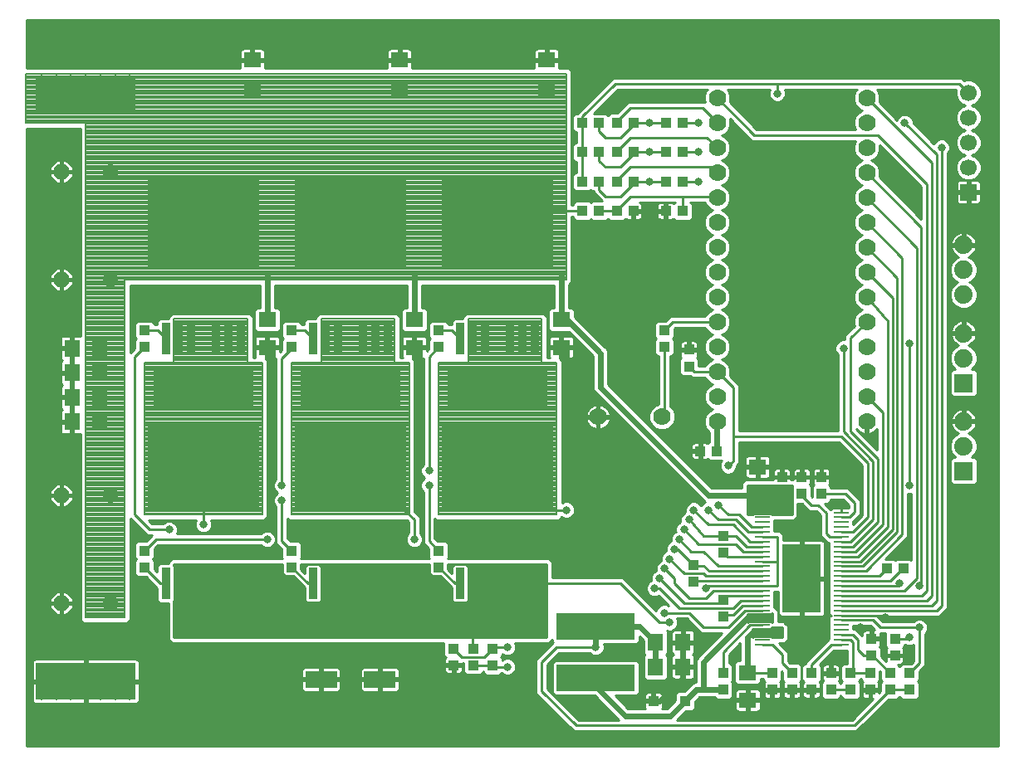
<source format=gtl>
G75*
%MOIN*%
%OFA0B0*%
%FSLAX25Y25*%
%IPPOS*%
%LPD*%
%AMOC8*
5,1,8,0,0,1.08239X$1,22.5*
%
%ADD10R,0.40000X0.15000*%
%ADD11R,0.03937X0.04331*%
%ADD12R,0.04331X0.04331*%
%ADD13R,0.31496X0.10630*%
%ADD14R,0.04331X0.03937*%
%ADD15R,0.12598X0.07087*%
%ADD16R,0.06299X0.07087*%
%ADD17R,0.07087X0.06299*%
%ADD18OC8,0.06300*%
%ADD19C,0.06300*%
%ADD20R,0.03500X0.12500*%
%ADD21R,0.45000X0.35000*%
%ADD22R,0.05906X0.00827*%
%ADD23R,0.15748X0.27559*%
%ADD24C,0.07000*%
%ADD25R,0.06693X0.06693*%
%ADD26C,0.06693*%
%ADD27R,0.07400X0.07400*%
%ADD28C,0.07400*%
%ADD29C,0.01000*%
%ADD30C,0.03200*%
%ADD31C,0.00800*%
%ADD32C,0.02400*%
%ADD33C,0.00600*%
D10*
X0066461Y0068429D03*
X0113705Y0186539D03*
X0172760Y0186539D03*
X0231815Y0186539D03*
X0066461Y0304650D03*
D11*
X0265870Y0257406D03*
X0272563Y0257406D03*
X0279650Y0257406D03*
X0286343Y0257406D03*
X0286343Y0269217D03*
X0279650Y0269217D03*
X0279650Y0281028D03*
X0286343Y0281028D03*
X0299335Y0281028D03*
X0306028Y0281028D03*
X0306028Y0292839D03*
X0299335Y0292839D03*
X0286343Y0292839D03*
X0279650Y0292839D03*
X0299335Y0269217D03*
X0306028Y0269217D03*
X0308587Y0201697D03*
X0308587Y0195004D03*
X0345988Y0150516D03*
X0345988Y0143823D03*
X0353862Y0143823D03*
X0353862Y0150516D03*
X0361736Y0150516D03*
X0361736Y0143823D03*
X0322366Y0126894D03*
X0322366Y0120201D03*
X0310555Y0115083D03*
X0310555Y0108390D03*
X0322366Y0101303D03*
X0322366Y0094610D03*
X0322366Y0071776D03*
X0322366Y0065083D03*
X0342051Y0065083D03*
X0342051Y0071776D03*
X0349925Y0071776D03*
X0349925Y0065083D03*
X0365673Y0065083D03*
X0365673Y0071776D03*
X0381421Y0071776D03*
X0381421Y0065083D03*
X0391264Y0078862D03*
X0391264Y0085555D03*
X0229846Y0081618D03*
X0229846Y0074925D03*
D12*
X0294413Y0060555D03*
X0307012Y0060555D03*
D13*
X0271185Y0069807D03*
X0271185Y0090673D03*
D14*
X0221972Y0081618D03*
X0214098Y0081618D03*
X0214098Y0074925D03*
X0221972Y0074925D03*
X0208193Y0114295D03*
X0208193Y0120988D03*
X0149138Y0120988D03*
X0149138Y0114295D03*
X0090083Y0114295D03*
X0090083Y0120988D03*
X0090083Y0202878D03*
X0090083Y0209571D03*
X0149138Y0209571D03*
X0149138Y0202878D03*
X0208193Y0202878D03*
X0208193Y0209571D03*
X0265870Y0269217D03*
X0272563Y0269217D03*
X0272563Y0281028D03*
X0265870Y0281028D03*
X0265870Y0292839D03*
X0272563Y0292839D03*
X0299335Y0257406D03*
X0306028Y0257406D03*
X0298744Y0209571D03*
X0298744Y0202878D03*
X0313114Y0160949D03*
X0319807Y0160949D03*
X0387917Y0113705D03*
X0394610Y0113705D03*
X0381815Y0085555D03*
X0381815Y0078862D03*
X0389295Y0071776D03*
X0389295Y0065083D03*
X0397169Y0065083D03*
X0397169Y0071776D03*
X0373547Y0071776D03*
X0373547Y0065083D03*
X0357799Y0065083D03*
X0357799Y0071776D03*
D15*
X0184571Y0069217D03*
X0160949Y0069217D03*
X0160949Y0091264D03*
X0184571Y0091264D03*
D16*
X0071972Y0172760D03*
X0071972Y0182602D03*
X0071972Y0192445D03*
X0071972Y0202287D03*
X0060949Y0202287D03*
X0060949Y0192445D03*
X0060949Y0182602D03*
X0060949Y0172760D03*
X0295201Y0084177D03*
X0306224Y0084177D03*
X0306224Y0074335D03*
X0295201Y0074335D03*
D17*
X0332209Y0071972D03*
X0332209Y0060949D03*
X0336146Y0143626D03*
X0336146Y0154650D03*
X0257406Y0202681D03*
X0257406Y0213705D03*
X0198350Y0213705D03*
X0198350Y0202681D03*
X0139295Y0202681D03*
X0139295Y0213705D03*
X0133390Y0307012D03*
X0133390Y0318035D03*
X0192445Y0318035D03*
X0192445Y0307012D03*
X0251500Y0307012D03*
X0251500Y0318035D03*
D18*
X0056618Y0273154D03*
X0056618Y0229846D03*
X0056618Y0143232D03*
X0056618Y0099925D03*
D19*
X0076303Y0099925D03*
X0076303Y0143232D03*
X0076303Y0229846D03*
X0076303Y0273154D03*
D20*
X0098705Y0206224D03*
X0103705Y0206224D03*
X0108705Y0206224D03*
X0118705Y0206224D03*
X0123705Y0206224D03*
X0128705Y0206224D03*
X0157760Y0206224D03*
X0162760Y0206224D03*
X0167760Y0206224D03*
X0177760Y0206224D03*
X0182760Y0206224D03*
X0187760Y0206224D03*
X0216815Y0206224D03*
X0221815Y0206224D03*
X0226815Y0206224D03*
X0236815Y0206224D03*
X0241815Y0206224D03*
X0246815Y0206224D03*
X0246815Y0107799D03*
X0241815Y0107799D03*
X0236815Y0107799D03*
X0226815Y0107799D03*
X0221815Y0107799D03*
X0216815Y0107799D03*
X0187760Y0107799D03*
X0182760Y0107799D03*
X0177760Y0107799D03*
X0167760Y0107799D03*
X0162760Y0107799D03*
X0157760Y0107799D03*
X0128705Y0107799D03*
X0123705Y0107799D03*
X0118705Y0107799D03*
X0108705Y0107799D03*
X0103705Y0107799D03*
X0098705Y0107799D03*
D21*
X0113705Y0154049D03*
X0172760Y0154049D03*
X0231815Y0154049D03*
X0231815Y0252474D03*
X0172760Y0252474D03*
X0113705Y0252474D03*
D22*
X0338114Y0136343D03*
X0338114Y0134374D03*
X0338114Y0132406D03*
X0338114Y0130437D03*
X0338114Y0128469D03*
X0338114Y0126500D03*
X0338114Y0124531D03*
X0338114Y0122563D03*
X0338114Y0120594D03*
X0338114Y0118626D03*
X0338114Y0116657D03*
X0338114Y0114689D03*
X0338114Y0112720D03*
X0338114Y0110752D03*
X0338114Y0108783D03*
X0338114Y0106815D03*
X0338114Y0104846D03*
X0338114Y0102878D03*
X0338114Y0100909D03*
X0338114Y0098941D03*
X0338114Y0096972D03*
X0338114Y0095004D03*
X0338114Y0093035D03*
X0338114Y0091067D03*
X0338114Y0089098D03*
X0338114Y0087130D03*
X0338114Y0085161D03*
X0338114Y0083193D03*
X0369610Y0083193D03*
X0369610Y0085161D03*
X0369610Y0087130D03*
X0369610Y0089098D03*
X0369610Y0091067D03*
X0369610Y0093035D03*
X0369610Y0095004D03*
X0369610Y0096972D03*
X0369610Y0098941D03*
X0369610Y0100909D03*
X0369610Y0102878D03*
X0369610Y0104846D03*
X0369610Y0106815D03*
X0369610Y0108783D03*
X0369610Y0110752D03*
X0369610Y0112720D03*
X0369610Y0114689D03*
X0369610Y0116657D03*
X0369610Y0118626D03*
X0369610Y0120594D03*
X0369610Y0122563D03*
X0369610Y0124531D03*
X0369610Y0126500D03*
X0369610Y0128469D03*
X0369610Y0130437D03*
X0369610Y0132406D03*
X0369610Y0134374D03*
X0369610Y0136343D03*
D23*
X0353862Y0109768D03*
D24*
X0379925Y0172799D03*
X0379925Y0182799D03*
X0379925Y0192799D03*
X0379925Y0202799D03*
X0379925Y0212799D03*
X0379925Y0222799D03*
X0379925Y0232799D03*
X0379925Y0242799D03*
X0379925Y0252799D03*
X0379925Y0262799D03*
X0379925Y0272799D03*
X0379925Y0282799D03*
X0379925Y0292799D03*
X0379925Y0302799D03*
X0319925Y0302799D03*
X0319925Y0292799D03*
X0319925Y0282799D03*
X0319925Y0272799D03*
X0319925Y0262799D03*
X0319925Y0252799D03*
X0319925Y0242799D03*
X0319925Y0232799D03*
X0319925Y0222799D03*
X0319925Y0212799D03*
X0319925Y0202799D03*
X0319925Y0192799D03*
X0319925Y0182799D03*
X0319925Y0172799D03*
X0297760Y0174728D03*
X0272169Y0174728D03*
D25*
X0420791Y0264965D03*
D26*
X0420791Y0274965D03*
X0420791Y0284965D03*
X0420791Y0294965D03*
X0420791Y0304965D03*
D27*
X0418823Y0188350D03*
X0418823Y0152917D03*
D28*
X0418823Y0162917D03*
X0418823Y0172917D03*
X0418823Y0198350D03*
X0418823Y0208350D03*
X0418823Y0223783D03*
X0418823Y0233783D03*
X0418823Y0243783D03*
D29*
X0042670Y0290639D02*
X0042670Y0042670D01*
X0432771Y0042670D01*
X0432771Y0334346D01*
X0042670Y0334346D01*
X0042670Y0314724D01*
X0128346Y0314724D01*
X0128346Y0317535D01*
X0132890Y0317535D01*
X0132890Y0318535D01*
X0128346Y0318535D01*
X0128346Y0321383D01*
X0128449Y0321764D01*
X0128646Y0322106D01*
X0128925Y0322385D01*
X0129267Y0322583D01*
X0129649Y0322685D01*
X0132890Y0322685D01*
X0132890Y0318535D01*
X0133890Y0318535D01*
X0138433Y0318535D01*
X0138433Y0321383D01*
X0138331Y0321764D01*
X0138133Y0322106D01*
X0137854Y0322385D01*
X0137512Y0322583D01*
X0137131Y0322685D01*
X0133890Y0322685D01*
X0133890Y0318535D01*
X0133890Y0317535D01*
X0138433Y0317535D01*
X0138433Y0314724D01*
X0187402Y0314724D01*
X0187402Y0317535D01*
X0191945Y0317535D01*
X0191945Y0318535D01*
X0187402Y0318535D01*
X0187402Y0321383D01*
X0187504Y0321764D01*
X0187701Y0322106D01*
X0187981Y0322385D01*
X0188323Y0322583D01*
X0188704Y0322685D01*
X0191945Y0322685D01*
X0191945Y0318535D01*
X0192945Y0318535D01*
X0197488Y0318535D01*
X0197488Y0321383D01*
X0197386Y0321764D01*
X0197188Y0322106D01*
X0196909Y0322385D01*
X0196567Y0322583D01*
X0196186Y0322685D01*
X0192945Y0322685D01*
X0192945Y0318535D01*
X0192945Y0317535D01*
X0197488Y0317535D01*
X0197488Y0314724D01*
X0246457Y0314724D01*
X0246457Y0317535D01*
X0251000Y0317535D01*
X0251000Y0318535D01*
X0246457Y0318535D01*
X0246457Y0321383D01*
X0246559Y0321764D01*
X0246756Y0322106D01*
X0247036Y0322385D01*
X0247378Y0322583D01*
X0247759Y0322685D01*
X0251000Y0322685D01*
X0251000Y0318535D01*
X0252000Y0318535D01*
X0256543Y0318535D01*
X0256543Y0321383D01*
X0256441Y0321764D01*
X0256244Y0322106D01*
X0255964Y0322385D01*
X0255622Y0322583D01*
X0255241Y0322685D01*
X0252000Y0322685D01*
X0252000Y0318535D01*
X0252000Y0317535D01*
X0256543Y0317535D01*
X0256543Y0314724D01*
X0260285Y0314724D01*
X0261574Y0313435D01*
X0261574Y0259705D01*
X0262102Y0259705D01*
X0262102Y0260316D01*
X0263156Y0261371D01*
X0268584Y0261371D01*
X0269217Y0260738D01*
X0269849Y0261371D01*
X0273810Y0261371D01*
X0272822Y0262358D01*
X0270263Y0264917D01*
X0270263Y0265448D01*
X0269652Y0265448D01*
X0269217Y0265884D01*
X0268781Y0265448D01*
X0262959Y0265448D01*
X0261905Y0266502D01*
X0261905Y0271931D01*
X0262959Y0272985D01*
X0263570Y0272985D01*
X0263570Y0277259D01*
X0262959Y0277259D01*
X0261905Y0278313D01*
X0261905Y0283742D01*
X0262959Y0284796D01*
X0263570Y0284796D01*
X0263570Y0289070D01*
X0262959Y0289070D01*
X0261905Y0290124D01*
X0261905Y0295553D01*
X0262959Y0296607D01*
X0263827Y0296607D01*
X0276759Y0309539D01*
X0278106Y0310887D01*
X0418122Y0310887D01*
X0419152Y0309856D01*
X0419768Y0310111D01*
X0421815Y0310111D01*
X0423707Y0309328D01*
X0425154Y0307880D01*
X0425938Y0305988D01*
X0425938Y0303941D01*
X0425154Y0302049D01*
X0423707Y0300602D01*
X0422169Y0299965D01*
X0423707Y0299328D01*
X0425154Y0297880D01*
X0425938Y0295988D01*
X0425938Y0293941D01*
X0425154Y0292049D01*
X0423707Y0290602D01*
X0422169Y0289965D01*
X0423707Y0289328D01*
X0425154Y0287880D01*
X0425938Y0285988D01*
X0425938Y0283941D01*
X0425154Y0282049D01*
X0423707Y0280602D01*
X0422169Y0279965D01*
X0423707Y0279328D01*
X0425154Y0277880D01*
X0425938Y0275988D01*
X0425938Y0273941D01*
X0425154Y0272049D01*
X0423707Y0270602D01*
X0421815Y0269818D01*
X0419768Y0269818D01*
X0417876Y0270602D01*
X0416428Y0272049D01*
X0415645Y0273941D01*
X0415645Y0275988D01*
X0416428Y0277880D01*
X0417876Y0279328D01*
X0419414Y0279965D01*
X0417876Y0280602D01*
X0416428Y0282049D01*
X0415645Y0283941D01*
X0415645Y0285988D01*
X0416428Y0287880D01*
X0417876Y0289328D01*
X0419414Y0289965D01*
X0417876Y0290602D01*
X0416428Y0292049D01*
X0415645Y0293941D01*
X0415645Y0295988D01*
X0416428Y0297880D01*
X0417876Y0299328D01*
X0419414Y0299965D01*
X0417876Y0300602D01*
X0416428Y0302049D01*
X0415645Y0303941D01*
X0415645Y0305988D01*
X0415768Y0306287D01*
X0383933Y0306287D01*
X0384418Y0305801D01*
X0385225Y0303853D01*
X0385225Y0301745D01*
X0384934Y0301043D01*
X0391995Y0293983D01*
X0392318Y0294765D01*
X0393275Y0295721D01*
X0394524Y0296239D01*
X0395877Y0296239D01*
X0397127Y0295721D01*
X0398083Y0294765D01*
X0398601Y0293515D01*
X0398601Y0292691D01*
X0406874Y0284418D01*
X0407082Y0284922D01*
X0408039Y0285878D01*
X0409288Y0286396D01*
X0410641Y0286396D01*
X0411891Y0285878D01*
X0412847Y0284922D01*
X0413365Y0283672D01*
X0413365Y0282320D01*
X0412847Y0281070D01*
X0412265Y0280488D01*
X0412265Y0097988D01*
X0410917Y0096641D01*
X0410917Y0096641D01*
X0408949Y0094672D01*
X0384021Y0094672D01*
X0386311Y0092383D01*
X0398598Y0092383D01*
X0399180Y0092965D01*
X0400430Y0093483D01*
X0401783Y0093483D01*
X0403032Y0092965D01*
X0403989Y0092009D01*
X0404506Y0090759D01*
X0404506Y0089406D01*
X0403989Y0088157D01*
X0403406Y0087574D01*
X0403406Y0074760D01*
X0402059Y0073413D01*
X0401135Y0072488D01*
X0401135Y0069061D01*
X0400502Y0068429D01*
X0401135Y0067797D01*
X0401135Y0062369D01*
X0400080Y0061314D01*
X0394258Y0061314D01*
X0393232Y0062340D01*
X0392206Y0061314D01*
X0388779Y0061314D01*
X0377225Y0049760D01*
X0375878Y0048413D01*
X0262358Y0048413D01*
X0247231Y0063539D01*
X0247231Y0077256D01*
X0253137Y0083161D01*
X0254113Y0084137D01*
X0253637Y0084613D01*
X0253637Y0085030D01*
X0252453Y0083846D01*
X0238754Y0083846D01*
X0239152Y0082885D01*
X0239152Y0081532D01*
X0238634Y0080283D01*
X0237678Y0079326D01*
X0236428Y0078809D01*
X0235076Y0078809D01*
X0233826Y0079326D01*
X0233615Y0079537D01*
X0233615Y0078707D01*
X0233179Y0078272D01*
X0233615Y0077836D01*
X0233615Y0077006D01*
X0233826Y0077217D01*
X0235076Y0077735D01*
X0236428Y0077735D01*
X0237678Y0077217D01*
X0238634Y0076261D01*
X0239152Y0075011D01*
X0239152Y0073658D01*
X0238634Y0072409D01*
X0237678Y0071452D01*
X0236428Y0070935D01*
X0235076Y0070935D01*
X0233826Y0071452D01*
X0233439Y0071839D01*
X0232561Y0070960D01*
X0227132Y0070960D01*
X0226078Y0072014D01*
X0226078Y0072625D01*
X0225938Y0072625D01*
X0225938Y0072211D01*
X0224883Y0071157D01*
X0219061Y0071157D01*
X0218007Y0072211D01*
X0218007Y0075972D01*
X0217764Y0075972D01*
X0217764Y0075409D01*
X0214583Y0075409D01*
X0214583Y0074441D01*
X0217764Y0074441D01*
X0217764Y0072759D01*
X0217662Y0072378D01*
X0217464Y0072036D01*
X0217185Y0071756D01*
X0216843Y0071559D01*
X0216461Y0071457D01*
X0214583Y0071457D01*
X0214583Y0074441D01*
X0213614Y0074441D01*
X0210433Y0074441D01*
X0210433Y0072759D01*
X0210535Y0072378D01*
X0210733Y0072036D01*
X0211012Y0071756D01*
X0211354Y0071559D01*
X0211736Y0071457D01*
X0213614Y0071457D01*
X0213614Y0074441D01*
X0213614Y0075409D01*
X0210433Y0075409D01*
X0210433Y0077091D01*
X0210535Y0077473D01*
X0210733Y0077815D01*
X0042670Y0077815D01*
X0042670Y0078814D02*
X0210224Y0078814D01*
X0210133Y0078904D02*
X0210978Y0078060D01*
X0210733Y0077815D01*
X0210433Y0076816D02*
X0087680Y0076816D01*
X0087661Y0076850D02*
X0087382Y0077129D01*
X0087040Y0077327D01*
X0086658Y0077429D01*
X0066961Y0077429D01*
X0066961Y0068929D01*
X0087961Y0068929D01*
X0087961Y0076127D01*
X0087858Y0076508D01*
X0087661Y0076850D01*
X0087961Y0075818D02*
X0210433Y0075818D01*
X0210433Y0073821D02*
X0191930Y0073821D01*
X0191791Y0073960D02*
X0191449Y0074158D01*
X0191068Y0074260D01*
X0185071Y0074260D01*
X0185071Y0069717D01*
X0184071Y0069717D01*
X0184071Y0074260D01*
X0178074Y0074260D01*
X0177693Y0074158D01*
X0177351Y0073960D01*
X0177071Y0073681D01*
X0176874Y0073339D01*
X0176772Y0072957D01*
X0176772Y0069716D01*
X0184071Y0069716D01*
X0184071Y0068717D01*
X0176772Y0068717D01*
X0176772Y0065476D01*
X0176874Y0065094D01*
X0177071Y0064752D01*
X0177351Y0064473D01*
X0177693Y0064275D01*
X0178074Y0064173D01*
X0184071Y0064173D01*
X0184071Y0068716D01*
X0185071Y0068716D01*
X0185071Y0064173D01*
X0191068Y0064173D01*
X0191449Y0064275D01*
X0191791Y0064473D01*
X0192070Y0064752D01*
X0192268Y0065094D01*
X0192370Y0065476D01*
X0192370Y0068717D01*
X0185071Y0068717D01*
X0185071Y0069716D01*
X0192370Y0069716D01*
X0192370Y0072957D01*
X0192268Y0073339D01*
X0192070Y0073681D01*
X0191791Y0073960D01*
X0192370Y0072822D02*
X0210433Y0072822D01*
X0210945Y0071824D02*
X0192370Y0071824D01*
X0192370Y0070825D02*
X0247231Y0070825D01*
X0247231Y0069827D02*
X0192370Y0069827D01*
X0192370Y0067830D02*
X0247231Y0067830D01*
X0247231Y0068828D02*
X0185071Y0068828D01*
X0185071Y0067830D02*
X0184071Y0067830D01*
X0184071Y0068828D02*
X0161449Y0068828D01*
X0161449Y0068717D02*
X0161449Y0069716D01*
X0168748Y0069716D01*
X0168748Y0072957D01*
X0168646Y0073339D01*
X0168448Y0073681D01*
X0168169Y0073960D01*
X0167827Y0074158D01*
X0167446Y0074260D01*
X0161449Y0074260D01*
X0161449Y0069717D01*
X0160449Y0069717D01*
X0160449Y0074260D01*
X0154452Y0074260D01*
X0154071Y0074158D01*
X0153729Y0073960D01*
X0153449Y0073681D01*
X0153252Y0073339D01*
X0153150Y0072957D01*
X0153150Y0069716D01*
X0160449Y0069716D01*
X0160449Y0068717D01*
X0153150Y0068717D01*
X0153150Y0065476D01*
X0153252Y0065094D01*
X0153449Y0064752D01*
X0153729Y0064473D01*
X0154071Y0064275D01*
X0154452Y0064173D01*
X0160449Y0064173D01*
X0160449Y0068716D01*
X0161449Y0068716D01*
X0161449Y0064173D01*
X0167446Y0064173D01*
X0167827Y0064275D01*
X0168169Y0064473D01*
X0168448Y0064752D01*
X0168646Y0065094D01*
X0168748Y0065476D01*
X0168748Y0068717D01*
X0161449Y0068717D01*
X0161449Y0067830D02*
X0160449Y0067830D01*
X0160449Y0068828D02*
X0066961Y0068828D01*
X0066961Y0068929D02*
X0066961Y0067929D01*
X0087961Y0067929D01*
X0087961Y0060732D01*
X0087858Y0060350D01*
X0087661Y0060008D01*
X0087382Y0059729D01*
X0087040Y0059531D01*
X0086658Y0059429D01*
X0066961Y0059429D01*
X0066961Y0067929D01*
X0065961Y0067929D01*
X0065961Y0059429D01*
X0046263Y0059429D01*
X0045882Y0059531D01*
X0045540Y0059729D01*
X0045260Y0060008D01*
X0045063Y0060350D01*
X0044961Y0060732D01*
X0044961Y0067929D01*
X0065961Y0067929D01*
X0065961Y0068929D01*
X0065961Y0077429D01*
X0046263Y0077429D01*
X0045882Y0077327D01*
X0045540Y0077129D01*
X0045260Y0076850D01*
X0045063Y0076508D01*
X0044961Y0076127D01*
X0044961Y0068929D01*
X0065961Y0068929D01*
X0066961Y0068929D01*
X0066961Y0069827D02*
X0065961Y0069827D01*
X0065961Y0070825D02*
X0066961Y0070825D01*
X0066961Y0071824D02*
X0065961Y0071824D01*
X0065961Y0072822D02*
X0066961Y0072822D01*
X0066961Y0073821D02*
X0065961Y0073821D01*
X0065961Y0074819D02*
X0066961Y0074819D01*
X0066961Y0075818D02*
X0065961Y0075818D01*
X0065961Y0076816D02*
X0066961Y0076816D01*
X0065961Y0068828D02*
X0042670Y0068828D01*
X0042670Y0067830D02*
X0044961Y0067830D01*
X0044961Y0066831D02*
X0042670Y0066831D01*
X0042670Y0065833D02*
X0044961Y0065833D01*
X0044961Y0064834D02*
X0042670Y0064834D01*
X0042670Y0063836D02*
X0044961Y0063836D01*
X0044961Y0062837D02*
X0042670Y0062837D01*
X0042670Y0061839D02*
X0044961Y0061839D01*
X0044961Y0060840D02*
X0042670Y0060840D01*
X0042670Y0059842D02*
X0045427Y0059842D01*
X0042670Y0058843D02*
X0251928Y0058843D01*
X0252926Y0057845D02*
X0042670Y0057845D01*
X0042670Y0056846D02*
X0253925Y0056846D01*
X0254923Y0055848D02*
X0042670Y0055848D01*
X0042670Y0054849D02*
X0255922Y0054849D01*
X0256920Y0053851D02*
X0042670Y0053851D01*
X0042670Y0052852D02*
X0257919Y0052852D01*
X0258917Y0051854D02*
X0042670Y0051854D01*
X0042670Y0050855D02*
X0259916Y0050855D01*
X0260914Y0049857D02*
X0042670Y0049857D01*
X0042670Y0048858D02*
X0261913Y0048858D01*
X0263311Y0050713D02*
X0249531Y0064492D01*
X0249531Y0076303D01*
X0255437Y0082209D01*
X0271185Y0082209D01*
X0268773Y0079812D02*
X0256293Y0079812D01*
X0256390Y0079909D02*
X0268677Y0079909D01*
X0269259Y0079326D01*
X0270509Y0078809D01*
X0271861Y0078809D01*
X0273111Y0079326D01*
X0274067Y0080283D01*
X0274585Y0081532D01*
X0274585Y0082885D01*
X0274306Y0083558D01*
X0287679Y0083558D01*
X0288733Y0084613D01*
X0288733Y0086402D01*
X0290251Y0084884D01*
X0290251Y0079888D01*
X0290884Y0079256D01*
X0290251Y0078624D01*
X0290251Y0070046D01*
X0291306Y0068991D01*
X0299096Y0068991D01*
X0300150Y0070046D01*
X0300150Y0078624D01*
X0299518Y0079256D01*
X0300150Y0079888D01*
X0300150Y0088466D01*
X0299915Y0088701D01*
X0300036Y0088651D01*
X0301389Y0088651D01*
X0302443Y0089088D01*
X0302154Y0088921D01*
X0301875Y0088641D01*
X0301677Y0088299D01*
X0301575Y0087918D01*
X0301575Y0084677D01*
X0305724Y0084677D01*
X0305724Y0083677D01*
X0301575Y0083677D01*
X0301575Y0080436D01*
X0301677Y0080055D01*
X0301875Y0079713D01*
X0302154Y0079434D01*
X0302462Y0079256D01*
X0302154Y0079078D01*
X0301875Y0078799D01*
X0301677Y0078457D01*
X0301575Y0078075D01*
X0301575Y0074835D01*
X0305724Y0074835D01*
X0305724Y0083677D01*
X0306724Y0083677D01*
X0306724Y0079378D01*
X0306724Y0074835D01*
X0305724Y0074835D01*
X0305724Y0073835D01*
X0301575Y0073835D01*
X0301575Y0070594D01*
X0301677Y0070212D01*
X0301875Y0069870D01*
X0302154Y0069591D01*
X0302496Y0069394D01*
X0302877Y0069291D01*
X0305724Y0069291D01*
X0305724Y0073835D01*
X0306724Y0073835D01*
X0306724Y0069291D01*
X0309571Y0069291D01*
X0309953Y0069394D01*
X0310295Y0069591D01*
X0310574Y0069870D01*
X0310772Y0070212D01*
X0310874Y0070594D01*
X0310874Y0073835D01*
X0306724Y0073835D01*
X0306724Y0074835D01*
X0310874Y0074835D01*
X0310874Y0078075D01*
X0310772Y0078457D01*
X0310574Y0078799D01*
X0310295Y0079078D01*
X0309987Y0079256D01*
X0310295Y0079434D01*
X0310574Y0079713D01*
X0310772Y0080055D01*
X0310874Y0080436D01*
X0310874Y0083677D01*
X0306724Y0083677D01*
X0306724Y0084677D01*
X0305724Y0084677D01*
X0305724Y0089220D01*
X0302877Y0089220D01*
X0302554Y0089134D01*
X0302639Y0089169D01*
X0303595Y0090125D01*
X0304113Y0091375D01*
X0304113Y0092727D01*
X0303715Y0093688D01*
X0307634Y0093688D01*
X0312192Y0089130D01*
X0313539Y0087783D01*
X0321729Y0087783D01*
X0312793Y0078846D01*
X0312793Y0078846D01*
X0311949Y0078003D01*
X0311492Y0076900D01*
X0311492Y0068083D01*
X0310943Y0068083D01*
X0309840Y0067626D01*
X0308996Y0066782D01*
X0306735Y0064520D01*
X0304101Y0064520D01*
X0303046Y0063466D01*
X0303046Y0060832D01*
X0299864Y0057650D01*
X0297883Y0057650D01*
X0297977Y0057811D01*
X0298079Y0058192D01*
X0298079Y0060055D01*
X0294913Y0060055D01*
X0294913Y0061055D01*
X0293913Y0061055D01*
X0293913Y0060055D01*
X0290748Y0060055D01*
X0290748Y0058192D01*
X0290850Y0057811D01*
X0290943Y0057650D01*
X0284239Y0057650D01*
X0279196Y0062692D01*
X0287679Y0062692D01*
X0288733Y0063747D01*
X0288733Y0075868D01*
X0287679Y0076922D01*
X0254691Y0076922D01*
X0253637Y0075868D01*
X0253637Y0063747D01*
X0254691Y0062692D01*
X0270711Y0062692D01*
X0280390Y0053013D01*
X0264264Y0053013D01*
X0251831Y0065445D01*
X0251831Y0075350D01*
X0256390Y0079909D01*
X0255295Y0078814D02*
X0270497Y0078814D01*
X0271873Y0078814D02*
X0290441Y0078814D01*
X0290327Y0079812D02*
X0273597Y0079812D01*
X0274286Y0080811D02*
X0290251Y0080811D01*
X0290251Y0081809D02*
X0274585Y0081809D01*
X0274585Y0082808D02*
X0290251Y0082808D01*
X0290251Y0083806D02*
X0287926Y0083806D01*
X0288733Y0084805D02*
X0290251Y0084805D01*
X0289332Y0085803D02*
X0288733Y0085803D01*
X0293232Y0086146D02*
X0295201Y0084177D01*
X0300150Y0083806D02*
X0305724Y0083806D01*
X0305724Y0082808D02*
X0306724Y0082808D01*
X0306724Y0083806D02*
X0317752Y0083806D01*
X0316754Y0082808D02*
X0310874Y0082808D01*
X0310874Y0081809D02*
X0315755Y0081809D01*
X0314757Y0080811D02*
X0310874Y0080811D01*
X0310632Y0079812D02*
X0313758Y0079812D01*
X0312760Y0078814D02*
X0310560Y0078814D01*
X0310874Y0077815D02*
X0311871Y0077815D01*
X0311492Y0076816D02*
X0310874Y0076816D01*
X0310874Y0075818D02*
X0311492Y0075818D01*
X0311492Y0074819D02*
X0306724Y0074819D01*
X0306724Y0073821D02*
X0305724Y0073821D01*
X0305724Y0074819D02*
X0300150Y0074819D01*
X0300150Y0073821D02*
X0301575Y0073821D01*
X0301575Y0072822D02*
X0300150Y0072822D01*
X0300150Y0071824D02*
X0301575Y0071824D01*
X0301575Y0070825D02*
X0300150Y0070825D01*
X0299932Y0069827D02*
X0301918Y0069827D01*
X0305724Y0069827D02*
X0306724Y0069827D01*
X0306724Y0070825D02*
X0305724Y0070825D01*
X0305724Y0071824D02*
X0306724Y0071824D01*
X0306724Y0072822D02*
X0305724Y0072822D01*
X0305724Y0075818D02*
X0306724Y0075818D01*
X0306724Y0076816D02*
X0305724Y0076816D01*
X0305724Y0077815D02*
X0306724Y0077815D01*
X0306724Y0078814D02*
X0305724Y0078814D01*
X0305724Y0079812D02*
X0306724Y0079812D01*
X0306724Y0080811D02*
X0305724Y0080811D01*
X0305724Y0081809D02*
X0306724Y0081809D01*
X0306724Y0084677D02*
X0310874Y0084677D01*
X0310874Y0087918D01*
X0310772Y0088299D01*
X0310574Y0088641D01*
X0310295Y0088921D01*
X0309953Y0089118D01*
X0309571Y0089220D01*
X0306724Y0089220D01*
X0306724Y0084677D01*
X0306724Y0084805D02*
X0305724Y0084805D01*
X0305724Y0085803D02*
X0306724Y0085803D01*
X0306724Y0086802D02*
X0305724Y0086802D01*
X0305724Y0087800D02*
X0306724Y0087800D01*
X0306724Y0088799D02*
X0305724Y0088799D01*
X0303267Y0089797D02*
X0311525Y0089797D01*
X0312523Y0088799D02*
X0310417Y0088799D01*
X0310874Y0087800D02*
X0313522Y0087800D01*
X0314492Y0090083D02*
X0324335Y0090083D01*
X0331224Y0096972D01*
X0338114Y0096972D01*
X0338864Y0095459D02*
X0341523Y0095459D01*
X0342051Y0095988D01*
X0342051Y0092052D01*
X0341523Y0092580D01*
X0338864Y0092580D01*
X0338777Y0092667D01*
X0332530Y0092667D01*
X0332209Y0092345D01*
X0332209Y0095372D01*
X0338777Y0095372D01*
X0338864Y0095459D01*
X0341852Y0095788D02*
X0342051Y0095788D01*
X0342051Y0094790D02*
X0332209Y0094790D01*
X0332209Y0093791D02*
X0342051Y0093791D01*
X0342051Y0092793D02*
X0332209Y0092793D01*
X0333193Y0091067D02*
X0322366Y0080240D01*
X0322366Y0071776D01*
X0326135Y0071824D02*
X0326865Y0071824D01*
X0326865Y0072822D02*
X0326135Y0072822D01*
X0326135Y0073821D02*
X0326865Y0073821D01*
X0326865Y0074819D02*
X0326002Y0074819D01*
X0326135Y0074687D02*
X0325080Y0075741D01*
X0324666Y0075741D01*
X0324666Y0079287D01*
X0329209Y0083830D01*
X0329209Y0076922D01*
X0327920Y0076922D01*
X0326865Y0075868D01*
X0326865Y0068077D01*
X0327920Y0067023D01*
X0336498Y0067023D01*
X0337552Y0068077D01*
X0337552Y0069476D01*
X0338283Y0069476D01*
X0338283Y0068865D01*
X0338930Y0068217D01*
X0338882Y0068169D01*
X0338685Y0067827D01*
X0338583Y0067446D01*
X0338583Y0065567D01*
X0341567Y0065567D01*
X0341567Y0064598D01*
X0342535Y0064598D01*
X0342535Y0061417D01*
X0344217Y0061417D01*
X0344599Y0061520D01*
X0344941Y0061717D01*
X0345220Y0061996D01*
X0345417Y0062338D01*
X0345520Y0062720D01*
X0345520Y0064598D01*
X0342536Y0064598D01*
X0342536Y0065567D01*
X0345520Y0065567D01*
X0345520Y0067446D01*
X0345417Y0067827D01*
X0345220Y0068169D01*
X0345172Y0068217D01*
X0345820Y0068865D01*
X0345820Y0072628D01*
X0346157Y0072291D01*
X0346157Y0068865D01*
X0346804Y0068217D01*
X0346756Y0068169D01*
X0346559Y0067827D01*
X0346457Y0067446D01*
X0346457Y0065567D01*
X0349441Y0065567D01*
X0349441Y0064598D01*
X0350409Y0064598D01*
X0350409Y0061417D01*
X0352091Y0061417D01*
X0352473Y0061520D01*
X0352815Y0061717D01*
X0353094Y0061996D01*
X0353291Y0062338D01*
X0353394Y0062720D01*
X0353394Y0064598D01*
X0350410Y0064598D01*
X0350410Y0065567D01*
X0353394Y0065567D01*
X0353394Y0067446D01*
X0353291Y0067827D01*
X0353094Y0068169D01*
X0353046Y0068217D01*
X0353694Y0068865D01*
X0353694Y0074687D01*
X0352639Y0075741D01*
X0349213Y0075741D01*
X0348288Y0076665D01*
X0348288Y0080209D01*
X0346941Y0081556D01*
X0344651Y0083846D01*
X0346941Y0083846D01*
X0348288Y0085193D01*
X0348288Y0091035D01*
X0346941Y0092383D01*
X0344351Y0092383D01*
X0344351Y0096941D01*
X0343004Y0098288D01*
X0342867Y0098288D01*
X0342867Y0104515D01*
X0344488Y0104515D01*
X0344488Y0095791D01*
X0344590Y0095409D01*
X0344788Y0095067D01*
X0345067Y0094788D01*
X0345409Y0094590D01*
X0345791Y0094488D01*
X0353362Y0094488D01*
X0353362Y0109268D01*
X0346320Y0109268D01*
X0346320Y0110268D01*
X0353362Y0110268D01*
X0353362Y0125047D01*
X0346320Y0125047D01*
X0346320Y0127453D01*
X0344972Y0128800D01*
X0342867Y0128800D01*
X0342867Y0133058D01*
X0350878Y0133058D01*
X0352225Y0134406D01*
X0352225Y0139857D01*
X0353984Y0139857D01*
X0355499Y0138343D01*
X0356847Y0136995D01*
X0359602Y0136995D01*
X0361405Y0135193D01*
X0361405Y0126925D01*
X0362752Y0125578D01*
X0362783Y0125547D01*
X0364130Y0124200D01*
X0364857Y0124200D01*
X0364857Y0095813D01*
X0365157Y0095513D01*
X0365157Y0095004D01*
X0365667Y0095004D01*
X0365667Y0095004D01*
X0365667Y0095004D01*
X0365157Y0095004D01*
X0365157Y0094494D01*
X0364857Y0094194D01*
X0364857Y0085493D01*
X0364721Y0085493D01*
X0363373Y0084146D01*
X0356847Y0077619D01*
X0355499Y0076272D01*
X0355499Y0075544D01*
X0354888Y0075544D01*
X0353834Y0074490D01*
X0353834Y0069061D01*
X0354678Y0068217D01*
X0354434Y0067972D01*
X0354236Y0067630D01*
X0354134Y0067249D01*
X0354134Y0065567D01*
X0357315Y0065567D01*
X0357315Y0064598D01*
X0358283Y0064598D01*
X0358283Y0061614D01*
X0360162Y0061614D01*
X0360544Y0061716D01*
X0360886Y0061914D01*
X0361165Y0062193D01*
X0361362Y0062535D01*
X0361465Y0062917D01*
X0361465Y0064598D01*
X0358284Y0064598D01*
X0358284Y0065567D01*
X0361465Y0065567D01*
X0361465Y0067249D01*
X0361362Y0067630D01*
X0361165Y0067972D01*
X0360920Y0068217D01*
X0361765Y0069061D01*
X0361765Y0074490D01*
X0360994Y0075261D01*
X0366626Y0080893D01*
X0370563Y0080893D01*
X0370650Y0080980D01*
X0372231Y0080980D01*
X0372231Y0075544D01*
X0370636Y0075544D01*
X0369582Y0074490D01*
X0369582Y0069061D01*
X0370214Y0068429D01*
X0369582Y0067797D01*
X0369582Y0067383D01*
X0369442Y0067383D01*
X0369442Y0067994D01*
X0368794Y0068641D01*
X0368842Y0068689D01*
X0369039Y0069031D01*
X0369142Y0069413D01*
X0369142Y0071291D01*
X0366158Y0071291D01*
X0366158Y0072260D01*
X0369142Y0072260D01*
X0369142Y0074138D01*
X0369039Y0074520D01*
X0368842Y0074862D01*
X0368563Y0075141D01*
X0368221Y0075339D01*
X0367839Y0075441D01*
X0366157Y0075441D01*
X0366157Y0072260D01*
X0365189Y0072260D01*
X0365189Y0075441D01*
X0363507Y0075441D01*
X0363126Y0075339D01*
X0362784Y0075141D01*
X0362504Y0074862D01*
X0362307Y0074520D01*
X0362205Y0074138D01*
X0362205Y0072260D01*
X0365189Y0072260D01*
X0365189Y0071291D01*
X0362205Y0071291D01*
X0362205Y0069413D01*
X0362307Y0069031D01*
X0362504Y0068689D01*
X0362552Y0068641D01*
X0361905Y0067994D01*
X0361905Y0062172D01*
X0362959Y0061117D01*
X0368387Y0061117D01*
X0369442Y0062172D01*
X0369442Y0062783D01*
X0369582Y0062783D01*
X0369582Y0062369D01*
X0370636Y0061314D01*
X0376458Y0061314D01*
X0377513Y0062369D01*
X0377513Y0067797D01*
X0376880Y0068429D01*
X0377513Y0069061D01*
X0377513Y0069476D01*
X0377653Y0069476D01*
X0377653Y0068865D01*
X0378300Y0068217D01*
X0378252Y0068169D01*
X0378055Y0067827D01*
X0377953Y0067446D01*
X0377953Y0065567D01*
X0380937Y0065567D01*
X0380937Y0064598D01*
X0381906Y0064598D01*
X0381906Y0065567D01*
X0384890Y0065567D01*
X0384890Y0067446D01*
X0384788Y0067827D01*
X0384590Y0068169D01*
X0384542Y0068217D01*
X0385190Y0068865D01*
X0385190Y0072628D01*
X0385330Y0072488D01*
X0385330Y0069061D01*
X0385962Y0068429D01*
X0385330Y0067797D01*
X0385330Y0064370D01*
X0384890Y0063930D01*
X0384890Y0064598D01*
X0381906Y0064598D01*
X0381906Y0061417D01*
X0382377Y0061417D01*
X0373973Y0053013D01*
X0303712Y0053013D01*
X0307289Y0056590D01*
X0309923Y0056590D01*
X0310977Y0057644D01*
X0310977Y0060278D01*
X0312782Y0062083D01*
X0318687Y0062083D01*
X0319652Y0061117D01*
X0325080Y0061117D01*
X0326135Y0062172D01*
X0326135Y0067994D01*
X0325699Y0068429D01*
X0326135Y0068865D01*
X0326135Y0074687D01*
X0326865Y0075818D02*
X0324666Y0075818D01*
X0324666Y0076816D02*
X0327814Y0076816D01*
X0329209Y0077815D02*
X0324666Y0077815D01*
X0324666Y0078814D02*
X0329209Y0078814D01*
X0329209Y0079812D02*
X0325191Y0079812D01*
X0326189Y0080811D02*
X0329209Y0080811D01*
X0329209Y0081809D02*
X0327188Y0081809D01*
X0328186Y0082808D02*
X0329209Y0082808D01*
X0329185Y0083806D02*
X0329209Y0083806D01*
X0334177Y0086146D02*
X0334177Y0089467D01*
X0338777Y0089467D01*
X0338864Y0089554D01*
X0341523Y0089554D01*
X0342052Y0090083D01*
X0345988Y0090083D01*
X0345988Y0086146D01*
X0342052Y0086146D01*
X0341523Y0086675D01*
X0334706Y0086675D01*
X0334177Y0086146D01*
X0334177Y0086802D02*
X0345988Y0086802D01*
X0345988Y0087800D02*
X0334177Y0087800D01*
X0334177Y0088799D02*
X0345988Y0088799D01*
X0345988Y0089797D02*
X0341766Y0089797D01*
X0338114Y0091067D02*
X0333193Y0091067D01*
X0326303Y0095201D02*
X0330043Y0098941D01*
X0338114Y0098941D01*
X0338114Y0100909D02*
X0329256Y0100909D01*
X0326303Y0097957D01*
X0304650Y0097957D01*
X0296776Y0105831D01*
X0294807Y0105831D01*
X0291407Y0105773D02*
X0286306Y0105773D01*
X0287305Y0104775D02*
X0291564Y0104775D01*
X0291407Y0105154D02*
X0291925Y0103905D01*
X0292881Y0102948D01*
X0294131Y0102431D01*
X0295483Y0102431D01*
X0296501Y0102852D01*
X0300351Y0099003D01*
X0299420Y0099388D01*
X0298068Y0099388D01*
X0296818Y0098871D01*
X0295862Y0097914D01*
X0295365Y0096715D01*
X0283328Y0108752D01*
X0281980Y0110099D01*
X0253800Y0110099D01*
X0253800Y0116626D01*
X0252453Y0117973D01*
X0211857Y0117973D01*
X0212158Y0118274D01*
X0212158Y0123702D01*
X0211104Y0124757D01*
X0207677Y0124757D01*
X0206556Y0125878D01*
X0206556Y0133884D01*
X0207282Y0133158D01*
X0256348Y0133158D01*
X0257580Y0134390D01*
X0258698Y0133927D01*
X0260050Y0133927D01*
X0261300Y0134444D01*
X0262256Y0135401D01*
X0262774Y0136650D01*
X0262774Y0138003D01*
X0262256Y0139253D01*
X0261300Y0140209D01*
X0260050Y0140727D01*
X0258698Y0140727D01*
X0257637Y0140287D01*
X0257637Y0197293D01*
X0256899Y0198031D01*
X0256906Y0198031D01*
X0256906Y0202181D01*
X0257905Y0202181D01*
X0257905Y0198031D01*
X0261146Y0198031D01*
X0261528Y0198134D01*
X0261870Y0198331D01*
X0262149Y0198610D01*
X0262347Y0198953D01*
X0262449Y0199334D01*
X0262449Y0202181D01*
X0257906Y0202181D01*
X0257906Y0203181D01*
X0262449Y0203181D01*
X0262449Y0206028D01*
X0262347Y0206410D01*
X0262149Y0206752D01*
X0261870Y0207031D01*
X0261528Y0207228D01*
X0261146Y0207331D01*
X0257905Y0207331D01*
X0257905Y0203181D01*
X0256906Y0203181D01*
X0256906Y0207331D01*
X0253665Y0207331D01*
X0253283Y0207228D01*
X0252941Y0207031D01*
X0252662Y0206752D01*
X0252464Y0206410D01*
X0252362Y0206028D01*
X0252362Y0203181D01*
X0256905Y0203181D01*
X0256905Y0202181D01*
X0252362Y0202181D01*
X0252362Y0199334D01*
X0252464Y0198953D01*
X0252662Y0198610D01*
X0252691Y0198582D01*
X0251731Y0198582D01*
X0251731Y0215010D01*
X0250443Y0216298D01*
X0219093Y0216298D01*
X0217804Y0215010D01*
X0217804Y0214274D01*
X0214319Y0214274D01*
X0213265Y0213220D01*
X0213265Y0211871D01*
X0212158Y0211871D01*
X0212158Y0212285D01*
X0211104Y0213339D01*
X0205282Y0213339D01*
X0204228Y0212285D01*
X0204228Y0206857D01*
X0204860Y0206224D01*
X0204228Y0205592D01*
X0204228Y0202165D01*
X0203394Y0201331D01*
X0203394Y0202181D01*
X0198850Y0202181D01*
X0198850Y0198031D01*
X0201956Y0198031D01*
X0201956Y0155583D01*
X0201374Y0155001D01*
X0200856Y0153751D01*
X0200856Y0152398D01*
X0201374Y0151149D01*
X0202330Y0150192D01*
X0202500Y0150122D01*
X0202330Y0150052D01*
X0201374Y0149095D01*
X0200856Y0147846D01*
X0200856Y0146493D01*
X0201374Y0145243D01*
X0201956Y0144661D01*
X0201956Y0123973D01*
X0204228Y0121701D01*
X0204228Y0118274D01*
X0204528Y0117973D01*
X0152802Y0117973D01*
X0153103Y0118274D01*
X0153103Y0123702D01*
X0152049Y0124757D01*
X0148622Y0124757D01*
X0147501Y0125878D01*
X0147501Y0133884D01*
X0148227Y0133158D01*
X0195329Y0133158D01*
X0196050Y0132437D01*
X0196050Y0128024D01*
X0195468Y0127442D01*
X0194950Y0126192D01*
X0194950Y0124839D01*
X0195468Y0123590D01*
X0196424Y0122633D01*
X0197674Y0122116D01*
X0199027Y0122116D01*
X0200276Y0122633D01*
X0201233Y0123590D01*
X0201750Y0124839D01*
X0201750Y0126192D01*
X0201233Y0127442D01*
X0200650Y0128024D01*
X0200650Y0134342D01*
X0199303Y0135690D01*
X0198582Y0136411D01*
X0198582Y0197293D01*
X0197844Y0198031D01*
X0197850Y0198031D01*
X0197850Y0202181D01*
X0193307Y0202181D01*
X0193307Y0199334D01*
X0193409Y0198953D01*
X0193607Y0198610D01*
X0193635Y0198582D01*
X0192676Y0198582D01*
X0192676Y0215010D01*
X0191388Y0216298D01*
X0160038Y0216298D01*
X0158749Y0215010D01*
X0158749Y0214274D01*
X0155264Y0214274D01*
X0154210Y0213220D01*
X0154210Y0211871D01*
X0153103Y0211871D01*
X0153103Y0212285D01*
X0152049Y0213339D01*
X0146227Y0213339D01*
X0145172Y0212285D01*
X0145172Y0206857D01*
X0145805Y0206224D01*
X0145172Y0205592D01*
X0145172Y0201575D01*
X0144339Y0200741D01*
X0144339Y0202181D01*
X0139795Y0202181D01*
X0139795Y0198031D01*
X0142901Y0198031D01*
X0142901Y0149678D01*
X0142318Y0149095D01*
X0141801Y0147846D01*
X0141801Y0146493D01*
X0142318Y0145243D01*
X0143275Y0144287D01*
X0143445Y0144217D01*
X0143275Y0144146D01*
X0142318Y0143190D01*
X0141801Y0141940D01*
X0141801Y0140587D01*
X0142318Y0139338D01*
X0142901Y0138755D01*
X0142901Y0123973D01*
X0145172Y0121701D01*
X0145172Y0118274D01*
X0145473Y0117973D01*
X0100941Y0117973D01*
X0099594Y0116626D01*
X0099594Y0115849D01*
X0096209Y0115849D01*
X0095155Y0114795D01*
X0095155Y0112476D01*
X0094048Y0113583D01*
X0094048Y0117009D01*
X0093416Y0117642D01*
X0094048Y0118274D01*
X0094048Y0121701D01*
X0095563Y0123216D01*
X0136787Y0123216D01*
X0137369Y0122633D01*
X0138619Y0122116D01*
X0139972Y0122116D01*
X0141221Y0122633D01*
X0142178Y0123590D01*
X0142695Y0124839D01*
X0142695Y0126192D01*
X0142178Y0127442D01*
X0141221Y0128398D01*
X0139972Y0128916D01*
X0138619Y0128916D01*
X0137369Y0128398D01*
X0136787Y0127816D01*
X0102927Y0127816D01*
X0103325Y0128776D01*
X0103325Y0130129D01*
X0102808Y0131379D01*
X0101851Y0132335D01*
X0100602Y0132853D01*
X0099249Y0132853D01*
X0097999Y0132335D01*
X0097417Y0131753D01*
X0093004Y0131753D01*
X0091598Y0133158D01*
X0110744Y0133158D01*
X0110305Y0132098D01*
X0110305Y0130745D01*
X0110822Y0129495D01*
X0111779Y0128539D01*
X0113028Y0128021D01*
X0114381Y0128021D01*
X0115631Y0128539D01*
X0116587Y0129495D01*
X0117105Y0130745D01*
X0117105Y0132098D01*
X0116665Y0133158D01*
X0138238Y0133158D01*
X0139527Y0134447D01*
X0139527Y0197293D01*
X0138788Y0198031D01*
X0138795Y0198031D01*
X0138795Y0202181D01*
X0134252Y0202181D01*
X0134252Y0199334D01*
X0134354Y0198953D01*
X0134552Y0198610D01*
X0134580Y0198582D01*
X0133621Y0198582D01*
X0133621Y0215010D01*
X0132333Y0216298D01*
X0100982Y0216298D01*
X0099694Y0215010D01*
X0099694Y0214274D01*
X0096209Y0214274D01*
X0095155Y0213220D01*
X0095155Y0211871D01*
X0094048Y0211871D01*
X0094048Y0212285D01*
X0092994Y0213339D01*
X0087172Y0213339D01*
X0086117Y0212285D01*
X0086117Y0206857D01*
X0086750Y0206224D01*
X0086117Y0205592D01*
X0086117Y0202165D01*
X0085193Y0201241D01*
X0084409Y0200457D01*
X0084409Y0227646D01*
X0136295Y0227646D01*
X0136295Y0218654D01*
X0135006Y0218654D01*
X0133952Y0217600D01*
X0133952Y0209810D01*
X0135006Y0208755D01*
X0143584Y0208755D01*
X0144639Y0209810D01*
X0144639Y0217600D01*
X0143584Y0218654D01*
X0142295Y0218654D01*
X0142295Y0227646D01*
X0195350Y0227646D01*
X0195350Y0218654D01*
X0194061Y0218654D01*
X0193007Y0217600D01*
X0193007Y0209810D01*
X0194061Y0208755D01*
X0202639Y0208755D01*
X0203694Y0209810D01*
X0203694Y0217600D01*
X0202639Y0218654D01*
X0201350Y0218654D01*
X0201350Y0227646D01*
X0254406Y0227646D01*
X0254406Y0218654D01*
X0253117Y0218654D01*
X0252062Y0217600D01*
X0252062Y0209810D01*
X0253117Y0208755D01*
X0260475Y0208755D01*
X0270154Y0199076D01*
X0270154Y0185943D01*
X0270610Y0184840D01*
X0314761Y0140689D01*
X0315227Y0140496D01*
X0314535Y0140209D01*
X0313578Y0139253D01*
X0313508Y0139083D01*
X0313437Y0139253D01*
X0312481Y0140209D01*
X0311231Y0140727D01*
X0309879Y0140727D01*
X0308629Y0140209D01*
X0307673Y0139253D01*
X0307155Y0138003D01*
X0307155Y0136650D01*
X0307216Y0136502D01*
X0306661Y0136272D01*
X0305704Y0135316D01*
X0305187Y0134066D01*
X0305187Y0132713D01*
X0305248Y0132565D01*
X0304692Y0132335D01*
X0303736Y0131379D01*
X0303218Y0130129D01*
X0303218Y0128776D01*
X0303279Y0128628D01*
X0302724Y0128398D01*
X0301767Y0127442D01*
X0301250Y0126192D01*
X0301250Y0124839D01*
X0301311Y0124691D01*
X0300755Y0124461D01*
X0299799Y0123505D01*
X0299281Y0122255D01*
X0299281Y0120902D01*
X0299342Y0120754D01*
X0298787Y0120524D01*
X0297830Y0119568D01*
X0297313Y0118318D01*
X0297313Y0116965D01*
X0297374Y0116817D01*
X0296818Y0116587D01*
X0295862Y0115631D01*
X0295344Y0114381D01*
X0295344Y0113028D01*
X0295405Y0112880D01*
X0294850Y0112650D01*
X0293893Y0111694D01*
X0293376Y0110444D01*
X0293376Y0109091D01*
X0293437Y0108943D01*
X0292881Y0108713D01*
X0291925Y0107757D01*
X0291407Y0106507D01*
X0291407Y0105154D01*
X0292053Y0103776D02*
X0288303Y0103776D01*
X0289302Y0102778D02*
X0293293Y0102778D01*
X0291299Y0100781D02*
X0298573Y0100781D01*
X0297574Y0101779D02*
X0290300Y0101779D01*
X0292297Y0099782D02*
X0299571Y0099782D01*
X0296731Y0098784D02*
X0293296Y0098784D01*
X0294294Y0097785D02*
X0295808Y0097785D01*
X0295395Y0096787D02*
X0295293Y0096787D01*
X0298744Y0095988D02*
X0308587Y0095988D01*
X0314492Y0090083D01*
X0310526Y0090796D02*
X0303873Y0090796D01*
X0304113Y0091794D02*
X0309528Y0091794D01*
X0308529Y0092793D02*
X0304086Y0092793D01*
X0300713Y0092051D02*
X0296776Y0092051D01*
X0281028Y0107799D01*
X0246815Y0107799D01*
X0251500Y0107770D02*
X0220065Y0107770D01*
X0220065Y0106772D02*
X0251500Y0106772D01*
X0251500Y0105773D02*
X0220065Y0105773D01*
X0220065Y0104775D02*
X0251500Y0104775D01*
X0251500Y0103776D02*
X0220065Y0103776D01*
X0220065Y0102778D02*
X0251500Y0102778D01*
X0251500Y0101779D02*
X0220065Y0101779D01*
X0220065Y0100928D02*
X0220065Y0114671D01*
X0219186Y0115549D01*
X0214444Y0115549D01*
X0213565Y0114671D01*
X0213565Y0111752D01*
X0211858Y0113458D01*
X0211858Y0115673D01*
X0251500Y0115673D01*
X0251500Y0086146D01*
X0101894Y0086146D01*
X0101894Y0100867D01*
X0101955Y0100928D01*
X0101955Y0114671D01*
X0101894Y0114732D01*
X0101894Y0115673D01*
X0145472Y0115673D01*
X0145472Y0111705D01*
X0146351Y0110827D01*
X0149778Y0110827D01*
X0154510Y0106095D01*
X0154510Y0100928D01*
X0155389Y0100049D01*
X0160131Y0100049D01*
X0161010Y0100928D01*
X0161010Y0114671D01*
X0160131Y0115549D01*
X0155389Y0115549D01*
X0154510Y0114671D01*
X0154510Y0111752D01*
X0152803Y0113458D01*
X0152803Y0115673D01*
X0204528Y0115673D01*
X0204528Y0111705D01*
X0205406Y0110827D01*
X0208833Y0110827D01*
X0213565Y0106095D01*
X0213565Y0100928D01*
X0214444Y0100049D01*
X0219186Y0100049D01*
X0220065Y0100928D01*
X0219918Y0100781D02*
X0251500Y0100781D01*
X0251500Y0099782D02*
X0101894Y0099782D01*
X0101894Y0098784D02*
X0251500Y0098784D01*
X0251500Y0097785D02*
X0101894Y0097785D01*
X0101894Y0096787D02*
X0251500Y0096787D01*
X0251500Y0095788D02*
X0101894Y0095788D01*
X0101894Y0094790D02*
X0251500Y0094790D01*
X0251500Y0093791D02*
X0101894Y0093791D01*
X0101894Y0092793D02*
X0251500Y0092793D01*
X0251500Y0091794D02*
X0101894Y0091794D01*
X0101894Y0090796D02*
X0251500Y0090796D01*
X0251500Y0089797D02*
X0101894Y0089797D01*
X0101894Y0088799D02*
X0251500Y0088799D01*
X0251500Y0087800D02*
X0101894Y0087800D01*
X0101894Y0086802D02*
X0251500Y0086802D01*
X0253412Y0084805D02*
X0253637Y0084805D01*
X0253782Y0083806D02*
X0238770Y0083806D01*
X0239152Y0082808D02*
X0252783Y0082808D01*
X0251785Y0081809D02*
X0239152Y0081809D01*
X0238853Y0080811D02*
X0250786Y0080811D01*
X0249788Y0079812D02*
X0238164Y0079812D01*
X0236440Y0078814D02*
X0248789Y0078814D01*
X0247791Y0077815D02*
X0233615Y0077815D01*
X0233615Y0078814D02*
X0235064Y0078814D01*
X0235752Y0082209D02*
X0230437Y0082209D01*
X0229846Y0081618D01*
X0226500Y0078272D01*
X0217445Y0078272D01*
X0214098Y0081618D01*
X0210133Y0081809D02*
X0042670Y0081809D01*
X0042670Y0080811D02*
X0210133Y0080811D01*
X0210133Y0079812D02*
X0042670Y0079812D01*
X0042670Y0076816D02*
X0045241Y0076816D01*
X0044961Y0075818D02*
X0042670Y0075818D01*
X0042670Y0074819D02*
X0044961Y0074819D01*
X0044961Y0073821D02*
X0042670Y0073821D01*
X0042670Y0072822D02*
X0044961Y0072822D01*
X0044961Y0071824D02*
X0042670Y0071824D01*
X0042670Y0070825D02*
X0044961Y0070825D01*
X0044961Y0069827D02*
X0042670Y0069827D01*
X0042670Y0082808D02*
X0210133Y0082808D01*
X0210133Y0083806D02*
X0042670Y0083806D01*
X0042670Y0084805D02*
X0099982Y0084805D01*
X0099594Y0085193D02*
X0100941Y0083846D01*
X0210133Y0083846D01*
X0210133Y0078904D01*
X0213614Y0074819D02*
X0087961Y0074819D01*
X0087961Y0073821D02*
X0153589Y0073821D01*
X0153150Y0072822D02*
X0087961Y0072822D01*
X0087961Y0071824D02*
X0153150Y0071824D01*
X0153150Y0070825D02*
X0087961Y0070825D01*
X0087961Y0069827D02*
X0153150Y0069827D01*
X0153150Y0067830D02*
X0087961Y0067830D01*
X0087961Y0066831D02*
X0153150Y0066831D01*
X0153150Y0065833D02*
X0087961Y0065833D01*
X0087961Y0064834D02*
X0153402Y0064834D01*
X0160449Y0064834D02*
X0161449Y0064834D01*
X0161449Y0065833D02*
X0160449Y0065833D01*
X0160449Y0066831D02*
X0161449Y0066831D01*
X0161449Y0069827D02*
X0160449Y0069827D01*
X0160449Y0070825D02*
X0161449Y0070825D01*
X0161449Y0071824D02*
X0160449Y0071824D01*
X0160449Y0072822D02*
X0161449Y0072822D01*
X0161449Y0073821D02*
X0160449Y0073821D01*
X0168308Y0073821D02*
X0177211Y0073821D01*
X0176772Y0072822D02*
X0168748Y0072822D01*
X0168748Y0071824D02*
X0176772Y0071824D01*
X0176772Y0070825D02*
X0168748Y0070825D01*
X0168748Y0069827D02*
X0176772Y0069827D01*
X0176772Y0067830D02*
X0168748Y0067830D01*
X0168748Y0066831D02*
X0176772Y0066831D01*
X0176772Y0065833D02*
X0168748Y0065833D01*
X0168496Y0064834D02*
X0177024Y0064834D01*
X0184071Y0064834D02*
X0185071Y0064834D01*
X0185071Y0065833D02*
X0184071Y0065833D01*
X0184071Y0066831D02*
X0185071Y0066831D01*
X0185071Y0069827D02*
X0184071Y0069827D01*
X0184071Y0070825D02*
X0185071Y0070825D01*
X0185071Y0071824D02*
X0184071Y0071824D01*
X0184071Y0072822D02*
X0185071Y0072822D01*
X0185071Y0073821D02*
X0184071Y0073821D01*
X0192370Y0066831D02*
X0247231Y0066831D01*
X0247231Y0065833D02*
X0192370Y0065833D01*
X0192118Y0064834D02*
X0247231Y0064834D01*
X0247231Y0063836D02*
X0087961Y0063836D01*
X0087961Y0062837D02*
X0247934Y0062837D01*
X0248932Y0061839D02*
X0087961Y0061839D01*
X0087961Y0060840D02*
X0249931Y0060840D01*
X0250929Y0059842D02*
X0087495Y0059842D01*
X0066961Y0059842D02*
X0065961Y0059842D01*
X0065961Y0060840D02*
X0066961Y0060840D01*
X0066961Y0061839D02*
X0065961Y0061839D01*
X0065961Y0062837D02*
X0066961Y0062837D01*
X0066961Y0063836D02*
X0065961Y0063836D01*
X0065961Y0064834D02*
X0066961Y0064834D01*
X0066961Y0065833D02*
X0065961Y0065833D01*
X0065961Y0066831D02*
X0066961Y0066831D01*
X0066961Y0067830D02*
X0065961Y0067830D01*
X0042670Y0085803D02*
X0099594Y0085803D01*
X0099594Y0085193D02*
X0099594Y0099749D01*
X0096209Y0099749D01*
X0095155Y0100804D01*
X0095155Y0105971D01*
X0090598Y0110527D01*
X0087172Y0110527D01*
X0086117Y0111581D01*
X0086117Y0117009D01*
X0086750Y0117642D01*
X0086117Y0118274D01*
X0086117Y0123702D01*
X0087172Y0124757D01*
X0090598Y0124757D01*
X0092995Y0127153D01*
X0091098Y0127153D01*
X0084409Y0133843D01*
X0084409Y0093108D01*
X0083120Y0091820D01*
X0065549Y0091820D01*
X0064261Y0093108D01*
X0064261Y0167717D01*
X0061449Y0167717D01*
X0061449Y0172260D01*
X0060449Y0172260D01*
X0060449Y0167717D01*
X0057602Y0167717D01*
X0057220Y0167819D01*
X0056878Y0168016D01*
X0056599Y0168296D01*
X0056401Y0168638D01*
X0056299Y0169019D01*
X0056299Y0172260D01*
X0060449Y0172260D01*
X0060449Y0173260D01*
X0060449Y0177559D01*
X0060449Y0182102D01*
X0061449Y0182102D01*
X0061449Y0173260D01*
X0060449Y0173260D01*
X0056299Y0173260D01*
X0056299Y0176501D01*
X0056401Y0176882D01*
X0056599Y0177224D01*
X0056878Y0177503D01*
X0057186Y0177681D01*
X0056878Y0177859D01*
X0056599Y0178138D01*
X0056401Y0178480D01*
X0056299Y0178862D01*
X0056299Y0182102D01*
X0060449Y0182102D01*
X0060449Y0183102D01*
X0056299Y0183102D01*
X0056299Y0186343D01*
X0056401Y0186725D01*
X0056599Y0187067D01*
X0056878Y0187346D01*
X0057186Y0187524D01*
X0056878Y0187701D01*
X0056599Y0187981D01*
X0056401Y0188323D01*
X0056299Y0188704D01*
X0056299Y0191945D01*
X0060449Y0191945D01*
X0061449Y0191945D01*
X0061449Y0187646D01*
X0061449Y0183102D01*
X0060449Y0183102D01*
X0060449Y0191945D01*
X0060449Y0192945D01*
X0060449Y0197244D01*
X0060449Y0201787D01*
X0061449Y0201787D01*
X0061449Y0192945D01*
X0060449Y0192945D01*
X0056299Y0192945D01*
X0056299Y0196186D01*
X0056401Y0196567D01*
X0056599Y0196909D01*
X0056878Y0197188D01*
X0057186Y0197366D01*
X0056878Y0197544D01*
X0056599Y0197823D01*
X0056401Y0198165D01*
X0056299Y0198547D01*
X0056299Y0201787D01*
X0060449Y0201787D01*
X0060449Y0202787D01*
X0056299Y0202787D01*
X0056299Y0206028D01*
X0056401Y0206410D01*
X0056599Y0206752D01*
X0056878Y0207031D01*
X0057220Y0207228D01*
X0057602Y0207331D01*
X0060449Y0207331D01*
X0060449Y0202787D01*
X0061449Y0202787D01*
X0061449Y0207331D01*
X0064261Y0207331D01*
X0064261Y0290639D01*
X0042670Y0290639D01*
X0042670Y0290498D02*
X0064261Y0290498D01*
X0064261Y0289499D02*
X0042670Y0289499D01*
X0042670Y0288501D02*
X0064261Y0288501D01*
X0064261Y0287502D02*
X0042670Y0287502D01*
X0042670Y0286504D02*
X0064261Y0286504D01*
X0064261Y0285505D02*
X0042670Y0285505D01*
X0042670Y0284507D02*
X0064261Y0284507D01*
X0064261Y0283508D02*
X0042670Y0283508D01*
X0042670Y0282510D02*
X0064261Y0282510D01*
X0064261Y0281511D02*
X0042670Y0281511D01*
X0042670Y0280513D02*
X0064261Y0280513D01*
X0064261Y0279514D02*
X0042670Y0279514D01*
X0042670Y0278516D02*
X0064261Y0278516D01*
X0064261Y0277517D02*
X0058830Y0277517D01*
X0058544Y0277804D02*
X0056918Y0277804D01*
X0056918Y0273454D01*
X0056318Y0273454D01*
X0056318Y0277804D01*
X0054692Y0277804D01*
X0051968Y0275080D01*
X0051968Y0273454D01*
X0056318Y0273454D01*
X0056318Y0272854D01*
X0051968Y0272854D01*
X0051968Y0271227D01*
X0054692Y0268504D01*
X0056318Y0268504D01*
X0056318Y0272853D01*
X0056918Y0272853D01*
X0056918Y0268504D01*
X0058544Y0268504D01*
X0061268Y0271227D01*
X0061268Y0272854D01*
X0056918Y0272854D01*
X0056918Y0273454D01*
X0061268Y0273454D01*
X0061268Y0275080D01*
X0058544Y0277804D01*
X0056918Y0277517D02*
X0056318Y0277517D01*
X0056318Y0276519D02*
X0056918Y0276519D01*
X0056918Y0275520D02*
X0056318Y0275520D01*
X0056318Y0274522D02*
X0056918Y0274522D01*
X0056918Y0273523D02*
X0056318Y0273523D01*
X0056318Y0272525D02*
X0056918Y0272525D01*
X0056918Y0271526D02*
X0056318Y0271526D01*
X0056318Y0270528D02*
X0056918Y0270528D01*
X0056918Y0269529D02*
X0056318Y0269529D01*
X0056318Y0268531D02*
X0056918Y0268531D01*
X0058571Y0268531D02*
X0064261Y0268531D01*
X0064261Y0269529D02*
X0059570Y0269529D01*
X0060568Y0270528D02*
X0064261Y0270528D01*
X0064261Y0271526D02*
X0061268Y0271526D01*
X0061268Y0272525D02*
X0064261Y0272525D01*
X0064261Y0273523D02*
X0061268Y0273523D01*
X0061268Y0274522D02*
X0064261Y0274522D01*
X0064261Y0275520D02*
X0060827Y0275520D01*
X0059829Y0276519D02*
X0064261Y0276519D01*
X0054406Y0277517D02*
X0042670Y0277517D01*
X0042670Y0276519D02*
X0053407Y0276519D01*
X0052409Y0275520D02*
X0042670Y0275520D01*
X0042670Y0274522D02*
X0051968Y0274522D01*
X0051968Y0273523D02*
X0042670Y0273523D01*
X0042670Y0272525D02*
X0051968Y0272525D01*
X0051968Y0271526D02*
X0042670Y0271526D01*
X0042670Y0270528D02*
X0052668Y0270528D01*
X0053666Y0269529D02*
X0042670Y0269529D01*
X0042670Y0268531D02*
X0054665Y0268531D01*
X0064261Y0267532D02*
X0042670Y0267532D01*
X0042670Y0266534D02*
X0064261Y0266534D01*
X0064261Y0265535D02*
X0042670Y0265535D01*
X0042670Y0264537D02*
X0064261Y0264537D01*
X0064261Y0263538D02*
X0042670Y0263538D01*
X0042670Y0262540D02*
X0064261Y0262540D01*
X0064261Y0261541D02*
X0042670Y0261541D01*
X0042670Y0260543D02*
X0064261Y0260543D01*
X0064261Y0259544D02*
X0042670Y0259544D01*
X0042670Y0258546D02*
X0064261Y0258546D01*
X0064261Y0257547D02*
X0042670Y0257547D01*
X0042670Y0256549D02*
X0064261Y0256549D01*
X0064261Y0255550D02*
X0042670Y0255550D01*
X0042670Y0254552D02*
X0064261Y0254552D01*
X0064261Y0253553D02*
X0042670Y0253553D01*
X0042670Y0252554D02*
X0064261Y0252554D01*
X0064261Y0251556D02*
X0042670Y0251556D01*
X0042670Y0250557D02*
X0064261Y0250557D01*
X0064261Y0249559D02*
X0042670Y0249559D01*
X0042670Y0248560D02*
X0064261Y0248560D01*
X0064261Y0247562D02*
X0042670Y0247562D01*
X0042670Y0246563D02*
X0064261Y0246563D01*
X0064261Y0245565D02*
X0042670Y0245565D01*
X0042670Y0244566D02*
X0064261Y0244566D01*
X0064261Y0243568D02*
X0042670Y0243568D01*
X0042670Y0242569D02*
X0064261Y0242569D01*
X0064261Y0241571D02*
X0042670Y0241571D01*
X0042670Y0240572D02*
X0064261Y0240572D01*
X0064261Y0239574D02*
X0042670Y0239574D01*
X0042670Y0238575D02*
X0064261Y0238575D01*
X0064261Y0237577D02*
X0042670Y0237577D01*
X0042670Y0236578D02*
X0064261Y0236578D01*
X0064261Y0235580D02*
X0042670Y0235580D01*
X0042670Y0234581D02*
X0064261Y0234581D01*
X0064261Y0233583D02*
X0059458Y0233583D01*
X0058544Y0234496D02*
X0061268Y0231773D01*
X0061268Y0230146D01*
X0056918Y0230146D01*
X0056918Y0229546D01*
X0056918Y0225196D01*
X0058544Y0225196D01*
X0061268Y0227920D01*
X0061268Y0229546D01*
X0056918Y0229546D01*
X0056318Y0229546D01*
X0056318Y0225196D01*
X0054692Y0225196D01*
X0051968Y0227920D01*
X0051968Y0229546D01*
X0056318Y0229546D01*
X0056318Y0230146D01*
X0051968Y0230146D01*
X0051968Y0231773D01*
X0054692Y0234496D01*
X0056318Y0234496D01*
X0056318Y0230147D01*
X0056918Y0230147D01*
X0056918Y0234496D01*
X0058544Y0234496D01*
X0056918Y0233583D02*
X0056318Y0233583D01*
X0056318Y0232584D02*
X0056918Y0232584D01*
X0056918Y0231586D02*
X0056318Y0231586D01*
X0056318Y0230587D02*
X0056918Y0230587D01*
X0056918Y0229589D02*
X0064261Y0229589D01*
X0064261Y0230587D02*
X0061268Y0230587D01*
X0061268Y0231586D02*
X0064261Y0231586D01*
X0064261Y0232584D02*
X0060456Y0232584D01*
X0061268Y0228590D02*
X0064261Y0228590D01*
X0064261Y0227592D02*
X0060939Y0227592D01*
X0059941Y0226593D02*
X0064261Y0226593D01*
X0064261Y0225595D02*
X0058942Y0225595D01*
X0056918Y0225595D02*
X0056318Y0225595D01*
X0056318Y0226593D02*
X0056918Y0226593D01*
X0056918Y0227592D02*
X0056318Y0227592D01*
X0056318Y0228590D02*
X0056918Y0228590D01*
X0056318Y0229589D02*
X0042670Y0229589D01*
X0042670Y0230587D02*
X0051968Y0230587D01*
X0051968Y0231586D02*
X0042670Y0231586D01*
X0042670Y0232584D02*
X0052780Y0232584D01*
X0053778Y0233583D02*
X0042670Y0233583D01*
X0042670Y0228590D02*
X0051968Y0228590D01*
X0052297Y0227592D02*
X0042670Y0227592D01*
X0042670Y0226593D02*
X0053295Y0226593D01*
X0054294Y0225595D02*
X0042670Y0225595D01*
X0042670Y0224596D02*
X0064261Y0224596D01*
X0064261Y0223598D02*
X0042670Y0223598D01*
X0042670Y0222599D02*
X0064261Y0222599D01*
X0064261Y0221601D02*
X0042670Y0221601D01*
X0042670Y0220602D02*
X0064261Y0220602D01*
X0064261Y0219604D02*
X0042670Y0219604D01*
X0042670Y0218605D02*
X0064261Y0218605D01*
X0064261Y0217607D02*
X0042670Y0217607D01*
X0042670Y0216608D02*
X0064261Y0216608D01*
X0064261Y0215610D02*
X0042670Y0215610D01*
X0042670Y0214611D02*
X0064261Y0214611D01*
X0064261Y0213613D02*
X0042670Y0213613D01*
X0042670Y0212614D02*
X0064261Y0212614D01*
X0064261Y0211616D02*
X0042670Y0211616D01*
X0042670Y0210617D02*
X0064261Y0210617D01*
X0064261Y0209618D02*
X0042670Y0209618D01*
X0042670Y0208620D02*
X0064261Y0208620D01*
X0064261Y0207621D02*
X0042670Y0207621D01*
X0042670Y0206623D02*
X0056525Y0206623D01*
X0056299Y0205624D02*
X0042670Y0205624D01*
X0042670Y0204626D02*
X0056299Y0204626D01*
X0056299Y0203627D02*
X0042670Y0203627D01*
X0042670Y0202629D02*
X0060449Y0202629D01*
X0060449Y0203627D02*
X0061449Y0203627D01*
X0061449Y0204626D02*
X0060449Y0204626D01*
X0060449Y0205624D02*
X0061449Y0205624D01*
X0061449Y0206623D02*
X0060449Y0206623D01*
X0060449Y0201630D02*
X0061449Y0201630D01*
X0061449Y0200632D02*
X0060449Y0200632D01*
X0060449Y0199633D02*
X0061449Y0199633D01*
X0061449Y0198635D02*
X0060449Y0198635D01*
X0060449Y0197636D02*
X0061449Y0197636D01*
X0061449Y0196638D02*
X0060449Y0196638D01*
X0060449Y0195639D02*
X0061449Y0195639D01*
X0061449Y0194641D02*
X0060449Y0194641D01*
X0060449Y0193642D02*
X0061449Y0193642D01*
X0060449Y0192644D02*
X0042670Y0192644D01*
X0042670Y0193642D02*
X0056299Y0193642D01*
X0056299Y0194641D02*
X0042670Y0194641D01*
X0042670Y0195639D02*
X0056299Y0195639D01*
X0056442Y0196638D02*
X0042670Y0196638D01*
X0042670Y0197636D02*
X0056786Y0197636D01*
X0056299Y0198635D02*
X0042670Y0198635D01*
X0042670Y0199633D02*
X0056299Y0199633D01*
X0056299Y0200632D02*
X0042670Y0200632D01*
X0042670Y0201630D02*
X0056299Y0201630D01*
X0056299Y0191645D02*
X0042670Y0191645D01*
X0042670Y0190647D02*
X0056299Y0190647D01*
X0056299Y0189648D02*
X0042670Y0189648D01*
X0042670Y0188650D02*
X0056314Y0188650D01*
X0056965Y0187651D02*
X0042670Y0187651D01*
X0042670Y0186653D02*
X0056382Y0186653D01*
X0056299Y0185654D02*
X0042670Y0185654D01*
X0042670Y0184656D02*
X0056299Y0184656D01*
X0056299Y0183657D02*
X0042670Y0183657D01*
X0042670Y0182659D02*
X0060449Y0182659D01*
X0060449Y0183657D02*
X0061449Y0183657D01*
X0061449Y0184656D02*
X0060449Y0184656D01*
X0060449Y0185654D02*
X0061449Y0185654D01*
X0061449Y0186653D02*
X0060449Y0186653D01*
X0060449Y0187651D02*
X0061449Y0187651D01*
X0061449Y0188650D02*
X0060449Y0188650D01*
X0060449Y0189648D02*
X0061449Y0189648D01*
X0061449Y0190647D02*
X0060449Y0190647D01*
X0060449Y0191645D02*
X0061449Y0191645D01*
X0061449Y0181660D02*
X0060449Y0181660D01*
X0060449Y0180662D02*
X0061449Y0180662D01*
X0061449Y0179663D02*
X0060449Y0179663D01*
X0060449Y0178665D02*
X0061449Y0178665D01*
X0061449Y0177666D02*
X0060449Y0177666D01*
X0060449Y0176668D02*
X0061449Y0176668D01*
X0061449Y0175669D02*
X0060449Y0175669D01*
X0060449Y0174671D02*
X0061449Y0174671D01*
X0061449Y0173672D02*
X0060449Y0173672D01*
X0060449Y0172674D02*
X0042670Y0172674D01*
X0042670Y0173672D02*
X0056299Y0173672D01*
X0056299Y0174671D02*
X0042670Y0174671D01*
X0042670Y0175669D02*
X0056299Y0175669D01*
X0056344Y0176668D02*
X0042670Y0176668D01*
X0042670Y0177666D02*
X0057160Y0177666D01*
X0056352Y0178665D02*
X0042670Y0178665D01*
X0042670Y0179663D02*
X0056299Y0179663D01*
X0056299Y0180662D02*
X0042670Y0180662D01*
X0042670Y0181660D02*
X0056299Y0181660D01*
X0056299Y0171675D02*
X0042670Y0171675D01*
X0042670Y0170677D02*
X0056299Y0170677D01*
X0056299Y0169678D02*
X0042670Y0169678D01*
X0042670Y0168680D02*
X0056390Y0168680D01*
X0060449Y0168680D02*
X0061449Y0168680D01*
X0061449Y0169678D02*
X0060449Y0169678D01*
X0060449Y0170677D02*
X0061449Y0170677D01*
X0061449Y0171675D02*
X0060449Y0171675D01*
X0064261Y0167681D02*
X0042670Y0167681D01*
X0042670Y0166683D02*
X0064261Y0166683D01*
X0064261Y0165684D02*
X0042670Y0165684D01*
X0042670Y0164685D02*
X0064261Y0164685D01*
X0064261Y0163687D02*
X0042670Y0163687D01*
X0042670Y0162688D02*
X0064261Y0162688D01*
X0064261Y0161690D02*
X0042670Y0161690D01*
X0042670Y0160691D02*
X0064261Y0160691D01*
X0064261Y0159693D02*
X0042670Y0159693D01*
X0042670Y0158694D02*
X0064261Y0158694D01*
X0064261Y0157696D02*
X0042670Y0157696D01*
X0042670Y0156697D02*
X0064261Y0156697D01*
X0064261Y0155699D02*
X0042670Y0155699D01*
X0042670Y0154700D02*
X0064261Y0154700D01*
X0064261Y0153702D02*
X0042670Y0153702D01*
X0042670Y0152703D02*
X0064261Y0152703D01*
X0064261Y0151705D02*
X0042670Y0151705D01*
X0042670Y0150706D02*
X0064261Y0150706D01*
X0064261Y0149708D02*
X0042670Y0149708D01*
X0042670Y0148709D02*
X0064261Y0148709D01*
X0064261Y0147711D02*
X0058716Y0147711D01*
X0058544Y0147882D02*
X0056918Y0147882D01*
X0056918Y0143532D01*
X0061268Y0143532D01*
X0061268Y0145158D01*
X0058544Y0147882D01*
X0056918Y0147711D02*
X0056318Y0147711D01*
X0056318Y0147882D02*
X0054692Y0147882D01*
X0051968Y0145158D01*
X0051968Y0143532D01*
X0056318Y0143532D01*
X0056318Y0142932D01*
X0056918Y0142932D01*
X0056918Y0138582D01*
X0058544Y0138582D01*
X0061268Y0141306D01*
X0061268Y0142932D01*
X0056918Y0142932D01*
X0056918Y0143532D01*
X0056318Y0143532D01*
X0056318Y0147882D01*
X0056318Y0146712D02*
X0056918Y0146712D01*
X0056918Y0145714D02*
X0056318Y0145714D01*
X0056318Y0144715D02*
X0056918Y0144715D01*
X0056918Y0143717D02*
X0056318Y0143717D01*
X0056318Y0142932D02*
X0051968Y0142932D01*
X0051968Y0141306D01*
X0054692Y0138582D01*
X0056318Y0138582D01*
X0056318Y0142932D01*
X0056318Y0142718D02*
X0056918Y0142718D01*
X0056918Y0141720D02*
X0056318Y0141720D01*
X0056318Y0140721D02*
X0056918Y0140721D01*
X0056918Y0139723D02*
X0056318Y0139723D01*
X0056318Y0138724D02*
X0056918Y0138724D01*
X0058686Y0138724D02*
X0064261Y0138724D01*
X0064261Y0137726D02*
X0042670Y0137726D01*
X0042670Y0138724D02*
X0054550Y0138724D01*
X0053552Y0139723D02*
X0042670Y0139723D01*
X0042670Y0140721D02*
X0052553Y0140721D01*
X0051968Y0141720D02*
X0042670Y0141720D01*
X0042670Y0142718D02*
X0051968Y0142718D01*
X0051968Y0143717D02*
X0042670Y0143717D01*
X0042670Y0144715D02*
X0051968Y0144715D01*
X0052524Y0145714D02*
X0042670Y0145714D01*
X0042670Y0146712D02*
X0053522Y0146712D01*
X0054521Y0147711D02*
X0042670Y0147711D01*
X0042670Y0136727D02*
X0064261Y0136727D01*
X0064261Y0135729D02*
X0042670Y0135729D01*
X0042670Y0134730D02*
X0064261Y0134730D01*
X0064261Y0133732D02*
X0042670Y0133732D01*
X0042670Y0132733D02*
X0064261Y0132733D01*
X0064261Y0131735D02*
X0042670Y0131735D01*
X0042670Y0130736D02*
X0064261Y0130736D01*
X0064261Y0129738D02*
X0042670Y0129738D01*
X0042670Y0128739D02*
X0064261Y0128739D01*
X0064261Y0127741D02*
X0042670Y0127741D01*
X0042670Y0126742D02*
X0064261Y0126742D01*
X0064261Y0125744D02*
X0042670Y0125744D01*
X0042670Y0124745D02*
X0064261Y0124745D01*
X0064261Y0123747D02*
X0042670Y0123747D01*
X0042670Y0122748D02*
X0064261Y0122748D01*
X0064261Y0121749D02*
X0042670Y0121749D01*
X0042670Y0120751D02*
X0064261Y0120751D01*
X0064261Y0119752D02*
X0042670Y0119752D01*
X0042670Y0118754D02*
X0064261Y0118754D01*
X0064261Y0117755D02*
X0042670Y0117755D01*
X0042670Y0116757D02*
X0064261Y0116757D01*
X0064261Y0115758D02*
X0042670Y0115758D01*
X0042670Y0114760D02*
X0064261Y0114760D01*
X0064261Y0113761D02*
X0042670Y0113761D01*
X0042670Y0112763D02*
X0064261Y0112763D01*
X0064261Y0111764D02*
X0042670Y0111764D01*
X0042670Y0110766D02*
X0064261Y0110766D01*
X0064261Y0109767D02*
X0042670Y0109767D01*
X0042670Y0108769D02*
X0064261Y0108769D01*
X0064261Y0107770D02*
X0042670Y0107770D01*
X0042670Y0106772D02*
X0064261Y0106772D01*
X0064261Y0105773D02*
X0042670Y0105773D01*
X0042670Y0104775D02*
X0064261Y0104775D01*
X0064261Y0103776D02*
X0059343Y0103776D01*
X0058544Y0104575D02*
X0056918Y0104575D01*
X0056918Y0100225D01*
X0061268Y0100225D01*
X0061268Y0101851D01*
X0058544Y0104575D01*
X0056918Y0103776D02*
X0056318Y0103776D01*
X0056318Y0104575D02*
X0054692Y0104575D01*
X0051968Y0101851D01*
X0051968Y0100225D01*
X0056318Y0100225D01*
X0056318Y0099625D01*
X0056918Y0099625D01*
X0056918Y0095275D01*
X0058544Y0095275D01*
X0061268Y0097999D01*
X0061268Y0099625D01*
X0056918Y0099625D01*
X0056918Y0100225D01*
X0056318Y0100225D01*
X0056318Y0104575D01*
X0056318Y0102778D02*
X0056918Y0102778D01*
X0056918Y0101779D02*
X0056318Y0101779D01*
X0056318Y0100781D02*
X0056918Y0100781D01*
X0056918Y0099782D02*
X0064261Y0099782D01*
X0064261Y0098784D02*
X0061268Y0098784D01*
X0061054Y0097785D02*
X0064261Y0097785D01*
X0064261Y0096787D02*
X0060056Y0096787D01*
X0059057Y0095788D02*
X0064261Y0095788D01*
X0064261Y0094790D02*
X0042670Y0094790D01*
X0042670Y0095788D02*
X0054179Y0095788D01*
X0054692Y0095275D02*
X0056318Y0095275D01*
X0056318Y0099625D01*
X0051968Y0099625D01*
X0051968Y0097999D01*
X0054692Y0095275D01*
X0056318Y0095788D02*
X0056918Y0095788D01*
X0056918Y0096787D02*
X0056318Y0096787D01*
X0056318Y0097785D02*
X0056918Y0097785D01*
X0056918Y0098784D02*
X0056318Y0098784D01*
X0056318Y0099782D02*
X0042670Y0099782D01*
X0042670Y0098784D02*
X0051968Y0098784D01*
X0052182Y0097785D02*
X0042670Y0097785D01*
X0042670Y0096787D02*
X0053180Y0096787D01*
X0051968Y0100781D02*
X0042670Y0100781D01*
X0042670Y0101779D02*
X0051968Y0101779D01*
X0052895Y0102778D02*
X0042670Y0102778D01*
X0042670Y0103776D02*
X0053893Y0103776D01*
X0060342Y0102778D02*
X0064261Y0102778D01*
X0064261Y0101779D02*
X0061268Y0101779D01*
X0061268Y0100781D02*
X0064261Y0100781D01*
X0064261Y0093791D02*
X0042670Y0093791D01*
X0042670Y0092793D02*
X0064576Y0092793D01*
X0084093Y0092793D02*
X0099594Y0092793D01*
X0099594Y0093791D02*
X0084409Y0093791D01*
X0084409Y0094790D02*
X0099594Y0094790D01*
X0099594Y0095788D02*
X0084409Y0095788D01*
X0084409Y0096787D02*
X0099594Y0096787D01*
X0099594Y0097785D02*
X0084409Y0097785D01*
X0084409Y0098784D02*
X0099594Y0098784D01*
X0101894Y0100781D02*
X0154657Y0100781D01*
X0154510Y0101779D02*
X0101955Y0101779D01*
X0101955Y0102778D02*
X0154510Y0102778D01*
X0154510Y0103776D02*
X0101955Y0103776D01*
X0101955Y0104775D02*
X0154510Y0104775D01*
X0154510Y0105773D02*
X0101955Y0105773D01*
X0101955Y0106772D02*
X0153833Y0106772D01*
X0152834Y0107770D02*
X0101955Y0107770D01*
X0101955Y0108769D02*
X0151836Y0108769D01*
X0150837Y0109767D02*
X0101955Y0109767D01*
X0101955Y0110766D02*
X0149839Y0110766D01*
X0149138Y0114295D02*
X0155634Y0107799D01*
X0157760Y0107799D01*
X0161010Y0107770D02*
X0211889Y0107770D01*
X0210891Y0108769D02*
X0161010Y0108769D01*
X0161010Y0109767D02*
X0209892Y0109767D01*
X0208894Y0110766D02*
X0161010Y0110766D01*
X0161010Y0111764D02*
X0204528Y0111764D01*
X0204528Y0112763D02*
X0161010Y0112763D01*
X0161010Y0113761D02*
X0204528Y0113761D01*
X0204528Y0114760D02*
X0160920Y0114760D01*
X0154599Y0114760D02*
X0152803Y0114760D01*
X0152803Y0113761D02*
X0154510Y0113761D01*
X0154510Y0112763D02*
X0153499Y0112763D01*
X0154497Y0111764D02*
X0154510Y0111764D01*
X0161010Y0106772D02*
X0212888Y0106772D01*
X0213565Y0105773D02*
X0161010Y0105773D01*
X0161010Y0104775D02*
X0213565Y0104775D01*
X0213565Y0103776D02*
X0161010Y0103776D01*
X0161010Y0102778D02*
X0213565Y0102778D01*
X0213565Y0101779D02*
X0161010Y0101779D01*
X0160863Y0100781D02*
X0213712Y0100781D01*
X0214689Y0107799D02*
X0208193Y0114295D01*
X0211858Y0114760D02*
X0213654Y0114760D01*
X0213565Y0113761D02*
X0211858Y0113761D01*
X0212554Y0112763D02*
X0213565Y0112763D01*
X0213552Y0111764D02*
X0213565Y0111764D01*
X0214689Y0107799D02*
X0216815Y0107799D01*
X0220065Y0108769D02*
X0251500Y0108769D01*
X0251500Y0109767D02*
X0220065Y0109767D01*
X0220065Y0110766D02*
X0251500Y0110766D01*
X0251500Y0111764D02*
X0220065Y0111764D01*
X0220065Y0112763D02*
X0251500Y0112763D01*
X0251500Y0113761D02*
X0220065Y0113761D01*
X0219976Y0114760D02*
X0251500Y0114760D01*
X0253800Y0114760D02*
X0295501Y0114760D01*
X0295344Y0113761D02*
X0253800Y0113761D01*
X0253800Y0112763D02*
X0295122Y0112763D01*
X0293964Y0111764D02*
X0253800Y0111764D01*
X0253800Y0110766D02*
X0293509Y0110766D01*
X0293376Y0109767D02*
X0282312Y0109767D01*
X0283311Y0108769D02*
X0293016Y0108769D01*
X0291938Y0107770D02*
X0284309Y0107770D01*
X0285308Y0106772D02*
X0291517Y0106772D01*
X0296776Y0109768D02*
X0306618Y0099925D01*
X0320988Y0099925D01*
X0322366Y0101303D01*
X0323941Y0102878D01*
X0338114Y0102878D01*
X0338114Y0104846D02*
X0318429Y0104846D01*
X0315476Y0101894D01*
X0308587Y0101894D01*
X0302681Y0107799D01*
X0302681Y0109768D01*
X0298744Y0113705D01*
X0297228Y0116757D02*
X0253669Y0116757D01*
X0253800Y0115758D02*
X0295989Y0115758D01*
X0297313Y0117755D02*
X0252670Y0117755D01*
X0256922Y0133732D02*
X0305187Y0133732D01*
X0305187Y0132733D02*
X0206556Y0132733D01*
X0206556Y0131735D02*
X0304092Y0131735D01*
X0303470Y0130736D02*
X0206556Y0130736D01*
X0206556Y0129738D02*
X0303218Y0129738D01*
X0303234Y0128739D02*
X0206556Y0128739D01*
X0206556Y0127741D02*
X0302066Y0127741D01*
X0301477Y0126742D02*
X0206556Y0126742D01*
X0206690Y0125744D02*
X0301250Y0125744D01*
X0301289Y0124745D02*
X0211116Y0124745D01*
X0212114Y0123747D02*
X0300041Y0123747D01*
X0299485Y0122748D02*
X0212158Y0122748D01*
X0212158Y0121749D02*
X0299281Y0121749D01*
X0299334Y0120751D02*
X0212158Y0120751D01*
X0212158Y0119752D02*
X0298015Y0119752D01*
X0297493Y0118754D02*
X0212158Y0118754D01*
X0208193Y0120988D02*
X0204256Y0124925D01*
X0204256Y0147169D01*
X0201902Y0144715D02*
X0198582Y0144715D01*
X0198582Y0143717D02*
X0201956Y0143717D01*
X0201956Y0142718D02*
X0198582Y0142718D01*
X0198582Y0141720D02*
X0201956Y0141720D01*
X0201956Y0140721D02*
X0198582Y0140721D01*
X0198582Y0139723D02*
X0201956Y0139723D01*
X0201956Y0138724D02*
X0198582Y0138724D01*
X0198582Y0137726D02*
X0201956Y0137726D01*
X0201956Y0136727D02*
X0198582Y0136727D01*
X0199264Y0135729D02*
X0201956Y0135729D01*
X0201956Y0134730D02*
X0200263Y0134730D01*
X0200650Y0133732D02*
X0201956Y0133732D01*
X0201956Y0132733D02*
X0200650Y0132733D01*
X0200650Y0131735D02*
X0201956Y0131735D01*
X0201956Y0130736D02*
X0200650Y0130736D01*
X0200650Y0129738D02*
X0201956Y0129738D01*
X0201956Y0128739D02*
X0200650Y0128739D01*
X0200934Y0127741D02*
X0201956Y0127741D01*
X0201956Y0126742D02*
X0201523Y0126742D01*
X0201750Y0125744D02*
X0201956Y0125744D01*
X0201956Y0124745D02*
X0201711Y0124745D01*
X0201298Y0123747D02*
X0202182Y0123747D01*
X0203180Y0122748D02*
X0200391Y0122748D01*
X0198350Y0125516D02*
X0198350Y0133390D01*
X0194413Y0137327D01*
X0189482Y0137327D01*
X0172760Y0154049D01*
X0198582Y0153702D02*
X0200856Y0153702D01*
X0200856Y0152703D02*
X0198582Y0152703D01*
X0198582Y0151705D02*
X0201143Y0151705D01*
X0201816Y0150706D02*
X0198582Y0150706D01*
X0198582Y0149708D02*
X0201986Y0149708D01*
X0201214Y0148709D02*
X0198582Y0148709D01*
X0198582Y0147711D02*
X0200856Y0147711D01*
X0200856Y0146712D02*
X0198582Y0146712D01*
X0198582Y0145714D02*
X0201179Y0145714D01*
X0204256Y0153075D02*
X0204256Y0198941D01*
X0208193Y0202878D01*
X0204228Y0202629D02*
X0198850Y0202629D01*
X0198850Y0202181D02*
X0198850Y0203181D01*
X0197850Y0203181D01*
X0197850Y0202181D01*
X0198850Y0202181D01*
X0198850Y0201630D02*
X0197850Y0201630D01*
X0197850Y0200632D02*
X0198850Y0200632D01*
X0198850Y0199633D02*
X0197850Y0199633D01*
X0197850Y0198635D02*
X0198850Y0198635D01*
X0198239Y0197636D02*
X0201956Y0197636D01*
X0201956Y0196638D02*
X0198582Y0196638D01*
X0198582Y0195639D02*
X0201956Y0195639D01*
X0201956Y0194641D02*
X0198582Y0194641D01*
X0198582Y0193642D02*
X0201956Y0193642D01*
X0201956Y0192644D02*
X0198582Y0192644D01*
X0198582Y0191645D02*
X0201956Y0191645D01*
X0201956Y0190647D02*
X0198582Y0190647D01*
X0198582Y0189648D02*
X0201956Y0189648D01*
X0201956Y0188650D02*
X0198582Y0188650D01*
X0198582Y0187651D02*
X0201956Y0187651D01*
X0201956Y0186653D02*
X0198582Y0186653D01*
X0198582Y0185654D02*
X0201956Y0185654D01*
X0201956Y0184656D02*
X0198582Y0184656D01*
X0198582Y0183657D02*
X0201956Y0183657D01*
X0201956Y0182659D02*
X0198582Y0182659D01*
X0198582Y0181660D02*
X0201956Y0181660D01*
X0201956Y0180662D02*
X0198582Y0180662D01*
X0198582Y0179663D02*
X0201956Y0179663D01*
X0201956Y0178665D02*
X0198582Y0178665D01*
X0198582Y0177666D02*
X0201956Y0177666D01*
X0201956Y0176668D02*
X0198582Y0176668D01*
X0198582Y0175669D02*
X0201956Y0175669D01*
X0201956Y0174671D02*
X0198582Y0174671D01*
X0198582Y0173672D02*
X0201956Y0173672D01*
X0201956Y0172674D02*
X0198582Y0172674D01*
X0198582Y0171675D02*
X0201956Y0171675D01*
X0201956Y0170677D02*
X0198582Y0170677D01*
X0198582Y0169678D02*
X0201956Y0169678D01*
X0201956Y0168680D02*
X0198582Y0168680D01*
X0198582Y0167681D02*
X0201956Y0167681D01*
X0201956Y0166683D02*
X0198582Y0166683D01*
X0198582Y0165684D02*
X0201956Y0165684D01*
X0201956Y0164685D02*
X0198582Y0164685D01*
X0198582Y0163687D02*
X0201956Y0163687D01*
X0201956Y0162688D02*
X0198582Y0162688D01*
X0198582Y0161690D02*
X0201956Y0161690D01*
X0201956Y0160691D02*
X0198582Y0160691D01*
X0198582Y0159693D02*
X0201956Y0159693D01*
X0201956Y0158694D02*
X0198582Y0158694D01*
X0198582Y0157696D02*
X0201956Y0157696D01*
X0201956Y0156697D02*
X0198582Y0156697D01*
X0198582Y0155699D02*
X0201956Y0155699D01*
X0201249Y0154700D02*
X0198582Y0154700D01*
X0199303Y0135690D02*
X0199303Y0135690D01*
X0195754Y0132733D02*
X0147501Y0132733D01*
X0147501Y0131735D02*
X0196050Y0131735D01*
X0196050Y0130736D02*
X0147501Y0130736D01*
X0147501Y0129738D02*
X0196050Y0129738D01*
X0196050Y0128739D02*
X0147501Y0128739D01*
X0147501Y0127741D02*
X0195767Y0127741D01*
X0195178Y0126742D02*
X0147501Y0126742D01*
X0147635Y0125744D02*
X0194950Y0125744D01*
X0194989Y0124745D02*
X0152060Y0124745D01*
X0153059Y0123747D02*
X0195403Y0123747D01*
X0196310Y0122748D02*
X0153103Y0122748D01*
X0153103Y0121749D02*
X0204179Y0121749D01*
X0204228Y0120751D02*
X0153103Y0120751D01*
X0153103Y0119752D02*
X0204228Y0119752D01*
X0204228Y0118754D02*
X0153103Y0118754D01*
X0149138Y0120988D02*
X0145201Y0124925D01*
X0145201Y0141264D01*
X0142845Y0143717D02*
X0139527Y0143717D01*
X0139527Y0144715D02*
X0142846Y0144715D01*
X0142124Y0145714D02*
X0139527Y0145714D01*
X0139527Y0146712D02*
X0141801Y0146712D01*
X0141801Y0147711D02*
X0139527Y0147711D01*
X0139527Y0148709D02*
X0142159Y0148709D01*
X0142901Y0149708D02*
X0139527Y0149708D01*
X0139527Y0150706D02*
X0142901Y0150706D01*
X0142901Y0151705D02*
X0139527Y0151705D01*
X0139527Y0152703D02*
X0142901Y0152703D01*
X0142901Y0153702D02*
X0139527Y0153702D01*
X0139527Y0154700D02*
X0142901Y0154700D01*
X0142901Y0155699D02*
X0139527Y0155699D01*
X0139527Y0156697D02*
X0142901Y0156697D01*
X0142901Y0157696D02*
X0139527Y0157696D01*
X0139527Y0158694D02*
X0142901Y0158694D01*
X0142901Y0159693D02*
X0139527Y0159693D01*
X0139527Y0160691D02*
X0142901Y0160691D01*
X0142901Y0161690D02*
X0139527Y0161690D01*
X0139527Y0162688D02*
X0142901Y0162688D01*
X0142901Y0163687D02*
X0139527Y0163687D01*
X0139527Y0164685D02*
X0142901Y0164685D01*
X0142901Y0165684D02*
X0139527Y0165684D01*
X0139527Y0166683D02*
X0142901Y0166683D01*
X0142901Y0167681D02*
X0139527Y0167681D01*
X0139527Y0168680D02*
X0142901Y0168680D01*
X0142901Y0169678D02*
X0139527Y0169678D01*
X0139527Y0170677D02*
X0142901Y0170677D01*
X0142901Y0171675D02*
X0139527Y0171675D01*
X0139527Y0172674D02*
X0142901Y0172674D01*
X0142901Y0173672D02*
X0139527Y0173672D01*
X0139527Y0174671D02*
X0142901Y0174671D01*
X0142901Y0175669D02*
X0139527Y0175669D01*
X0139527Y0176668D02*
X0142901Y0176668D01*
X0142901Y0177666D02*
X0139527Y0177666D01*
X0139527Y0178665D02*
X0142901Y0178665D01*
X0142901Y0179663D02*
X0139527Y0179663D01*
X0139527Y0180662D02*
X0142901Y0180662D01*
X0142901Y0181660D02*
X0139527Y0181660D01*
X0139527Y0182659D02*
X0142901Y0182659D01*
X0142901Y0183657D02*
X0139527Y0183657D01*
X0139527Y0184656D02*
X0142901Y0184656D01*
X0142901Y0185654D02*
X0139527Y0185654D01*
X0139527Y0186653D02*
X0142901Y0186653D01*
X0142901Y0187651D02*
X0139527Y0187651D01*
X0139527Y0188650D02*
X0142901Y0188650D01*
X0142901Y0189648D02*
X0139527Y0189648D01*
X0139527Y0190647D02*
X0142901Y0190647D01*
X0142901Y0191645D02*
X0139527Y0191645D01*
X0139527Y0192644D02*
X0142901Y0192644D01*
X0142901Y0193642D02*
X0139527Y0193642D01*
X0139527Y0194641D02*
X0142901Y0194641D01*
X0142901Y0195639D02*
X0139527Y0195639D01*
X0139527Y0196638D02*
X0142901Y0196638D01*
X0142901Y0197636D02*
X0139184Y0197636D01*
X0138795Y0198635D02*
X0139795Y0198635D01*
X0139795Y0199633D02*
X0138795Y0199633D01*
X0138795Y0200632D02*
X0139795Y0200632D01*
X0139795Y0201630D02*
X0138795Y0201630D01*
X0138795Y0202181D02*
X0139795Y0202181D01*
X0139795Y0203181D01*
X0138795Y0203181D01*
X0138795Y0202181D01*
X0138795Y0202629D02*
X0133621Y0202629D01*
X0134252Y0203181D02*
X0138795Y0203181D01*
X0138795Y0207331D01*
X0135554Y0207331D01*
X0135173Y0207228D01*
X0134831Y0207031D01*
X0134552Y0206752D01*
X0134354Y0206410D01*
X0134252Y0206028D01*
X0134252Y0203181D01*
X0134252Y0203627D02*
X0133621Y0203627D01*
X0133621Y0204626D02*
X0134252Y0204626D01*
X0134252Y0205624D02*
X0133621Y0205624D01*
X0133621Y0206623D02*
X0134477Y0206623D01*
X0133621Y0207621D02*
X0145172Y0207621D01*
X0145172Y0208620D02*
X0133621Y0208620D01*
X0133621Y0209618D02*
X0134143Y0209618D01*
X0133952Y0210617D02*
X0133621Y0210617D01*
X0133621Y0211616D02*
X0133952Y0211616D01*
X0133952Y0212614D02*
X0133621Y0212614D01*
X0133621Y0213613D02*
X0133952Y0213613D01*
X0133952Y0214611D02*
X0133621Y0214611D01*
X0133952Y0215610D02*
X0133021Y0215610D01*
X0133952Y0216608D02*
X0084409Y0216608D01*
X0084409Y0215610D02*
X0100294Y0215610D01*
X0099694Y0214611D02*
X0084409Y0214611D01*
X0084409Y0213613D02*
X0095547Y0213613D01*
X0095155Y0212614D02*
X0093719Y0212614D01*
X0095358Y0209571D02*
X0090083Y0209571D01*
X0086117Y0209618D02*
X0084409Y0209618D01*
X0084409Y0208620D02*
X0086117Y0208620D01*
X0086117Y0207621D02*
X0084409Y0207621D01*
X0084409Y0206623D02*
X0086351Y0206623D01*
X0086150Y0205624D02*
X0084409Y0205624D01*
X0084409Y0204626D02*
X0086117Y0204626D01*
X0086117Y0203627D02*
X0084409Y0203627D01*
X0084409Y0202629D02*
X0086117Y0202629D01*
X0085582Y0201630D02*
X0084409Y0201630D01*
X0084409Y0200632D02*
X0084584Y0200632D01*
X0086146Y0198941D02*
X0086146Y0135358D01*
X0092051Y0129453D01*
X0099925Y0129453D01*
X0103074Y0130736D02*
X0110308Y0130736D01*
X0110305Y0131735D02*
X0102452Y0131735D01*
X0100890Y0132733D02*
X0110568Y0132733D01*
X0110722Y0129738D02*
X0103325Y0129738D01*
X0103310Y0128739D02*
X0111579Y0128739D01*
X0113705Y0131421D02*
X0113705Y0154049D01*
X0116841Y0132733D02*
X0142901Y0132733D01*
X0142901Y0131735D02*
X0117105Y0131735D01*
X0117101Y0130736D02*
X0142901Y0130736D01*
X0142901Y0129738D02*
X0116687Y0129738D01*
X0115831Y0128739D02*
X0138192Y0128739D01*
X0140398Y0128739D02*
X0142901Y0128739D01*
X0142901Y0127741D02*
X0141879Y0127741D01*
X0142467Y0126742D02*
X0142901Y0126742D01*
X0142901Y0125744D02*
X0142695Y0125744D01*
X0142656Y0124745D02*
X0142901Y0124745D01*
X0143127Y0123747D02*
X0142243Y0123747D01*
X0141336Y0122748D02*
X0144125Y0122748D01*
X0145124Y0121749D02*
X0094097Y0121749D01*
X0094048Y0120751D02*
X0145172Y0120751D01*
X0145172Y0119752D02*
X0094048Y0119752D01*
X0094048Y0118754D02*
X0145172Y0118754D01*
X0145472Y0114760D02*
X0101894Y0114760D01*
X0101955Y0113761D02*
X0145472Y0113761D01*
X0145472Y0112763D02*
X0101955Y0112763D01*
X0101955Y0111764D02*
X0145472Y0111764D01*
X0137255Y0122748D02*
X0095095Y0122748D01*
X0094610Y0125516D02*
X0090083Y0120988D01*
X0086117Y0120751D02*
X0084409Y0120751D01*
X0084409Y0121749D02*
X0086117Y0121749D01*
X0086117Y0122748D02*
X0084409Y0122748D01*
X0084409Y0123747D02*
X0086162Y0123747D01*
X0087160Y0124745D02*
X0084409Y0124745D01*
X0084409Y0125744D02*
X0091585Y0125744D01*
X0092584Y0126742D02*
X0084409Y0126742D01*
X0084409Y0127741D02*
X0090511Y0127741D01*
X0089512Y0128739D02*
X0084409Y0128739D01*
X0084409Y0129738D02*
X0088514Y0129738D01*
X0087515Y0130736D02*
X0084409Y0130736D01*
X0084409Y0131735D02*
X0086517Y0131735D01*
X0085518Y0132733D02*
X0084409Y0132733D01*
X0084409Y0133732D02*
X0084520Y0133732D01*
X0092023Y0132733D02*
X0098960Y0132733D01*
X0094610Y0125516D02*
X0139295Y0125516D01*
X0138811Y0133732D02*
X0142901Y0133732D01*
X0142901Y0134730D02*
X0139527Y0134730D01*
X0139527Y0135729D02*
X0142901Y0135729D01*
X0142901Y0136727D02*
X0139527Y0136727D01*
X0139527Y0137726D02*
X0142901Y0137726D01*
X0142901Y0138724D02*
X0139527Y0138724D01*
X0139527Y0139723D02*
X0142159Y0139723D01*
X0141801Y0140721D02*
X0139527Y0140721D01*
X0139527Y0141720D02*
X0141801Y0141720D01*
X0142123Y0142718D02*
X0139527Y0142718D01*
X0145201Y0147169D02*
X0145201Y0198350D01*
X0149138Y0202287D01*
X0149138Y0202878D01*
X0145172Y0202629D02*
X0139795Y0202629D01*
X0139795Y0203181D02*
X0144339Y0203181D01*
X0144339Y0206028D01*
X0144236Y0206410D01*
X0144039Y0206752D01*
X0143760Y0207031D01*
X0143418Y0207228D01*
X0143036Y0207331D01*
X0139795Y0207331D01*
X0139795Y0203181D01*
X0139795Y0203627D02*
X0138795Y0203627D01*
X0138795Y0204626D02*
X0139795Y0204626D01*
X0139795Y0205624D02*
X0138795Y0205624D01*
X0138795Y0206623D02*
X0139795Y0206623D01*
X0144113Y0206623D02*
X0145406Y0206623D01*
X0145205Y0205624D02*
X0144339Y0205624D01*
X0144339Y0204626D02*
X0145172Y0204626D01*
X0145172Y0203627D02*
X0144339Y0203627D01*
X0144339Y0201630D02*
X0145172Y0201630D01*
X0145172Y0209618D02*
X0144448Y0209618D01*
X0144639Y0210617D02*
X0145172Y0210617D01*
X0145172Y0211616D02*
X0144639Y0211616D01*
X0144639Y0212614D02*
X0145502Y0212614D01*
X0144639Y0213613D02*
X0154602Y0213613D01*
X0154210Y0212614D02*
X0152774Y0212614D01*
X0154413Y0209571D02*
X0149138Y0209571D01*
X0154413Y0209571D02*
X0157760Y0206224D01*
X0158749Y0214611D02*
X0144639Y0214611D01*
X0144639Y0215610D02*
X0159349Y0215610D01*
X0144639Y0216608D02*
X0193007Y0216608D01*
X0193007Y0215610D02*
X0192077Y0215610D01*
X0192676Y0214611D02*
X0193007Y0214611D01*
X0193007Y0213613D02*
X0192676Y0213613D01*
X0192676Y0212614D02*
X0193007Y0212614D01*
X0193007Y0211616D02*
X0192676Y0211616D01*
X0192676Y0210617D02*
X0193007Y0210617D01*
X0193198Y0209618D02*
X0192676Y0209618D01*
X0192676Y0208620D02*
X0204228Y0208620D01*
X0204228Y0209618D02*
X0203503Y0209618D01*
X0203694Y0210617D02*
X0204228Y0210617D01*
X0204228Y0211616D02*
X0203694Y0211616D01*
X0203694Y0212614D02*
X0204557Y0212614D01*
X0203694Y0213613D02*
X0213658Y0213613D01*
X0213265Y0212614D02*
X0211829Y0212614D01*
X0213469Y0209571D02*
X0208193Y0209571D01*
X0204228Y0207621D02*
X0192676Y0207621D01*
X0192676Y0206623D02*
X0193532Y0206623D01*
X0193607Y0206752D02*
X0193409Y0206410D01*
X0193307Y0206028D01*
X0193307Y0203181D01*
X0197850Y0203181D01*
X0197850Y0207331D01*
X0194610Y0207331D01*
X0194228Y0207228D01*
X0193886Y0207031D01*
X0193607Y0206752D01*
X0193307Y0205624D02*
X0192676Y0205624D01*
X0192676Y0204626D02*
X0193307Y0204626D01*
X0193307Y0203627D02*
X0192676Y0203627D01*
X0192676Y0202629D02*
X0197850Y0202629D01*
X0197850Y0203627D02*
X0198850Y0203627D01*
X0198850Y0203181D02*
X0198850Y0207331D01*
X0202091Y0207331D01*
X0202473Y0207228D01*
X0202815Y0207031D01*
X0203094Y0206752D01*
X0203291Y0206410D01*
X0203394Y0206028D01*
X0203394Y0203181D01*
X0198850Y0203181D01*
X0198850Y0204626D02*
X0197850Y0204626D01*
X0197850Y0205624D02*
X0198850Y0205624D01*
X0198850Y0206623D02*
X0197850Y0206623D01*
X0203168Y0206623D02*
X0204461Y0206623D01*
X0204260Y0205624D02*
X0203394Y0205624D01*
X0203394Y0204626D02*
X0204228Y0204626D01*
X0204228Y0203627D02*
X0203394Y0203627D01*
X0203394Y0201630D02*
X0203693Y0201630D01*
X0193307Y0201630D02*
X0192676Y0201630D01*
X0192676Y0200632D02*
X0193307Y0200632D01*
X0193307Y0199633D02*
X0192676Y0199633D01*
X0192676Y0198635D02*
X0193593Y0198635D01*
X0203694Y0214611D02*
X0217804Y0214611D01*
X0218404Y0215610D02*
X0203694Y0215610D01*
X0203694Y0216608D02*
X0252062Y0216608D01*
X0252062Y0215610D02*
X0251132Y0215610D01*
X0251731Y0214611D02*
X0252062Y0214611D01*
X0252062Y0213613D02*
X0251731Y0213613D01*
X0251731Y0212614D02*
X0252062Y0212614D01*
X0252062Y0211616D02*
X0251731Y0211616D01*
X0251731Y0210617D02*
X0252062Y0210617D01*
X0252253Y0209618D02*
X0251731Y0209618D01*
X0251731Y0208620D02*
X0260610Y0208620D01*
X0261608Y0207621D02*
X0251731Y0207621D01*
X0251731Y0206623D02*
X0252588Y0206623D01*
X0252362Y0205624D02*
X0251731Y0205624D01*
X0251731Y0204626D02*
X0252362Y0204626D01*
X0252362Y0203627D02*
X0251731Y0203627D01*
X0251731Y0202629D02*
X0256905Y0202629D01*
X0256906Y0203627D02*
X0257905Y0203627D01*
X0257906Y0202629D02*
X0266601Y0202629D01*
X0267599Y0201630D02*
X0262449Y0201630D01*
X0262449Y0200632D02*
X0268598Y0200632D01*
X0269596Y0199633D02*
X0262449Y0199633D01*
X0262163Y0198635D02*
X0270154Y0198635D01*
X0270154Y0197636D02*
X0257294Y0197636D01*
X0257637Y0196638D02*
X0270154Y0196638D01*
X0270154Y0195639D02*
X0257637Y0195639D01*
X0257637Y0194641D02*
X0270154Y0194641D01*
X0270154Y0193642D02*
X0257637Y0193642D01*
X0257637Y0192644D02*
X0270154Y0192644D01*
X0270154Y0191645D02*
X0257637Y0191645D01*
X0257637Y0190647D02*
X0270154Y0190647D01*
X0270154Y0189648D02*
X0257637Y0189648D01*
X0257637Y0188650D02*
X0270154Y0188650D01*
X0270154Y0187651D02*
X0257637Y0187651D01*
X0257637Y0186653D02*
X0270154Y0186653D01*
X0270273Y0185654D02*
X0257637Y0185654D01*
X0257637Y0184656D02*
X0270795Y0184656D01*
X0271793Y0183657D02*
X0257637Y0183657D01*
X0257637Y0182659D02*
X0272792Y0182659D01*
X0273790Y0181660D02*
X0257637Y0181660D01*
X0257637Y0180662D02*
X0274789Y0180662D01*
X0275787Y0179663D02*
X0272974Y0179663D01*
X0273340Y0179605D02*
X0272563Y0179728D01*
X0272555Y0179728D01*
X0272555Y0175114D01*
X0277169Y0175114D01*
X0277169Y0175122D01*
X0277046Y0175899D01*
X0276803Y0176648D01*
X0276446Y0177349D01*
X0275983Y0177986D01*
X0275427Y0178542D01*
X0274790Y0179005D01*
X0274089Y0179362D01*
X0273340Y0179605D01*
X0272555Y0179663D02*
X0271783Y0179663D01*
X0271783Y0179728D02*
X0271776Y0179728D01*
X0270998Y0179605D01*
X0270250Y0179362D01*
X0269549Y0179005D01*
X0268912Y0178542D01*
X0268355Y0177986D01*
X0267893Y0177349D01*
X0267536Y0176648D01*
X0267292Y0175899D01*
X0267169Y0175122D01*
X0267169Y0175114D01*
X0271783Y0175114D01*
X0271783Y0174342D01*
X0272555Y0174342D01*
X0272555Y0169728D01*
X0272563Y0169728D01*
X0273340Y0169851D01*
X0274089Y0170095D01*
X0274790Y0170452D01*
X0275427Y0170915D01*
X0275983Y0171471D01*
X0276446Y0172108D01*
X0276803Y0172809D01*
X0277046Y0173558D01*
X0277169Y0174335D01*
X0277169Y0174342D01*
X0272555Y0174342D01*
X0272555Y0175114D01*
X0271783Y0175114D01*
X0271783Y0179728D01*
X0271364Y0179663D02*
X0257637Y0179663D01*
X0257637Y0178665D02*
X0269081Y0178665D01*
X0268123Y0177666D02*
X0257637Y0177666D01*
X0257637Y0176668D02*
X0267546Y0176668D01*
X0267256Y0175669D02*
X0257637Y0175669D01*
X0257637Y0174671D02*
X0271783Y0174671D01*
X0271783Y0174342D02*
X0267169Y0174342D01*
X0267169Y0174335D01*
X0267292Y0173558D01*
X0267536Y0172809D01*
X0267893Y0172108D01*
X0268355Y0171471D01*
X0268912Y0170915D01*
X0269549Y0170452D01*
X0270250Y0170095D01*
X0270998Y0169851D01*
X0271776Y0169728D01*
X0271783Y0169728D01*
X0271783Y0174342D01*
X0271783Y0173672D02*
X0272555Y0173672D01*
X0272555Y0172674D02*
X0271783Y0172674D01*
X0271783Y0171675D02*
X0272555Y0171675D01*
X0272555Y0170677D02*
X0271783Y0170677D01*
X0269240Y0170677D02*
X0257637Y0170677D01*
X0257637Y0171675D02*
X0268207Y0171675D01*
X0267605Y0172674D02*
X0257637Y0172674D01*
X0257637Y0173672D02*
X0267274Y0173672D01*
X0271783Y0175669D02*
X0272555Y0175669D01*
X0272555Y0174671D02*
X0280780Y0174671D01*
X0279781Y0175669D02*
X0277083Y0175669D01*
X0276793Y0176668D02*
X0278783Y0176668D01*
X0277784Y0177666D02*
X0276215Y0177666D01*
X0276786Y0178665D02*
X0275258Y0178665D01*
X0272555Y0178665D02*
X0271783Y0178665D01*
X0271783Y0177666D02*
X0272555Y0177666D01*
X0272555Y0176668D02*
X0271783Y0176668D01*
X0277064Y0173672D02*
X0281778Y0173672D01*
X0282777Y0172674D02*
X0276734Y0172674D01*
X0276131Y0171675D02*
X0283775Y0171675D01*
X0284774Y0170677D02*
X0275099Y0170677D01*
X0284272Y0179663D02*
X0295824Y0179663D01*
X0296444Y0179920D02*
X0294758Y0179221D01*
X0293267Y0177731D01*
X0292460Y0175783D01*
X0292460Y0173674D01*
X0293267Y0171726D01*
X0294758Y0170235D01*
X0296706Y0169428D01*
X0298814Y0169428D01*
X0300762Y0170235D01*
X0302253Y0171726D01*
X0303060Y0173674D01*
X0303060Y0175783D01*
X0302253Y0177731D01*
X0301044Y0178939D01*
X0301044Y0199109D01*
X0301655Y0199109D01*
X0302709Y0200164D01*
X0302709Y0205592D01*
X0302077Y0206224D01*
X0302709Y0206857D01*
X0302709Y0210284D01*
X0302925Y0210499D01*
X0315141Y0210499D01*
X0315432Y0209797D01*
X0316923Y0208306D01*
X0318147Y0207799D01*
X0316923Y0207292D01*
X0315432Y0205801D01*
X0314625Y0203853D01*
X0314625Y0201745D01*
X0315432Y0199797D01*
X0316923Y0198306D01*
X0318147Y0197799D01*
X0316923Y0197292D01*
X0315432Y0195801D01*
X0315141Y0195099D01*
X0312355Y0195099D01*
X0312355Y0197915D01*
X0311707Y0198563D01*
X0311755Y0198610D01*
X0311953Y0198953D01*
X0312055Y0199334D01*
X0312055Y0201213D01*
X0309071Y0201213D01*
X0309071Y0202181D01*
X0312055Y0202181D01*
X0312055Y0204060D01*
X0311953Y0204441D01*
X0311755Y0204783D01*
X0311476Y0205062D01*
X0311134Y0205260D01*
X0310753Y0205362D01*
X0309071Y0205362D01*
X0309071Y0202181D01*
X0308102Y0202181D01*
X0308102Y0201213D01*
X0305118Y0201213D01*
X0305118Y0199334D01*
X0305220Y0198953D01*
X0305418Y0198610D01*
X0305466Y0198563D01*
X0304818Y0197915D01*
X0304818Y0192093D01*
X0305873Y0191039D01*
X0309299Y0191039D01*
X0309839Y0190499D01*
X0315141Y0190499D01*
X0315432Y0189797D01*
X0316923Y0188306D01*
X0318147Y0187799D01*
X0316923Y0187292D01*
X0315432Y0185801D01*
X0314625Y0183853D01*
X0314625Y0181745D01*
X0315432Y0179797D01*
X0316923Y0178306D01*
X0318147Y0177799D01*
X0316923Y0177292D01*
X0315432Y0175801D01*
X0314625Y0173853D01*
X0314625Y0171745D01*
X0315432Y0169797D01*
X0316807Y0168422D01*
X0316807Y0164628D01*
X0316248Y0164070D01*
X0316201Y0164118D01*
X0315859Y0164315D01*
X0315477Y0164417D01*
X0313598Y0164417D01*
X0313598Y0161433D01*
X0312630Y0161433D01*
X0312630Y0160465D01*
X0309449Y0160465D01*
X0309449Y0158783D01*
X0309551Y0158401D01*
X0309749Y0158059D01*
X0310028Y0157780D01*
X0310370Y0157583D01*
X0310751Y0157480D01*
X0312630Y0157480D01*
X0312630Y0160464D01*
X0313598Y0160464D01*
X0313598Y0157480D01*
X0315477Y0157480D01*
X0315859Y0157583D01*
X0316201Y0157780D01*
X0316248Y0157828D01*
X0316896Y0157180D01*
X0321663Y0157180D01*
X0321452Y0156969D01*
X0320935Y0155720D01*
X0320935Y0154367D01*
X0321452Y0153117D01*
X0322409Y0152161D01*
X0323658Y0151643D01*
X0325011Y0151643D01*
X0326261Y0152161D01*
X0327217Y0153117D01*
X0327735Y0154367D01*
X0327735Y0155191D01*
X0328603Y0156059D01*
X0328603Y0164554D01*
X0368658Y0164554D01*
X0378137Y0155075D01*
X0378137Y0135327D01*
X0374363Y0131553D01*
X0374363Y0132528D01*
X0375257Y0133421D01*
X0375257Y0133421D01*
X0376075Y0134239D01*
X0377422Y0135587D01*
X0377422Y0141035D01*
X0373682Y0144776D01*
X0372335Y0146123D01*
X0365505Y0146123D01*
X0365505Y0146734D01*
X0364857Y0147381D01*
X0364905Y0147429D01*
X0365102Y0147771D01*
X0365205Y0148153D01*
X0365205Y0150031D01*
X0362221Y0150031D01*
X0362221Y0151000D01*
X0365205Y0151000D01*
X0365205Y0152879D01*
X0365102Y0153260D01*
X0364905Y0153602D01*
X0364626Y0153881D01*
X0364284Y0154079D01*
X0363902Y0154181D01*
X0362220Y0154181D01*
X0362220Y0151000D01*
X0361252Y0151000D01*
X0361252Y0154181D01*
X0359570Y0154181D01*
X0359189Y0154079D01*
X0358847Y0153881D01*
X0358567Y0153602D01*
X0358370Y0153260D01*
X0358268Y0152879D01*
X0358268Y0151000D01*
X0361252Y0151000D01*
X0361252Y0150031D01*
X0358268Y0150031D01*
X0358268Y0148153D01*
X0358370Y0147771D01*
X0358567Y0147429D01*
X0358615Y0147381D01*
X0357968Y0146734D01*
X0357968Y0142379D01*
X0357631Y0142716D01*
X0357631Y0146734D01*
X0356983Y0147381D01*
X0357031Y0147429D01*
X0357228Y0147771D01*
X0357331Y0148153D01*
X0357331Y0150031D01*
X0354347Y0150031D01*
X0354347Y0151000D01*
X0357331Y0151000D01*
X0357331Y0152879D01*
X0357228Y0153260D01*
X0357031Y0153602D01*
X0356752Y0153881D01*
X0356410Y0154079D01*
X0356028Y0154181D01*
X0354346Y0154181D01*
X0354346Y0151000D01*
X0353378Y0151000D01*
X0353378Y0154181D01*
X0351696Y0154181D01*
X0351315Y0154079D01*
X0350973Y0153881D01*
X0350693Y0153602D01*
X0350496Y0153260D01*
X0350394Y0152879D01*
X0350394Y0151000D01*
X0353378Y0151000D01*
X0353378Y0150031D01*
X0350394Y0150031D01*
X0350394Y0149469D01*
X0349457Y0149469D01*
X0349457Y0150031D01*
X0346473Y0150031D01*
X0346473Y0151000D01*
X0349457Y0151000D01*
X0349457Y0152879D01*
X0349354Y0153260D01*
X0349157Y0153602D01*
X0348878Y0153881D01*
X0348536Y0154079D01*
X0348154Y0154181D01*
X0346472Y0154181D01*
X0346472Y0151000D01*
X0345504Y0151000D01*
X0345504Y0154181D01*
X0343822Y0154181D01*
X0343441Y0154079D01*
X0343099Y0153881D01*
X0342819Y0153602D01*
X0342622Y0153260D01*
X0342520Y0152879D01*
X0342520Y0151000D01*
X0345504Y0151000D01*
X0345504Y0150031D01*
X0342520Y0150031D01*
X0342520Y0149469D01*
X0331256Y0149469D01*
X0329909Y0148122D01*
X0329909Y0146232D01*
X0317703Y0146232D01*
X0276154Y0187782D01*
X0276154Y0200916D01*
X0275697Y0202018D01*
X0274853Y0202862D01*
X0262749Y0214966D01*
X0262749Y0217600D01*
X0261694Y0218654D01*
X0260405Y0218654D01*
X0260405Y0227767D01*
X0261574Y0228935D01*
X0261574Y0255106D01*
X0262102Y0255106D01*
X0262102Y0254495D01*
X0263156Y0253440D01*
X0268584Y0253440D01*
X0269217Y0254073D01*
X0269849Y0253440D01*
X0275277Y0253440D01*
X0276106Y0254269D01*
X0276936Y0253440D01*
X0282364Y0253440D01*
X0283208Y0254285D01*
X0283453Y0254040D01*
X0283795Y0253842D01*
X0284177Y0253740D01*
X0285858Y0253740D01*
X0285858Y0256921D01*
X0286827Y0256921D01*
X0286827Y0257890D01*
X0289811Y0257890D01*
X0289811Y0259768D01*
X0289709Y0260150D01*
X0289511Y0260492D01*
X0289232Y0260771D01*
X0288890Y0260969D01*
X0288732Y0261011D01*
X0302954Y0261011D01*
X0302469Y0260526D01*
X0302421Y0260574D01*
X0302079Y0260772D01*
X0301697Y0260874D01*
X0299819Y0260874D01*
X0299819Y0257890D01*
X0298850Y0257890D01*
X0298850Y0256921D01*
X0295669Y0256921D01*
X0295669Y0255240D01*
X0295772Y0254858D01*
X0295969Y0254516D01*
X0296248Y0254237D01*
X0296590Y0254039D01*
X0296972Y0253937D01*
X0298850Y0253937D01*
X0298850Y0256921D01*
X0299819Y0256921D01*
X0299819Y0253937D01*
X0301697Y0253937D01*
X0302079Y0254039D01*
X0302421Y0254237D01*
X0302469Y0254285D01*
X0303117Y0253637D01*
X0308938Y0253637D01*
X0309993Y0254691D01*
X0309993Y0260120D01*
X0309101Y0261011D01*
X0314929Y0261011D01*
X0315432Y0259797D01*
X0316923Y0258306D01*
X0318147Y0257799D01*
X0316923Y0257292D01*
X0315432Y0255801D01*
X0314625Y0253853D01*
X0314625Y0251745D01*
X0315432Y0249797D01*
X0316923Y0248306D01*
X0318147Y0247799D01*
X0316923Y0247292D01*
X0315432Y0245801D01*
X0314625Y0243853D01*
X0314625Y0241745D01*
X0315432Y0239797D01*
X0316923Y0238306D01*
X0318147Y0237799D01*
X0316923Y0237292D01*
X0315432Y0235801D01*
X0314625Y0233853D01*
X0314625Y0231745D01*
X0315432Y0229797D01*
X0316923Y0228306D01*
X0318147Y0227799D01*
X0316923Y0227292D01*
X0315432Y0225801D01*
X0314625Y0223853D01*
X0314625Y0221745D01*
X0315432Y0219797D01*
X0316923Y0218306D01*
X0318147Y0217799D01*
X0316923Y0217292D01*
X0315432Y0215801D01*
X0315141Y0215099D01*
X0301020Y0215099D01*
X0299672Y0213752D01*
X0299260Y0213339D01*
X0295833Y0213339D01*
X0294779Y0212285D01*
X0294779Y0206857D01*
X0295411Y0206224D01*
X0294779Y0205592D01*
X0294779Y0200164D01*
X0295833Y0199109D01*
X0296444Y0199109D01*
X0296444Y0179920D01*
X0296444Y0180662D02*
X0283274Y0180662D01*
X0282275Y0181660D02*
X0296444Y0181660D01*
X0296444Y0182659D02*
X0281277Y0182659D01*
X0280278Y0183657D02*
X0296444Y0183657D01*
X0296444Y0184656D02*
X0279280Y0184656D01*
X0278281Y0185654D02*
X0296444Y0185654D01*
X0296444Y0186653D02*
X0277283Y0186653D01*
X0276284Y0187651D02*
X0296444Y0187651D01*
X0296444Y0188650D02*
X0276154Y0188650D01*
X0276154Y0189648D02*
X0296444Y0189648D01*
X0296444Y0190647D02*
X0276154Y0190647D01*
X0276154Y0191645D02*
X0296444Y0191645D01*
X0296444Y0192644D02*
X0276154Y0192644D01*
X0276154Y0193642D02*
X0296444Y0193642D01*
X0296444Y0194641D02*
X0276154Y0194641D01*
X0276154Y0195639D02*
X0296444Y0195639D01*
X0296444Y0196638D02*
X0276154Y0196638D01*
X0276154Y0197636D02*
X0296444Y0197636D01*
X0296444Y0198635D02*
X0276154Y0198635D01*
X0276154Y0199633D02*
X0295309Y0199633D01*
X0294779Y0200632D02*
X0276154Y0200632D01*
X0275857Y0201630D02*
X0294779Y0201630D01*
X0294779Y0202629D02*
X0275086Y0202629D01*
X0274088Y0203627D02*
X0294779Y0203627D01*
X0294779Y0204626D02*
X0273089Y0204626D01*
X0272091Y0205624D02*
X0294811Y0205624D01*
X0295013Y0206623D02*
X0271092Y0206623D01*
X0270094Y0207621D02*
X0294779Y0207621D01*
X0294779Y0208620D02*
X0269095Y0208620D01*
X0268097Y0209618D02*
X0294779Y0209618D01*
X0294779Y0210617D02*
X0267098Y0210617D01*
X0266100Y0211616D02*
X0294779Y0211616D01*
X0295108Y0212614D02*
X0265101Y0212614D01*
X0264103Y0213613D02*
X0299533Y0213613D01*
X0300532Y0214611D02*
X0263104Y0214611D01*
X0262749Y0215610D02*
X0315353Y0215610D01*
X0316239Y0216608D02*
X0262749Y0216608D01*
X0262742Y0217607D02*
X0317682Y0217607D01*
X0316624Y0218605D02*
X0261744Y0218605D01*
X0260405Y0219604D02*
X0315625Y0219604D01*
X0315099Y0220602D02*
X0260405Y0220602D01*
X0260405Y0221601D02*
X0314685Y0221601D01*
X0314625Y0222599D02*
X0260405Y0222599D01*
X0260405Y0223598D02*
X0314625Y0223598D01*
X0314933Y0224596D02*
X0260405Y0224596D01*
X0260405Y0225595D02*
X0315346Y0225595D01*
X0316224Y0226593D02*
X0260405Y0226593D01*
X0260405Y0227592D02*
X0317646Y0227592D01*
X0316639Y0228590D02*
X0261229Y0228590D01*
X0261574Y0229589D02*
X0315640Y0229589D01*
X0315105Y0230587D02*
X0261574Y0230587D01*
X0261574Y0231586D02*
X0314691Y0231586D01*
X0314625Y0232584D02*
X0261574Y0232584D01*
X0261574Y0233583D02*
X0314625Y0233583D01*
X0314927Y0234581D02*
X0261574Y0234581D01*
X0261574Y0235580D02*
X0315340Y0235580D01*
X0316209Y0236578D02*
X0261574Y0236578D01*
X0261574Y0237577D02*
X0317610Y0237577D01*
X0316654Y0238575D02*
X0261574Y0238575D01*
X0261574Y0239574D02*
X0315655Y0239574D01*
X0315111Y0240572D02*
X0261574Y0240572D01*
X0261574Y0241571D02*
X0314697Y0241571D01*
X0314625Y0242569D02*
X0261574Y0242569D01*
X0261574Y0243568D02*
X0314625Y0243568D01*
X0314921Y0244566D02*
X0261574Y0244566D01*
X0261574Y0245565D02*
X0315334Y0245565D01*
X0316194Y0246563D02*
X0261574Y0246563D01*
X0261574Y0247562D02*
X0317574Y0247562D01*
X0316669Y0248560D02*
X0261574Y0248560D01*
X0261574Y0249559D02*
X0315670Y0249559D01*
X0315117Y0250557D02*
X0261574Y0250557D01*
X0261574Y0251556D02*
X0314703Y0251556D01*
X0314625Y0252554D02*
X0261574Y0252554D01*
X0261574Y0253553D02*
X0263043Y0253553D01*
X0262102Y0254552D02*
X0261574Y0254552D01*
X0265870Y0257406D02*
X0236746Y0257406D01*
X0233296Y0253956D01*
X0231815Y0252474D01*
X0254406Y0227592D02*
X0201350Y0227592D01*
X0201350Y0226593D02*
X0254406Y0226593D01*
X0254406Y0225595D02*
X0201350Y0225595D01*
X0201350Y0224596D02*
X0254406Y0224596D01*
X0254406Y0223598D02*
X0201350Y0223598D01*
X0201350Y0222599D02*
X0254406Y0222599D01*
X0254406Y0221601D02*
X0201350Y0221601D01*
X0201350Y0220602D02*
X0254406Y0220602D01*
X0254406Y0219604D02*
X0201350Y0219604D01*
X0202689Y0218605D02*
X0253067Y0218605D01*
X0252069Y0217607D02*
X0203687Y0217607D01*
X0195350Y0219604D02*
X0142295Y0219604D01*
X0142295Y0220602D02*
X0195350Y0220602D01*
X0195350Y0221601D02*
X0142295Y0221601D01*
X0142295Y0222599D02*
X0195350Y0222599D01*
X0195350Y0223598D02*
X0142295Y0223598D01*
X0142295Y0224596D02*
X0195350Y0224596D01*
X0195350Y0225595D02*
X0142295Y0225595D01*
X0142295Y0226593D02*
X0195350Y0226593D01*
X0195350Y0227592D02*
X0142295Y0227592D01*
X0136295Y0227592D02*
X0084409Y0227592D01*
X0084409Y0226593D02*
X0136295Y0226593D01*
X0136295Y0225595D02*
X0084409Y0225595D01*
X0084409Y0224596D02*
X0136295Y0224596D01*
X0136295Y0223598D02*
X0084409Y0223598D01*
X0084409Y0222599D02*
X0136295Y0222599D01*
X0136295Y0221601D02*
X0084409Y0221601D01*
X0084409Y0220602D02*
X0136295Y0220602D01*
X0136295Y0219604D02*
X0084409Y0219604D01*
X0084409Y0218605D02*
X0134957Y0218605D01*
X0133959Y0217607D02*
X0084409Y0217607D01*
X0084409Y0212614D02*
X0086446Y0212614D01*
X0086117Y0211616D02*
X0084409Y0211616D01*
X0084409Y0210617D02*
X0086117Y0210617D01*
X0090083Y0202878D02*
X0086146Y0198941D01*
X0095358Y0209571D02*
X0098705Y0206224D01*
X0133621Y0201630D02*
X0134252Y0201630D01*
X0134252Y0200632D02*
X0133621Y0200632D01*
X0133621Y0199633D02*
X0134252Y0199633D01*
X0134538Y0198635D02*
X0133621Y0198635D01*
X0144632Y0217607D02*
X0193014Y0217607D01*
X0194012Y0218605D02*
X0143633Y0218605D01*
X0213469Y0209571D02*
X0216815Y0206224D01*
X0251731Y0201630D02*
X0252362Y0201630D01*
X0252362Y0200632D02*
X0251731Y0200632D01*
X0251731Y0199633D02*
X0252362Y0199633D01*
X0252648Y0198635D02*
X0251731Y0198635D01*
X0256906Y0198635D02*
X0257905Y0198635D01*
X0257905Y0199633D02*
X0256906Y0199633D01*
X0256906Y0200632D02*
X0257905Y0200632D01*
X0257905Y0201630D02*
X0256906Y0201630D01*
X0256906Y0204626D02*
X0257905Y0204626D01*
X0257905Y0205624D02*
X0256906Y0205624D01*
X0256906Y0206623D02*
X0257905Y0206623D01*
X0262223Y0206623D02*
X0262607Y0206623D01*
X0262449Y0205624D02*
X0263605Y0205624D01*
X0264604Y0204626D02*
X0262449Y0204626D01*
X0262449Y0203627D02*
X0265602Y0203627D01*
X0285271Y0178665D02*
X0294201Y0178665D01*
X0293240Y0177666D02*
X0286269Y0177666D01*
X0287268Y0176668D02*
X0292826Y0176668D01*
X0292460Y0175669D02*
X0288266Y0175669D01*
X0289265Y0174671D02*
X0292460Y0174671D01*
X0292461Y0173672D02*
X0290263Y0173672D01*
X0291262Y0172674D02*
X0292874Y0172674D01*
X0293318Y0171675D02*
X0292260Y0171675D01*
X0293259Y0170677D02*
X0294316Y0170677D01*
X0294258Y0169678D02*
X0296103Y0169678D01*
X0295256Y0168680D02*
X0316550Y0168680D01*
X0316807Y0167681D02*
X0296255Y0167681D01*
X0297253Y0166683D02*
X0316807Y0166683D01*
X0316807Y0165684D02*
X0298252Y0165684D01*
X0299250Y0164685D02*
X0316807Y0164685D01*
X0313598Y0163687D02*
X0312630Y0163687D01*
X0312630Y0164417D02*
X0310751Y0164417D01*
X0310370Y0164315D01*
X0310028Y0164118D01*
X0309749Y0163838D01*
X0309551Y0163496D01*
X0309449Y0163115D01*
X0309449Y0161433D01*
X0312630Y0161433D01*
X0312630Y0164417D01*
X0312630Y0162688D02*
X0313598Y0162688D01*
X0313598Y0161690D02*
X0312630Y0161690D01*
X0312630Y0160691D02*
X0303244Y0160691D01*
X0304243Y0159693D02*
X0309449Y0159693D01*
X0309473Y0158694D02*
X0305241Y0158694D01*
X0306240Y0157696D02*
X0310173Y0157696D01*
X0312630Y0157696D02*
X0313598Y0157696D01*
X0313598Y0158694D02*
X0312630Y0158694D01*
X0312630Y0159693D02*
X0313598Y0159693D01*
X0316055Y0157696D02*
X0316381Y0157696D01*
X0320935Y0155699D02*
X0308237Y0155699D01*
X0309235Y0154700D02*
X0320935Y0154700D01*
X0321210Y0153702D02*
X0310234Y0153702D01*
X0311232Y0152703D02*
X0321866Y0152703D01*
X0323510Y0151705D02*
X0312231Y0151705D01*
X0313229Y0150706D02*
X0331329Y0150706D01*
X0331402Y0150579D02*
X0331681Y0150300D01*
X0332023Y0150102D01*
X0332405Y0150000D01*
X0335646Y0150000D01*
X0335646Y0154150D01*
X0331102Y0154150D01*
X0331102Y0151303D01*
X0331205Y0150921D01*
X0331402Y0150579D01*
X0331102Y0151705D02*
X0325159Y0151705D01*
X0326803Y0152703D02*
X0331102Y0152703D01*
X0331102Y0153702D02*
X0327459Y0153702D01*
X0327735Y0154700D02*
X0335646Y0154700D01*
X0335646Y0155150D02*
X0335646Y0154150D01*
X0336646Y0154150D01*
X0336646Y0155150D01*
X0335646Y0155150D01*
X0335646Y0159299D01*
X0332405Y0159299D01*
X0332023Y0159197D01*
X0331681Y0158999D01*
X0331402Y0158720D01*
X0331205Y0158378D01*
X0331102Y0157997D01*
X0331102Y0155150D01*
X0335646Y0155150D01*
X0335646Y0155699D02*
X0336646Y0155699D01*
X0336646Y0155150D02*
X0336646Y0159299D01*
X0339886Y0159299D01*
X0340268Y0159197D01*
X0340610Y0158999D01*
X0340889Y0158720D01*
X0341087Y0158378D01*
X0341189Y0157997D01*
X0341189Y0155150D01*
X0336646Y0155150D01*
X0336646Y0154700D02*
X0378137Y0154700D01*
X0378137Y0153702D02*
X0364805Y0153702D01*
X0365205Y0152703D02*
X0378137Y0152703D01*
X0378137Y0151705D02*
X0365205Y0151705D01*
X0365205Y0149708D02*
X0378137Y0149708D01*
X0378137Y0150706D02*
X0362221Y0150706D01*
X0361252Y0150706D02*
X0354347Y0150706D01*
X0353378Y0150706D02*
X0346473Y0150706D01*
X0345504Y0150706D02*
X0340963Y0150706D01*
X0340889Y0150579D02*
X0341087Y0150921D01*
X0341189Y0151303D01*
X0341189Y0154150D01*
X0336646Y0154150D01*
X0336646Y0150000D01*
X0339886Y0150000D01*
X0340268Y0150102D01*
X0340610Y0150300D01*
X0340889Y0150579D01*
X0341189Y0151705D02*
X0342520Y0151705D01*
X0342520Y0152703D02*
X0341189Y0152703D01*
X0341189Y0153702D02*
X0342919Y0153702D01*
X0345504Y0153702D02*
X0346472Y0153702D01*
X0346472Y0152703D02*
X0345504Y0152703D01*
X0345504Y0151705D02*
X0346472Y0151705D01*
X0349457Y0151705D02*
X0350394Y0151705D01*
X0350394Y0152703D02*
X0349457Y0152703D01*
X0349057Y0153702D02*
X0350793Y0153702D01*
X0353378Y0153702D02*
X0354346Y0153702D01*
X0354346Y0152703D02*
X0353378Y0152703D01*
X0353378Y0151705D02*
X0354346Y0151705D01*
X0357331Y0151705D02*
X0358268Y0151705D01*
X0358268Y0152703D02*
X0357331Y0152703D01*
X0356931Y0153702D02*
X0358667Y0153702D01*
X0361252Y0153702D02*
X0362220Y0153702D01*
X0362220Y0152703D02*
X0361252Y0152703D01*
X0361252Y0151705D02*
X0362220Y0151705D01*
X0365205Y0148709D02*
X0378137Y0148709D01*
X0378137Y0147711D02*
X0365067Y0147711D01*
X0365505Y0146712D02*
X0378137Y0146712D01*
X0378137Y0145714D02*
X0372744Y0145714D01*
X0373742Y0144715D02*
X0378137Y0144715D01*
X0378137Y0143717D02*
X0374741Y0143717D01*
X0375739Y0142718D02*
X0378137Y0142718D01*
X0378137Y0141720D02*
X0376738Y0141720D01*
X0377422Y0140721D02*
X0378137Y0140721D01*
X0378137Y0139723D02*
X0377422Y0139723D01*
X0377422Y0138724D02*
X0378137Y0138724D01*
X0378137Y0137726D02*
X0377422Y0137726D01*
X0377422Y0136727D02*
X0378137Y0136727D01*
X0378137Y0135729D02*
X0377422Y0135729D01*
X0377540Y0134730D02*
X0376566Y0134730D01*
X0376542Y0133732D02*
X0375567Y0133732D01*
X0375543Y0132733D02*
X0374568Y0132733D01*
X0374545Y0131735D02*
X0374363Y0131735D01*
X0372957Y0134374D02*
X0369610Y0134374D01*
X0369610Y0136674D02*
X0369610Y0138256D01*
X0366460Y0138256D01*
X0366078Y0138154D01*
X0365736Y0137956D01*
X0365457Y0137677D01*
X0365446Y0137657D01*
X0363246Y0139857D01*
X0364450Y0139857D01*
X0365505Y0140912D01*
X0365505Y0141523D01*
X0370429Y0141523D01*
X0372822Y0139130D01*
X0372822Y0138239D01*
X0372760Y0138256D01*
X0369610Y0138256D01*
X0369610Y0136674D01*
X0369610Y0136674D01*
X0369610Y0136727D02*
X0369610Y0136727D01*
X0369610Y0137726D02*
X0369610Y0137726D01*
X0372229Y0139723D02*
X0363380Y0139723D01*
X0364379Y0138724D02*
X0372822Y0138724D01*
X0371231Y0140721D02*
X0365314Y0140721D01*
X0365377Y0137726D02*
X0365506Y0137726D01*
X0363705Y0136146D02*
X0360555Y0139295D01*
X0357799Y0139295D01*
X0353862Y0143232D01*
X0353862Y0143823D01*
X0357631Y0143717D02*
X0357968Y0143717D01*
X0357968Y0144715D02*
X0357631Y0144715D01*
X0357631Y0145714D02*
X0357968Y0145714D01*
X0357968Y0146712D02*
X0357631Y0146712D01*
X0357193Y0147711D02*
X0358405Y0147711D01*
X0358268Y0148709D02*
X0357331Y0148709D01*
X0357331Y0149708D02*
X0358268Y0149708D01*
X0361736Y0143823D02*
X0371382Y0143823D01*
X0375122Y0140083D01*
X0375122Y0136539D01*
X0372957Y0134374D01*
X0374531Y0128469D02*
X0369610Y0128469D01*
X0369610Y0126500D02*
X0365083Y0126500D01*
X0363705Y0127878D01*
X0363705Y0136146D01*
X0361405Y0134730D02*
X0352225Y0134730D01*
X0352225Y0135729D02*
X0360869Y0135729D01*
X0359871Y0136727D02*
X0352225Y0136727D01*
X0352225Y0137726D02*
X0356116Y0137726D01*
X0355118Y0138724D02*
X0352225Y0138724D01*
X0352225Y0139723D02*
X0354119Y0139723D01*
X0349925Y0139723D02*
X0332209Y0139723D01*
X0332209Y0140721D02*
X0349925Y0140721D01*
X0349925Y0141720D02*
X0332209Y0141720D01*
X0332209Y0142718D02*
X0349925Y0142718D01*
X0349925Y0143717D02*
X0332209Y0143717D01*
X0332209Y0144715D02*
X0349925Y0144715D01*
X0349925Y0145714D02*
X0332209Y0145714D01*
X0332209Y0146712D02*
X0349925Y0146712D01*
X0349925Y0147169D02*
X0349925Y0135358D01*
X0342052Y0135358D01*
X0341523Y0135887D01*
X0334706Y0135887D01*
X0334177Y0135358D01*
X0332209Y0135358D01*
X0332209Y0147169D01*
X0349925Y0147169D01*
X0349457Y0149708D02*
X0350394Y0149708D01*
X0342520Y0149708D02*
X0314228Y0149708D01*
X0315226Y0148709D02*
X0330496Y0148709D01*
X0329909Y0147711D02*
X0316225Y0147711D01*
X0317223Y0146712D02*
X0329909Y0146712D01*
X0335646Y0150706D02*
X0336646Y0150706D01*
X0336646Y0151705D02*
X0335646Y0151705D01*
X0335646Y0152703D02*
X0336646Y0152703D01*
X0336646Y0153702D02*
X0335646Y0153702D01*
X0335646Y0156697D02*
X0336646Y0156697D01*
X0336646Y0157696D02*
X0335646Y0157696D01*
X0335646Y0158694D02*
X0336646Y0158694D01*
X0340904Y0158694D02*
X0374517Y0158694D01*
X0373519Y0159693D02*
X0328603Y0159693D01*
X0328603Y0160691D02*
X0372520Y0160691D01*
X0371522Y0161690D02*
X0328603Y0161690D01*
X0328603Y0162688D02*
X0370523Y0162688D01*
X0369525Y0163687D02*
X0328603Y0163687D01*
X0326303Y0166854D02*
X0326303Y0157012D01*
X0324335Y0155043D01*
X0321340Y0156697D02*
X0307238Y0156697D01*
X0309449Y0161690D02*
X0302246Y0161690D01*
X0301247Y0162688D02*
X0309449Y0162688D01*
X0309661Y0163687D02*
X0300249Y0163687D01*
X0295757Y0159693D02*
X0257637Y0159693D01*
X0257637Y0160691D02*
X0294759Y0160691D01*
X0293760Y0161690D02*
X0257637Y0161690D01*
X0257637Y0162688D02*
X0292762Y0162688D01*
X0291763Y0163687D02*
X0257637Y0163687D01*
X0257637Y0164685D02*
X0290765Y0164685D01*
X0289766Y0165684D02*
X0257637Y0165684D01*
X0257637Y0166683D02*
X0288768Y0166683D01*
X0287769Y0167681D02*
X0257637Y0167681D01*
X0257637Y0168680D02*
X0286771Y0168680D01*
X0285772Y0169678D02*
X0257637Y0169678D01*
X0257637Y0158694D02*
X0296756Y0158694D01*
X0297754Y0157696D02*
X0257637Y0157696D01*
X0257637Y0156697D02*
X0298753Y0156697D01*
X0299751Y0155699D02*
X0257637Y0155699D01*
X0257637Y0154700D02*
X0300750Y0154700D01*
X0301748Y0153702D02*
X0257637Y0153702D01*
X0257637Y0152703D02*
X0302747Y0152703D01*
X0303745Y0151705D02*
X0257637Y0151705D01*
X0257637Y0150706D02*
X0304744Y0150706D01*
X0305742Y0149708D02*
X0257637Y0149708D01*
X0257637Y0148709D02*
X0306741Y0148709D01*
X0307739Y0147711D02*
X0257637Y0147711D01*
X0257637Y0146712D02*
X0308738Y0146712D01*
X0309736Y0145714D02*
X0257637Y0145714D01*
X0257637Y0144715D02*
X0310735Y0144715D01*
X0311734Y0143717D02*
X0257637Y0143717D01*
X0257637Y0142718D02*
X0312732Y0142718D01*
X0313731Y0141720D02*
X0257637Y0141720D01*
X0257637Y0140721D02*
X0258684Y0140721D01*
X0260064Y0140721D02*
X0309865Y0140721D01*
X0311245Y0140721D02*
X0314729Y0140721D01*
X0314048Y0139723D02*
X0312967Y0139723D01*
X0310555Y0137327D02*
X0316461Y0131421D01*
X0326303Y0131421D01*
X0333193Y0124531D01*
X0338114Y0124531D01*
X0338114Y0122563D02*
X0331618Y0122563D01*
X0327484Y0126697D01*
X0322563Y0126697D01*
X0322366Y0126894D01*
X0314295Y0126894D01*
X0308587Y0133390D01*
X0305462Y0134730D02*
X0261586Y0134730D01*
X0262392Y0135729D02*
X0306117Y0135729D01*
X0307155Y0136727D02*
X0262774Y0136727D01*
X0262774Y0137726D02*
X0307155Y0137726D01*
X0307454Y0138724D02*
X0262475Y0138724D01*
X0261786Y0139723D02*
X0308143Y0139723D01*
X0316461Y0137327D02*
X0320398Y0133390D01*
X0327484Y0133390D01*
X0332406Y0128469D01*
X0338114Y0128469D01*
X0338114Y0130437D02*
X0333587Y0130437D01*
X0328665Y0135358D01*
X0324335Y0135358D01*
X0320398Y0139295D01*
X0332209Y0138724D02*
X0349925Y0138724D01*
X0349925Y0137726D02*
X0332209Y0137726D01*
X0332209Y0136727D02*
X0349925Y0136727D01*
X0349925Y0135729D02*
X0341681Y0135729D01*
X0342867Y0132733D02*
X0361405Y0132733D01*
X0361405Y0131735D02*
X0342867Y0131735D01*
X0342867Y0130736D02*
X0361405Y0130736D01*
X0361405Y0129738D02*
X0342867Y0129738D01*
X0345033Y0128739D02*
X0361405Y0128739D01*
X0361405Y0127741D02*
X0346032Y0127741D01*
X0346320Y0126742D02*
X0361588Y0126742D01*
X0362586Y0125744D02*
X0346320Y0125744D01*
X0344020Y0126500D02*
X0338114Y0126500D01*
X0344020Y0126500D02*
X0344020Y0116657D01*
X0338114Y0116657D01*
X0338114Y0114689D02*
X0320398Y0114689D01*
X0314492Y0120594D01*
X0309571Y0120594D01*
X0304650Y0125516D01*
X0304059Y0121579D02*
X0310555Y0115083D01*
X0310752Y0114886D01*
X0314492Y0114886D01*
X0316657Y0112720D01*
X0338114Y0112720D01*
X0338114Y0110752D02*
X0315476Y0110752D01*
X0314492Y0111736D01*
X0306618Y0111736D01*
X0300713Y0117642D01*
X0302681Y0121579D02*
X0304059Y0121579D01*
X0306618Y0129453D02*
X0312524Y0123547D01*
X0327484Y0123547D01*
X0330437Y0120594D01*
X0338114Y0120594D01*
X0338114Y0118626D02*
X0323941Y0118626D01*
X0322366Y0120201D01*
X0323823Y0118744D01*
X0316461Y0106815D02*
X0315476Y0105831D01*
X0316461Y0106815D02*
X0338114Y0106815D01*
X0344020Y0106815D01*
X0344020Y0116657D01*
X0346320Y0109767D02*
X0353362Y0109767D01*
X0353362Y0109268D02*
X0353362Y0110268D01*
X0354362Y0110268D01*
X0354362Y0125047D01*
X0361934Y0125047D01*
X0362315Y0124945D01*
X0362657Y0124748D01*
X0362937Y0124468D01*
X0363134Y0124126D01*
X0363236Y0123745D01*
X0363236Y0110268D01*
X0354362Y0110268D01*
X0354362Y0109268D01*
X0363236Y0109268D01*
X0363236Y0095791D01*
X0363134Y0095409D01*
X0362937Y0095067D01*
X0362657Y0094788D01*
X0362315Y0094590D01*
X0361934Y0094488D01*
X0354362Y0094488D01*
X0354362Y0109268D01*
X0353362Y0109268D01*
X0353362Y0108769D02*
X0354362Y0108769D01*
X0354362Y0109767D02*
X0364857Y0109767D01*
X0364857Y0108769D02*
X0363236Y0108769D01*
X0363236Y0107770D02*
X0364857Y0107770D01*
X0364857Y0106772D02*
X0363236Y0106772D01*
X0363236Y0105773D02*
X0364857Y0105773D01*
X0364857Y0104775D02*
X0363236Y0104775D01*
X0363236Y0103776D02*
X0364857Y0103776D01*
X0364857Y0102778D02*
X0363236Y0102778D01*
X0363236Y0101779D02*
X0364857Y0101779D01*
X0364857Y0100781D02*
X0363236Y0100781D01*
X0363236Y0099782D02*
X0364857Y0099782D01*
X0364857Y0098784D02*
X0363236Y0098784D01*
X0363236Y0097785D02*
X0364857Y0097785D01*
X0364857Y0096787D02*
X0363236Y0096787D01*
X0363236Y0095788D02*
X0364883Y0095788D01*
X0365157Y0094790D02*
X0362659Y0094790D01*
X0364857Y0093791D02*
X0344351Y0093791D01*
X0344351Y0092793D02*
X0364857Y0092793D01*
X0364857Y0091794D02*
X0347529Y0091794D01*
X0348288Y0090796D02*
X0364857Y0090796D01*
X0364857Y0089797D02*
X0348288Y0089797D01*
X0348288Y0088799D02*
X0364857Y0088799D01*
X0364857Y0087800D02*
X0348288Y0087800D01*
X0348288Y0086802D02*
X0364857Y0086802D01*
X0364857Y0085803D02*
X0348288Y0085803D01*
X0347900Y0084805D02*
X0364032Y0084805D01*
X0363034Y0083806D02*
X0344691Y0083806D01*
X0345689Y0082808D02*
X0362035Y0082808D01*
X0361037Y0081809D02*
X0346688Y0081809D01*
X0347686Y0080811D02*
X0360038Y0080811D01*
X0359040Y0079812D02*
X0348288Y0079812D01*
X0348288Y0078814D02*
X0358041Y0078814D01*
X0357043Y0077815D02*
X0348288Y0077815D01*
X0348288Y0076816D02*
X0356044Y0076816D01*
X0355499Y0075818D02*
X0349135Y0075818D01*
X0345988Y0075713D02*
X0345988Y0079256D01*
X0342051Y0083193D01*
X0338114Y0083193D01*
X0345988Y0075713D02*
X0349925Y0071776D01*
X0346157Y0071824D02*
X0345820Y0071824D01*
X0345820Y0070825D02*
X0346157Y0070825D01*
X0346157Y0069827D02*
X0345820Y0069827D01*
X0345783Y0068828D02*
X0346193Y0068828D01*
X0346561Y0067830D02*
X0345416Y0067830D01*
X0345520Y0066831D02*
X0346457Y0066831D01*
X0346457Y0065833D02*
X0345520Y0065833D01*
X0346457Y0064598D02*
X0346457Y0062720D01*
X0346559Y0062338D01*
X0346756Y0061996D01*
X0347036Y0061717D01*
X0347378Y0061520D01*
X0347759Y0061417D01*
X0349441Y0061417D01*
X0349441Y0064598D01*
X0346457Y0064598D01*
X0346457Y0063836D02*
X0345520Y0063836D01*
X0345520Y0062837D02*
X0346457Y0062837D01*
X0346914Y0061839D02*
X0345062Y0061839D01*
X0342535Y0061839D02*
X0341567Y0061839D01*
X0341567Y0061417D02*
X0341567Y0064598D01*
X0338583Y0064598D01*
X0338583Y0062720D01*
X0338685Y0062338D01*
X0338882Y0061996D01*
X0339162Y0061717D01*
X0339504Y0061520D01*
X0339885Y0061417D01*
X0341567Y0061417D01*
X0341567Y0062837D02*
X0342535Y0062837D01*
X0342535Y0063836D02*
X0341567Y0063836D01*
X0341567Y0064834D02*
X0337059Y0064834D01*
X0337150Y0064677D02*
X0336952Y0065019D01*
X0336673Y0065299D01*
X0336331Y0065496D01*
X0335949Y0065598D01*
X0332709Y0065598D01*
X0332709Y0061449D01*
X0337252Y0061449D01*
X0337252Y0064296D01*
X0337150Y0064677D01*
X0337252Y0063836D02*
X0338583Y0063836D01*
X0338583Y0062837D02*
X0337252Y0062837D01*
X0337252Y0061839D02*
X0339040Y0061839D01*
X0337252Y0060449D02*
X0337252Y0057602D01*
X0337150Y0057220D01*
X0336952Y0056878D01*
X0336673Y0056599D01*
X0336331Y0056401D01*
X0335949Y0056299D01*
X0332709Y0056299D01*
X0332709Y0060449D01*
X0332709Y0061449D01*
X0331709Y0061449D01*
X0331709Y0065598D01*
X0328468Y0065598D01*
X0328086Y0065496D01*
X0327744Y0065299D01*
X0327465Y0065019D01*
X0327268Y0064677D01*
X0327165Y0064296D01*
X0327165Y0061449D01*
X0331709Y0061449D01*
X0331709Y0060449D01*
X0332709Y0060449D01*
X0337252Y0060449D01*
X0337252Y0059842D02*
X0380802Y0059842D01*
X0381800Y0060840D02*
X0332709Y0060840D01*
X0332709Y0059842D02*
X0331709Y0059842D01*
X0331709Y0060449D02*
X0331709Y0056299D01*
X0328468Y0056299D01*
X0328086Y0056401D01*
X0327744Y0056599D01*
X0327465Y0056878D01*
X0327268Y0057220D01*
X0327165Y0057602D01*
X0327165Y0060449D01*
X0331709Y0060449D01*
X0331709Y0060840D02*
X0311540Y0060840D01*
X0310977Y0059842D02*
X0327165Y0059842D01*
X0327165Y0058843D02*
X0310977Y0058843D01*
X0310977Y0057845D02*
X0327165Y0057845D01*
X0327497Y0056846D02*
X0310179Y0056846D01*
X0306547Y0055848D02*
X0376808Y0055848D01*
X0377806Y0056846D02*
X0336920Y0056846D01*
X0337252Y0057845D02*
X0378805Y0057845D01*
X0379803Y0058843D02*
X0337252Y0058843D01*
X0332709Y0058843D02*
X0331709Y0058843D01*
X0331709Y0057845D02*
X0332709Y0057845D01*
X0332709Y0056846D02*
X0331709Y0056846D01*
X0331709Y0061839D02*
X0332709Y0061839D01*
X0332709Y0062837D02*
X0331709Y0062837D01*
X0331709Y0063836D02*
X0332709Y0063836D01*
X0332709Y0064834D02*
X0331709Y0064834D01*
X0327358Y0064834D02*
X0326135Y0064834D01*
X0326135Y0063836D02*
X0327165Y0063836D01*
X0327165Y0062837D02*
X0326135Y0062837D01*
X0325802Y0061839D02*
X0327165Y0061839D01*
X0326135Y0065833D02*
X0338583Y0065833D01*
X0338583Y0066831D02*
X0326135Y0066831D01*
X0326135Y0067830D02*
X0327113Y0067830D01*
X0326865Y0068828D02*
X0326098Y0068828D01*
X0326135Y0069827D02*
X0326865Y0069827D01*
X0326865Y0070825D02*
X0326135Y0070825D01*
X0332209Y0071972D02*
X0334374Y0071776D01*
X0342051Y0071776D01*
X0338319Y0068828D02*
X0337552Y0068828D01*
X0337305Y0067830D02*
X0338687Y0067830D01*
X0342536Y0064834D02*
X0349441Y0064834D01*
X0350410Y0064834D02*
X0357315Y0064834D01*
X0357315Y0064598D02*
X0354134Y0064598D01*
X0354134Y0062917D01*
X0354236Y0062535D01*
X0354434Y0062193D01*
X0354713Y0061914D01*
X0355055Y0061716D01*
X0355436Y0061614D01*
X0357315Y0061614D01*
X0357315Y0064598D01*
X0357315Y0063836D02*
X0358283Y0063836D01*
X0358284Y0064834D02*
X0361905Y0064834D01*
X0361905Y0063836D02*
X0361465Y0063836D01*
X0361443Y0062837D02*
X0361905Y0062837D01*
X0362238Y0061839D02*
X0360756Y0061839D01*
X0358283Y0061839D02*
X0357315Y0061839D01*
X0357315Y0062837D02*
X0358283Y0062837D01*
X0354843Y0061839D02*
X0352937Y0061839D01*
X0353394Y0062837D02*
X0354155Y0062837D01*
X0354134Y0063836D02*
X0353394Y0063836D01*
X0353394Y0065833D02*
X0354134Y0065833D01*
X0354134Y0066831D02*
X0353394Y0066831D01*
X0353290Y0067830D02*
X0354351Y0067830D01*
X0354067Y0068828D02*
X0353657Y0068828D01*
X0353694Y0069827D02*
X0353834Y0069827D01*
X0353834Y0070825D02*
X0353694Y0070825D01*
X0353694Y0071824D02*
X0353834Y0071824D01*
X0353834Y0072822D02*
X0353694Y0072822D01*
X0353694Y0073821D02*
X0353834Y0073821D01*
X0353561Y0074819D02*
X0354164Y0074819D01*
X0357799Y0075319D02*
X0357799Y0071776D01*
X0357799Y0075319D02*
X0365673Y0083193D01*
X0369610Y0083193D01*
X0369610Y0085161D02*
X0373547Y0085161D01*
X0374531Y0084177D01*
X0374531Y0072760D01*
X0373547Y0071776D01*
X0381421Y0071776D01*
X0385190Y0071824D02*
X0385330Y0071824D01*
X0385330Y0070825D02*
X0385190Y0070825D01*
X0385190Y0069827D02*
X0385330Y0069827D01*
X0385154Y0068828D02*
X0385563Y0068828D01*
X0385363Y0067830D02*
X0384786Y0067830D01*
X0384890Y0066831D02*
X0385330Y0066831D01*
X0385330Y0065833D02*
X0384890Y0065833D01*
X0385330Y0064834D02*
X0381906Y0064834D01*
X0380937Y0064834D02*
X0377513Y0064834D01*
X0377953Y0064598D02*
X0377953Y0062720D01*
X0378055Y0062338D01*
X0378252Y0061996D01*
X0378532Y0061717D01*
X0378874Y0061520D01*
X0379255Y0061417D01*
X0380937Y0061417D01*
X0380937Y0064598D01*
X0377953Y0064598D01*
X0377953Y0063836D02*
X0377513Y0063836D01*
X0377513Y0062837D02*
X0377953Y0062837D01*
X0378410Y0061839D02*
X0376983Y0061839D01*
X0380937Y0061839D02*
X0381906Y0061839D01*
X0381906Y0062837D02*
X0380937Y0062837D01*
X0380937Y0063836D02*
X0381906Y0063836D01*
X0377953Y0065833D02*
X0377513Y0065833D01*
X0377513Y0066831D02*
X0377953Y0066831D01*
X0378057Y0067830D02*
X0377479Y0067830D01*
X0377279Y0068828D02*
X0377689Y0068828D01*
X0373547Y0065083D02*
X0365673Y0065083D01*
X0361905Y0065833D02*
X0361465Y0065833D01*
X0361465Y0066831D02*
X0361905Y0066831D01*
X0361905Y0067830D02*
X0361247Y0067830D01*
X0361531Y0068828D02*
X0362424Y0068828D01*
X0362205Y0069827D02*
X0361765Y0069827D01*
X0361765Y0070825D02*
X0362205Y0070825D01*
X0361765Y0071824D02*
X0365189Y0071824D01*
X0366158Y0071824D02*
X0369582Y0071824D01*
X0369582Y0072822D02*
X0369142Y0072822D01*
X0369142Y0073821D02*
X0369582Y0073821D01*
X0369912Y0074819D02*
X0368867Y0074819D01*
X0366157Y0074819D02*
X0365189Y0074819D01*
X0365189Y0073821D02*
X0366157Y0073821D01*
X0366157Y0072822D02*
X0365189Y0072822D01*
X0362205Y0072822D02*
X0361765Y0072822D01*
X0361765Y0073821D02*
X0362205Y0073821D01*
X0362480Y0074819D02*
X0361435Y0074819D01*
X0361551Y0075818D02*
X0372231Y0075818D01*
X0372231Y0076816D02*
X0362549Y0076816D01*
X0363548Y0077815D02*
X0372231Y0077815D01*
X0372231Y0078814D02*
X0364546Y0078814D01*
X0365545Y0079812D02*
X0372231Y0079812D01*
X0372231Y0080811D02*
X0366544Y0080811D01*
X0369610Y0087130D02*
X0374531Y0087130D01*
X0376500Y0085161D01*
X0376500Y0081224D01*
X0378862Y0078862D01*
X0381815Y0078862D01*
X0382209Y0078862D01*
X0389295Y0071776D01*
X0392553Y0075197D02*
X0393430Y0075197D01*
X0393811Y0075299D01*
X0394153Y0075497D01*
X0394433Y0075776D01*
X0394630Y0076118D01*
X0394732Y0076499D01*
X0394732Y0078378D01*
X0391748Y0078378D01*
X0391748Y0079346D01*
X0394732Y0079346D01*
X0394732Y0081225D01*
X0394630Y0081607D01*
X0394433Y0081949D01*
X0394385Y0081997D01*
X0395032Y0082644D01*
X0395032Y0083255D01*
X0395263Y0083255D01*
X0396493Y0082746D01*
X0397846Y0082746D01*
X0398806Y0083144D01*
X0398806Y0076665D01*
X0397685Y0075544D01*
X0394258Y0075544D01*
X0393232Y0074518D01*
X0392553Y0075197D01*
X0392931Y0074819D02*
X0393534Y0074819D01*
X0394457Y0075818D02*
X0397959Y0075818D01*
X0398806Y0076816D02*
X0394732Y0076816D01*
X0394732Y0077815D02*
X0398806Y0077815D01*
X0398806Y0078814D02*
X0391748Y0078814D01*
X0390779Y0078814D02*
X0385780Y0078814D01*
X0385780Y0078543D02*
X0385780Y0081576D01*
X0384936Y0082421D01*
X0385181Y0082666D01*
X0385378Y0083008D01*
X0385480Y0083389D01*
X0385480Y0085071D01*
X0382299Y0085071D01*
X0382299Y0086039D01*
X0385480Y0086039D01*
X0385480Y0087721D01*
X0385464Y0087783D01*
X0387495Y0087783D01*
X0387495Y0082644D01*
X0388143Y0081997D01*
X0388095Y0081949D01*
X0387898Y0081607D01*
X0387795Y0081225D01*
X0387795Y0079346D01*
X0390779Y0079346D01*
X0390779Y0078378D01*
X0387795Y0078378D01*
X0387795Y0076528D01*
X0385780Y0078543D01*
X0386509Y0077815D02*
X0387795Y0077815D01*
X0387795Y0076816D02*
X0387507Y0076816D01*
X0387795Y0079812D02*
X0385780Y0079812D01*
X0385780Y0080811D02*
X0387795Y0080811D01*
X0388014Y0081809D02*
X0385548Y0081809D01*
X0385263Y0082808D02*
X0387495Y0082808D01*
X0387495Y0083806D02*
X0385480Y0083806D01*
X0385480Y0084805D02*
X0387495Y0084805D01*
X0387495Y0085803D02*
X0382299Y0085803D01*
X0382299Y0086039D02*
X0381331Y0086039D01*
X0381331Y0089024D01*
X0379452Y0089024D01*
X0379071Y0088921D01*
X0378729Y0088724D01*
X0378449Y0088445D01*
X0378252Y0088103D01*
X0378150Y0087721D01*
X0378150Y0086764D01*
X0377453Y0087461D01*
X0375484Y0089430D01*
X0374363Y0089430D01*
X0374363Y0089908D01*
X0374363Y0090735D01*
X0381453Y0090735D01*
X0383058Y0089130D01*
X0383165Y0089024D01*
X0382299Y0089024D01*
X0382299Y0086039D01*
X0382299Y0086802D02*
X0381331Y0086802D01*
X0381331Y0087800D02*
X0382299Y0087800D01*
X0382299Y0088799D02*
X0381331Y0088799D01*
X0382391Y0089797D02*
X0374363Y0089797D01*
X0376115Y0088799D02*
X0378858Y0088799D01*
X0378171Y0087800D02*
X0377114Y0087800D01*
X0378112Y0086802D02*
X0378150Y0086802D01*
X0382406Y0093035D02*
X0385358Y0090083D01*
X0401106Y0090083D01*
X0401106Y0075713D01*
X0397169Y0071776D01*
X0401135Y0071824D02*
X0432771Y0071824D01*
X0432771Y0072822D02*
X0401469Y0072822D01*
X0402467Y0073821D02*
X0432771Y0073821D01*
X0432771Y0074819D02*
X0403406Y0074819D01*
X0403406Y0075818D02*
X0432771Y0075818D01*
X0432771Y0076816D02*
X0403406Y0076816D01*
X0403406Y0077815D02*
X0432771Y0077815D01*
X0432771Y0078814D02*
X0403406Y0078814D01*
X0403406Y0079812D02*
X0432771Y0079812D01*
X0432771Y0080811D02*
X0403406Y0080811D01*
X0403406Y0081809D02*
X0432771Y0081809D01*
X0432771Y0082808D02*
X0403406Y0082808D01*
X0403406Y0083806D02*
X0432771Y0083806D01*
X0432771Y0084805D02*
X0403406Y0084805D01*
X0403406Y0085803D02*
X0432771Y0085803D01*
X0432771Y0086802D02*
X0403406Y0086802D01*
X0403632Y0087800D02*
X0432771Y0087800D01*
X0432771Y0088799D02*
X0404255Y0088799D01*
X0404506Y0089797D02*
X0432771Y0089797D01*
X0432771Y0090796D02*
X0404491Y0090796D01*
X0404078Y0091794D02*
X0432771Y0091794D01*
X0432771Y0092793D02*
X0403205Y0092793D01*
X0399008Y0092793D02*
X0385901Y0092793D01*
X0384902Y0093791D02*
X0432771Y0093791D01*
X0432771Y0094790D02*
X0409066Y0094790D01*
X0410064Y0095788D02*
X0432771Y0095788D01*
X0432771Y0096787D02*
X0411063Y0096787D01*
X0412062Y0097785D02*
X0432771Y0097785D01*
X0432771Y0098784D02*
X0412265Y0098784D01*
X0412265Y0099782D02*
X0432771Y0099782D01*
X0432771Y0100781D02*
X0412265Y0100781D01*
X0412265Y0101779D02*
X0432771Y0101779D01*
X0432771Y0102778D02*
X0412265Y0102778D01*
X0412265Y0103776D02*
X0432771Y0103776D01*
X0432771Y0104775D02*
X0412265Y0104775D01*
X0412265Y0105773D02*
X0432771Y0105773D01*
X0432771Y0106772D02*
X0412265Y0106772D01*
X0412265Y0107770D02*
X0432771Y0107770D01*
X0432771Y0108769D02*
X0412265Y0108769D01*
X0412265Y0109767D02*
X0432771Y0109767D01*
X0432771Y0110766D02*
X0412265Y0110766D01*
X0412265Y0111764D02*
X0432771Y0111764D01*
X0432771Y0112763D02*
X0412265Y0112763D01*
X0412265Y0113761D02*
X0432771Y0113761D01*
X0432771Y0114760D02*
X0412265Y0114760D01*
X0412265Y0115758D02*
X0432771Y0115758D01*
X0432771Y0116757D02*
X0412265Y0116757D01*
X0412265Y0117755D02*
X0432771Y0117755D01*
X0432771Y0118754D02*
X0412265Y0118754D01*
X0412265Y0119752D02*
X0432771Y0119752D01*
X0432771Y0120751D02*
X0412265Y0120751D01*
X0412265Y0121749D02*
X0432771Y0121749D01*
X0432771Y0122748D02*
X0412265Y0122748D01*
X0412265Y0123747D02*
X0432771Y0123747D01*
X0432771Y0124745D02*
X0412265Y0124745D01*
X0412265Y0125744D02*
X0432771Y0125744D01*
X0432771Y0126742D02*
X0412265Y0126742D01*
X0412265Y0127741D02*
X0432771Y0127741D01*
X0432771Y0128739D02*
X0412265Y0128739D01*
X0412265Y0129738D02*
X0432771Y0129738D01*
X0432771Y0130736D02*
X0412265Y0130736D01*
X0412265Y0131735D02*
X0432771Y0131735D01*
X0432771Y0132733D02*
X0412265Y0132733D01*
X0412265Y0133732D02*
X0432771Y0133732D01*
X0432771Y0134730D02*
X0412265Y0134730D01*
X0412265Y0135729D02*
X0432771Y0135729D01*
X0432771Y0136727D02*
X0412265Y0136727D01*
X0412265Y0137726D02*
X0432771Y0137726D01*
X0432771Y0138724D02*
X0412265Y0138724D01*
X0412265Y0139723D02*
X0432771Y0139723D01*
X0432771Y0140721D02*
X0412265Y0140721D01*
X0412265Y0141720D02*
X0432771Y0141720D01*
X0432771Y0142718D02*
X0412265Y0142718D01*
X0412265Y0143717D02*
X0432771Y0143717D01*
X0432771Y0144715D02*
X0412265Y0144715D01*
X0412265Y0145714D02*
X0432771Y0145714D01*
X0432771Y0146712D02*
X0412265Y0146712D01*
X0412265Y0147711D02*
X0414084Y0147711D01*
X0414377Y0147417D02*
X0423268Y0147417D01*
X0424323Y0148472D01*
X0424323Y0157363D01*
X0423268Y0158417D01*
X0422101Y0158417D01*
X0423485Y0159802D01*
X0424323Y0161823D01*
X0424323Y0164011D01*
X0423485Y0166033D01*
X0421938Y0167580D01*
X0420745Y0168074D01*
X0420819Y0168098D01*
X0421548Y0168470D01*
X0422210Y0168951D01*
X0422789Y0169530D01*
X0423270Y0170192D01*
X0423642Y0170921D01*
X0423895Y0171700D01*
X0424008Y0172417D01*
X0419323Y0172417D01*
X0419323Y0173417D01*
X0424008Y0173417D01*
X0423895Y0174135D01*
X0423642Y0174913D01*
X0423270Y0175643D01*
X0422789Y0176305D01*
X0422210Y0176884D01*
X0421548Y0177365D01*
X0420819Y0177736D01*
X0420041Y0177989D01*
X0419323Y0178103D01*
X0419323Y0173417D01*
X0418323Y0173417D01*
X0418323Y0172417D01*
X0413637Y0172417D01*
X0413751Y0171700D01*
X0414004Y0170921D01*
X0414375Y0170192D01*
X0414856Y0169530D01*
X0415435Y0168951D01*
X0416097Y0168470D01*
X0416827Y0168098D01*
X0416901Y0168074D01*
X0415707Y0167580D01*
X0414160Y0166033D01*
X0413323Y0164011D01*
X0413323Y0161823D01*
X0414160Y0159802D01*
X0415545Y0158417D01*
X0414377Y0158417D01*
X0413323Y0157363D01*
X0413323Y0148472D01*
X0414377Y0147417D01*
X0413323Y0148709D02*
X0412265Y0148709D01*
X0412265Y0149708D02*
X0413323Y0149708D01*
X0413323Y0150706D02*
X0412265Y0150706D01*
X0412265Y0151705D02*
X0413323Y0151705D01*
X0413323Y0152703D02*
X0412265Y0152703D01*
X0412265Y0153702D02*
X0413323Y0153702D01*
X0413323Y0154700D02*
X0412265Y0154700D01*
X0412265Y0155699D02*
X0413323Y0155699D01*
X0413323Y0156697D02*
X0412265Y0156697D01*
X0412265Y0157696D02*
X0413656Y0157696D01*
X0412265Y0158694D02*
X0415268Y0158694D01*
X0414269Y0159693D02*
X0412265Y0159693D01*
X0412265Y0160691D02*
X0413792Y0160691D01*
X0413378Y0161690D02*
X0412265Y0161690D01*
X0412265Y0162688D02*
X0413323Y0162688D01*
X0413323Y0163687D02*
X0412265Y0163687D01*
X0412265Y0164685D02*
X0413602Y0164685D01*
X0414016Y0165684D02*
X0412265Y0165684D01*
X0412265Y0166683D02*
X0414810Y0166683D01*
X0415951Y0167681D02*
X0412265Y0167681D01*
X0412265Y0168680D02*
X0415809Y0168680D01*
X0414749Y0169678D02*
X0412265Y0169678D01*
X0412265Y0170677D02*
X0414128Y0170677D01*
X0413759Y0171675D02*
X0412265Y0171675D01*
X0412265Y0172674D02*
X0418323Y0172674D01*
X0418323Y0173417D02*
X0413637Y0173417D01*
X0413751Y0174135D01*
X0414004Y0174913D01*
X0414375Y0175643D01*
X0414856Y0176305D01*
X0415435Y0176884D01*
X0416097Y0177365D01*
X0416827Y0177736D01*
X0417605Y0177989D01*
X0418323Y0178103D01*
X0418323Y0173417D01*
X0418323Y0173672D02*
X0419323Y0173672D01*
X0419323Y0172674D02*
X0432771Y0172674D01*
X0432771Y0173672D02*
X0423968Y0173672D01*
X0423721Y0174671D02*
X0432771Y0174671D01*
X0432771Y0175669D02*
X0423251Y0175669D01*
X0422426Y0176668D02*
X0432771Y0176668D01*
X0432771Y0177666D02*
X0420957Y0177666D01*
X0419323Y0177666D02*
X0418323Y0177666D01*
X0418323Y0176668D02*
X0419323Y0176668D01*
X0419323Y0175669D02*
X0418323Y0175669D01*
X0418323Y0174671D02*
X0419323Y0174671D01*
X0416689Y0177666D02*
X0412265Y0177666D01*
X0412265Y0176668D02*
X0415219Y0176668D01*
X0414395Y0175669D02*
X0412265Y0175669D01*
X0412265Y0174671D02*
X0413925Y0174671D01*
X0413678Y0173672D02*
X0412265Y0173672D01*
X0412265Y0178665D02*
X0432771Y0178665D01*
X0432771Y0179663D02*
X0412265Y0179663D01*
X0412265Y0180662D02*
X0432771Y0180662D01*
X0432771Y0181660D02*
X0412265Y0181660D01*
X0412265Y0182659D02*
X0432771Y0182659D01*
X0432771Y0183657D02*
X0424075Y0183657D01*
X0424323Y0183905D02*
X0424323Y0192796D01*
X0423268Y0193850D01*
X0422101Y0193850D01*
X0423485Y0195235D01*
X0424323Y0197256D01*
X0424323Y0199444D01*
X0423485Y0201466D01*
X0421938Y0203013D01*
X0420745Y0203507D01*
X0420819Y0203531D01*
X0421548Y0203903D01*
X0422210Y0204384D01*
X0422789Y0204963D01*
X0423270Y0205625D01*
X0423642Y0206354D01*
X0423895Y0207133D01*
X0424008Y0207850D01*
X0419323Y0207850D01*
X0419323Y0208850D01*
X0424008Y0208850D01*
X0423895Y0209568D01*
X0423642Y0210346D01*
X0423270Y0211076D01*
X0422789Y0211738D01*
X0422210Y0212317D01*
X0421548Y0212798D01*
X0420819Y0213169D01*
X0420041Y0213422D01*
X0419323Y0213536D01*
X0419323Y0208850D01*
X0418323Y0208850D01*
X0418323Y0207850D01*
X0413637Y0207850D01*
X0413751Y0207133D01*
X0414004Y0206354D01*
X0414375Y0205625D01*
X0414856Y0204963D01*
X0415435Y0204384D01*
X0416097Y0203903D01*
X0416827Y0203531D01*
X0416901Y0203507D01*
X0415707Y0203013D01*
X0414160Y0201466D01*
X0413323Y0199444D01*
X0413323Y0197256D01*
X0414160Y0195235D01*
X0415545Y0193850D01*
X0414377Y0193850D01*
X0413323Y0192796D01*
X0413323Y0183905D01*
X0414377Y0182850D01*
X0423268Y0182850D01*
X0424323Y0183905D01*
X0424323Y0184656D02*
X0432771Y0184656D01*
X0432771Y0185654D02*
X0424323Y0185654D01*
X0424323Y0186653D02*
X0432771Y0186653D01*
X0432771Y0187651D02*
X0424323Y0187651D01*
X0424323Y0188650D02*
X0432771Y0188650D01*
X0432771Y0189648D02*
X0424323Y0189648D01*
X0424323Y0190647D02*
X0432771Y0190647D01*
X0432771Y0191645D02*
X0424323Y0191645D01*
X0424323Y0192644D02*
X0432771Y0192644D01*
X0432771Y0193642D02*
X0423476Y0193642D01*
X0422891Y0194641D02*
X0432771Y0194641D01*
X0432771Y0195639D02*
X0423653Y0195639D01*
X0424067Y0196638D02*
X0432771Y0196638D01*
X0432771Y0197636D02*
X0424323Y0197636D01*
X0424323Y0198635D02*
X0432771Y0198635D01*
X0432771Y0199633D02*
X0424245Y0199633D01*
X0423831Y0200632D02*
X0432771Y0200632D01*
X0432771Y0201630D02*
X0423321Y0201630D01*
X0422322Y0202629D02*
X0432771Y0202629D01*
X0432771Y0203627D02*
X0421007Y0203627D01*
X0422452Y0204626D02*
X0432771Y0204626D01*
X0432771Y0205624D02*
X0423270Y0205624D01*
X0423729Y0206623D02*
X0432771Y0206623D01*
X0432771Y0207621D02*
X0423972Y0207621D01*
X0423878Y0209618D02*
X0432771Y0209618D01*
X0432771Y0208620D02*
X0419323Y0208620D01*
X0419323Y0209618D02*
X0418323Y0209618D01*
X0418323Y0208850D02*
X0418323Y0213536D01*
X0417605Y0213422D01*
X0416827Y0213169D01*
X0416097Y0212798D01*
X0415435Y0212317D01*
X0414856Y0211738D01*
X0414375Y0211076D01*
X0414004Y0210346D01*
X0413751Y0209568D01*
X0413637Y0208850D01*
X0418323Y0208850D01*
X0418323Y0208620D02*
X0412265Y0208620D01*
X0412265Y0209618D02*
X0413767Y0209618D01*
X0414142Y0210617D02*
X0412265Y0210617D01*
X0412265Y0211616D02*
X0414768Y0211616D01*
X0415844Y0212614D02*
X0412265Y0212614D01*
X0412265Y0213613D02*
X0432771Y0213613D01*
X0432771Y0214611D02*
X0412265Y0214611D01*
X0412265Y0215610D02*
X0432771Y0215610D01*
X0432771Y0216608D02*
X0412265Y0216608D01*
X0412265Y0217607D02*
X0432771Y0217607D01*
X0432771Y0218605D02*
X0420693Y0218605D01*
X0419917Y0218283D02*
X0421938Y0219121D01*
X0423485Y0220668D01*
X0424323Y0222689D01*
X0424323Y0224877D01*
X0423485Y0226899D01*
X0421938Y0228446D01*
X0421124Y0228783D01*
X0421938Y0229121D01*
X0423485Y0230668D01*
X0424323Y0232689D01*
X0424323Y0234877D01*
X0423485Y0236899D01*
X0421938Y0238446D01*
X0420745Y0238940D01*
X0420819Y0238964D01*
X0421548Y0239336D01*
X0422210Y0239817D01*
X0422789Y0240396D01*
X0423270Y0241058D01*
X0423642Y0241787D01*
X0423895Y0242566D01*
X0424008Y0243283D01*
X0419323Y0243283D01*
X0419323Y0244283D01*
X0424008Y0244283D01*
X0423895Y0245001D01*
X0423642Y0245780D01*
X0423270Y0246509D01*
X0422789Y0247171D01*
X0422210Y0247750D01*
X0421548Y0248231D01*
X0420819Y0248602D01*
X0420041Y0248855D01*
X0419323Y0248969D01*
X0419323Y0244284D01*
X0418323Y0244284D01*
X0418323Y0248969D01*
X0417605Y0248855D01*
X0416827Y0248602D01*
X0416097Y0248231D01*
X0415435Y0247750D01*
X0414856Y0247171D01*
X0414375Y0246509D01*
X0414004Y0245780D01*
X0413751Y0245001D01*
X0413637Y0244283D01*
X0418323Y0244283D01*
X0418323Y0243283D01*
X0413637Y0243283D01*
X0413751Y0242566D01*
X0414004Y0241787D01*
X0414375Y0241058D01*
X0414856Y0240396D01*
X0415435Y0239817D01*
X0416097Y0239336D01*
X0416827Y0238964D01*
X0416901Y0238940D01*
X0415707Y0238446D01*
X0414160Y0236899D01*
X0413323Y0234877D01*
X0413323Y0232689D01*
X0414160Y0230668D01*
X0415707Y0229121D01*
X0416522Y0228783D01*
X0415707Y0228446D01*
X0414160Y0226899D01*
X0413323Y0224877D01*
X0413323Y0222689D01*
X0414160Y0220668D01*
X0415707Y0219121D01*
X0417729Y0218283D01*
X0419917Y0218283D01*
X0422421Y0219604D02*
X0432771Y0219604D01*
X0432771Y0220602D02*
X0423420Y0220602D01*
X0423872Y0221601D02*
X0432771Y0221601D01*
X0432771Y0222599D02*
X0424285Y0222599D01*
X0424323Y0223598D02*
X0432771Y0223598D01*
X0432771Y0224596D02*
X0424323Y0224596D01*
X0424026Y0225595D02*
X0432771Y0225595D01*
X0432771Y0226593D02*
X0423612Y0226593D01*
X0422793Y0227592D02*
X0432771Y0227592D01*
X0432771Y0228590D02*
X0421590Y0228590D01*
X0422406Y0229589D02*
X0432771Y0229589D01*
X0432771Y0230587D02*
X0423405Y0230587D01*
X0423866Y0231586D02*
X0432771Y0231586D01*
X0432771Y0232584D02*
X0424279Y0232584D01*
X0424323Y0233583D02*
X0432771Y0233583D01*
X0432771Y0234581D02*
X0424323Y0234581D01*
X0424032Y0235580D02*
X0432771Y0235580D01*
X0432771Y0236578D02*
X0423618Y0236578D01*
X0422808Y0237577D02*
X0432771Y0237577D01*
X0432771Y0238575D02*
X0421626Y0238575D01*
X0421876Y0239574D02*
X0432771Y0239574D01*
X0432771Y0240572D02*
X0422917Y0240572D01*
X0423532Y0241571D02*
X0432771Y0241571D01*
X0432771Y0242569D02*
X0423895Y0242569D01*
X0423964Y0244566D02*
X0432771Y0244566D01*
X0432771Y0243568D02*
X0419323Y0243568D01*
X0419323Y0244566D02*
X0418323Y0244566D01*
X0418323Y0243568D02*
X0412265Y0243568D01*
X0412265Y0244566D02*
X0413682Y0244566D01*
X0413934Y0245565D02*
X0412265Y0245565D01*
X0412265Y0246563D02*
X0414415Y0246563D01*
X0415247Y0247562D02*
X0412265Y0247562D01*
X0412265Y0248560D02*
X0416744Y0248560D01*
X0418323Y0248560D02*
X0419323Y0248560D01*
X0419323Y0247562D02*
X0418323Y0247562D01*
X0418323Y0246563D02*
X0419323Y0246563D01*
X0419323Y0245565D02*
X0418323Y0245565D01*
X0420901Y0248560D02*
X0432771Y0248560D01*
X0432771Y0247562D02*
X0422398Y0247562D01*
X0423231Y0246563D02*
X0432771Y0246563D01*
X0432771Y0245565D02*
X0423712Y0245565D01*
X0432771Y0249559D02*
X0412265Y0249559D01*
X0412265Y0250557D02*
X0432771Y0250557D01*
X0432771Y0251556D02*
X0412265Y0251556D01*
X0412265Y0252554D02*
X0432771Y0252554D01*
X0432771Y0253553D02*
X0412265Y0253553D01*
X0412265Y0254552D02*
X0432771Y0254552D01*
X0432771Y0255550D02*
X0412265Y0255550D01*
X0412265Y0256549D02*
X0432771Y0256549D01*
X0432771Y0257547D02*
X0412265Y0257547D01*
X0412265Y0258546D02*
X0432771Y0258546D01*
X0432771Y0259544D02*
X0412265Y0259544D01*
X0412265Y0260543D02*
X0416399Y0260543D01*
X0416524Y0260418D02*
X0416866Y0260220D01*
X0417247Y0260118D01*
X0420307Y0260118D01*
X0420307Y0264480D01*
X0421276Y0264480D01*
X0421276Y0265449D01*
X0425638Y0265449D01*
X0425638Y0268509D01*
X0425536Y0268890D01*
X0425338Y0269232D01*
X0425059Y0269511D01*
X0424717Y0269709D01*
X0424335Y0269811D01*
X0421276Y0269811D01*
X0421276Y0265449D01*
X0420307Y0265449D01*
X0420307Y0269811D01*
X0417247Y0269811D01*
X0416866Y0269709D01*
X0416524Y0269511D01*
X0416245Y0269232D01*
X0416047Y0268890D01*
X0415945Y0268509D01*
X0415945Y0265449D01*
X0420307Y0265449D01*
X0420307Y0264480D01*
X0415945Y0264480D01*
X0415945Y0261421D01*
X0416047Y0261039D01*
X0416245Y0260697D01*
X0416524Y0260418D01*
X0415945Y0261541D02*
X0412265Y0261541D01*
X0412265Y0262540D02*
X0415945Y0262540D01*
X0415945Y0263538D02*
X0412265Y0263538D01*
X0412265Y0264537D02*
X0420307Y0264537D01*
X0421276Y0264537D02*
X0432771Y0264537D01*
X0432771Y0265535D02*
X0425638Y0265535D01*
X0425638Y0266534D02*
X0432771Y0266534D01*
X0432771Y0267532D02*
X0425638Y0267532D01*
X0425632Y0268531D02*
X0432771Y0268531D01*
X0432771Y0269529D02*
X0425028Y0269529D01*
X0423528Y0270528D02*
X0432771Y0270528D01*
X0432771Y0271526D02*
X0424631Y0271526D01*
X0425351Y0272525D02*
X0432771Y0272525D01*
X0432771Y0273523D02*
X0425765Y0273523D01*
X0425938Y0274522D02*
X0432771Y0274522D01*
X0432771Y0275520D02*
X0425938Y0275520D01*
X0425718Y0276519D02*
X0432771Y0276519D01*
X0432771Y0277517D02*
X0425304Y0277517D01*
X0424518Y0278516D02*
X0432771Y0278516D01*
X0432771Y0279514D02*
X0423256Y0279514D01*
X0423492Y0280513D02*
X0432771Y0280513D01*
X0432771Y0281511D02*
X0424616Y0281511D01*
X0425345Y0282510D02*
X0432771Y0282510D01*
X0432771Y0283508D02*
X0425759Y0283508D01*
X0425938Y0284507D02*
X0432771Y0284507D01*
X0432771Y0285505D02*
X0425938Y0285505D01*
X0425724Y0286504D02*
X0432771Y0286504D01*
X0432771Y0287502D02*
X0425311Y0287502D01*
X0424533Y0288501D02*
X0432771Y0288501D01*
X0432771Y0289499D02*
X0423292Y0289499D01*
X0423456Y0290498D02*
X0432771Y0290498D01*
X0432771Y0291496D02*
X0424601Y0291496D01*
X0425339Y0292495D02*
X0432771Y0292495D01*
X0432771Y0293493D02*
X0425752Y0293493D01*
X0425938Y0294492D02*
X0432771Y0294492D01*
X0432771Y0295490D02*
X0425938Y0295490D01*
X0425730Y0296489D02*
X0432771Y0296489D01*
X0432771Y0297487D02*
X0425317Y0297487D01*
X0424548Y0298486D02*
X0432771Y0298486D01*
X0432771Y0299485D02*
X0423328Y0299485D01*
X0423420Y0300483D02*
X0432771Y0300483D01*
X0432771Y0301482D02*
X0424586Y0301482D01*
X0425333Y0302480D02*
X0432771Y0302480D01*
X0432771Y0303479D02*
X0425746Y0303479D01*
X0425938Y0304477D02*
X0432771Y0304477D01*
X0432771Y0305476D02*
X0425938Y0305476D01*
X0425737Y0306474D02*
X0432771Y0306474D01*
X0432771Y0307473D02*
X0425323Y0307473D01*
X0424563Y0308471D02*
X0432771Y0308471D01*
X0432771Y0309470D02*
X0423363Y0309470D01*
X0418540Y0310468D02*
X0432771Y0310468D01*
X0432771Y0311467D02*
X0261574Y0311467D01*
X0261574Y0312465D02*
X0432771Y0312465D01*
X0432771Y0313464D02*
X0261545Y0313464D01*
X0260547Y0314462D02*
X0432771Y0314462D01*
X0432771Y0315461D02*
X0256543Y0315461D01*
X0256543Y0316459D02*
X0432771Y0316459D01*
X0432771Y0317458D02*
X0256543Y0317458D01*
X0256543Y0319455D02*
X0432771Y0319455D01*
X0432771Y0320453D02*
X0256543Y0320453D01*
X0256525Y0321452D02*
X0432771Y0321452D01*
X0432771Y0322450D02*
X0255852Y0322450D01*
X0252000Y0322450D02*
X0251000Y0322450D01*
X0251000Y0321452D02*
X0252000Y0321452D01*
X0252000Y0320453D02*
X0251000Y0320453D01*
X0251000Y0319455D02*
X0252000Y0319455D01*
X0252000Y0318456D02*
X0432771Y0318456D01*
X0432771Y0323449D02*
X0042670Y0323449D01*
X0042670Y0324447D02*
X0432771Y0324447D01*
X0432771Y0325446D02*
X0042670Y0325446D01*
X0042670Y0326444D02*
X0432771Y0326444D01*
X0432771Y0327443D02*
X0042670Y0327443D01*
X0042670Y0328441D02*
X0432771Y0328441D01*
X0432771Y0329440D02*
X0042670Y0329440D01*
X0042670Y0330438D02*
X0432771Y0330438D01*
X0432771Y0331437D02*
X0042670Y0331437D01*
X0042670Y0332435D02*
X0432771Y0332435D01*
X0432771Y0333434D02*
X0042670Y0333434D01*
X0042670Y0322450D02*
X0129038Y0322450D01*
X0128365Y0321452D02*
X0042670Y0321452D01*
X0042670Y0320453D02*
X0128346Y0320453D01*
X0128346Y0319455D02*
X0042670Y0319455D01*
X0042670Y0318456D02*
X0132890Y0318456D01*
X0132890Y0319455D02*
X0133890Y0319455D01*
X0133890Y0320453D02*
X0132890Y0320453D01*
X0132890Y0321452D02*
X0133890Y0321452D01*
X0133890Y0322450D02*
X0132890Y0322450D01*
X0133890Y0318456D02*
X0191945Y0318456D01*
X0191945Y0319455D02*
X0192945Y0319455D01*
X0192945Y0320453D02*
X0191945Y0320453D01*
X0191945Y0321452D02*
X0192945Y0321452D01*
X0192945Y0322450D02*
X0191945Y0322450D01*
X0188093Y0322450D02*
X0137742Y0322450D01*
X0138415Y0321452D02*
X0187420Y0321452D01*
X0187402Y0320453D02*
X0138433Y0320453D01*
X0138433Y0319455D02*
X0187402Y0319455D01*
X0187402Y0317458D02*
X0138433Y0317458D01*
X0138433Y0316459D02*
X0187402Y0316459D01*
X0187402Y0315461D02*
X0138433Y0315461D01*
X0128346Y0315461D02*
X0042670Y0315461D01*
X0042670Y0316459D02*
X0128346Y0316459D01*
X0128346Y0317458D02*
X0042670Y0317458D01*
X0192945Y0318456D02*
X0251000Y0318456D01*
X0246457Y0317458D02*
X0197488Y0317458D01*
X0197488Y0316459D02*
X0246457Y0316459D01*
X0246457Y0315461D02*
X0197488Y0315461D01*
X0197488Y0319455D02*
X0246457Y0319455D01*
X0246457Y0320453D02*
X0197488Y0320453D01*
X0197470Y0321452D02*
X0246475Y0321452D01*
X0247148Y0322450D02*
X0196797Y0322450D01*
X0261574Y0310468D02*
X0277688Y0310468D01*
X0276689Y0309470D02*
X0261574Y0309470D01*
X0261574Y0308471D02*
X0275691Y0308471D01*
X0274692Y0307473D02*
X0261574Y0307473D01*
X0261574Y0306474D02*
X0273694Y0306474D01*
X0272695Y0305476D02*
X0261574Y0305476D01*
X0261574Y0304477D02*
X0271697Y0304477D01*
X0270698Y0303479D02*
X0261574Y0303479D01*
X0261574Y0302480D02*
X0269700Y0302480D01*
X0268701Y0301482D02*
X0261574Y0301482D01*
X0261574Y0300483D02*
X0267703Y0300483D01*
X0266704Y0299485D02*
X0261574Y0299485D01*
X0261574Y0298486D02*
X0265706Y0298486D01*
X0264707Y0297487D02*
X0261574Y0297487D01*
X0261574Y0296489D02*
X0262841Y0296489D01*
X0261905Y0295490D02*
X0261574Y0295490D01*
X0261574Y0294492D02*
X0261905Y0294492D01*
X0261905Y0293493D02*
X0261574Y0293493D01*
X0261574Y0292495D02*
X0261905Y0292495D01*
X0261905Y0291496D02*
X0261574Y0291496D01*
X0261574Y0290498D02*
X0261905Y0290498D01*
X0261574Y0289499D02*
X0262530Y0289499D01*
X0261574Y0288501D02*
X0263570Y0288501D01*
X0263570Y0287502D02*
X0261574Y0287502D01*
X0261574Y0286504D02*
X0263570Y0286504D01*
X0263570Y0285505D02*
X0261574Y0285505D01*
X0261574Y0284507D02*
X0262670Y0284507D01*
X0261905Y0283508D02*
X0261574Y0283508D01*
X0261574Y0282510D02*
X0261905Y0282510D01*
X0261905Y0281511D02*
X0261574Y0281511D01*
X0261574Y0280513D02*
X0261905Y0280513D01*
X0261905Y0279514D02*
X0261574Y0279514D01*
X0261574Y0278516D02*
X0261905Y0278516D01*
X0261574Y0277517D02*
X0262701Y0277517D01*
X0263570Y0276519D02*
X0261574Y0276519D01*
X0261574Y0275520D02*
X0263570Y0275520D01*
X0263570Y0274522D02*
X0261574Y0274522D01*
X0261574Y0273523D02*
X0263570Y0273523D01*
X0262499Y0272525D02*
X0261574Y0272525D01*
X0261574Y0271526D02*
X0261905Y0271526D01*
X0261905Y0270528D02*
X0261574Y0270528D01*
X0261574Y0269529D02*
X0261905Y0269529D01*
X0261905Y0268531D02*
X0261574Y0268531D01*
X0261574Y0267532D02*
X0261905Y0267532D01*
X0261905Y0266534D02*
X0261574Y0266534D01*
X0261574Y0265535D02*
X0262872Y0265535D01*
X0261574Y0264537D02*
X0270644Y0264537D01*
X0271642Y0263538D02*
X0261574Y0263538D01*
X0261574Y0262540D02*
X0272641Y0262540D01*
X0273639Y0261541D02*
X0261574Y0261541D01*
X0261574Y0260543D02*
X0262328Y0260543D01*
X0268868Y0265535D02*
X0269565Y0265535D01*
X0272563Y0265870D02*
X0275122Y0263311D01*
X0281028Y0263311D01*
X0286343Y0268626D01*
X0286343Y0269217D01*
X0292839Y0269217D01*
X0299335Y0269217D01*
X0306028Y0269217D02*
X0312524Y0269217D01*
X0317602Y0275122D02*
X0284965Y0275122D01*
X0279650Y0269807D01*
X0279650Y0269217D01*
X0281028Y0275122D02*
X0275122Y0275122D01*
X0272563Y0277681D01*
X0272563Y0281028D01*
X0279650Y0281028D02*
X0279650Y0281618D01*
X0284965Y0286933D01*
X0315791Y0286933D01*
X0319925Y0282799D01*
X0323716Y0286504D02*
X0332968Y0286504D01*
X0333854Y0285617D02*
X0375356Y0285617D01*
X0374625Y0283853D01*
X0374625Y0281745D01*
X0375432Y0279797D01*
X0376923Y0278306D01*
X0378147Y0277799D01*
X0376923Y0277292D01*
X0375432Y0275801D01*
X0374625Y0273853D01*
X0374625Y0271745D01*
X0375432Y0269797D01*
X0376923Y0268306D01*
X0378147Y0267799D01*
X0376923Y0267292D01*
X0375432Y0265801D01*
X0374625Y0263853D01*
X0374625Y0261745D01*
X0375432Y0259797D01*
X0376923Y0258306D01*
X0378147Y0257799D01*
X0376923Y0257292D01*
X0375432Y0255801D01*
X0374625Y0253853D01*
X0374625Y0251745D01*
X0375432Y0249797D01*
X0376923Y0248306D01*
X0378147Y0247799D01*
X0376923Y0247292D01*
X0375432Y0245801D01*
X0374625Y0243853D01*
X0374625Y0241745D01*
X0375432Y0239797D01*
X0376923Y0238306D01*
X0378147Y0237799D01*
X0376923Y0237292D01*
X0375432Y0235801D01*
X0374625Y0233853D01*
X0374625Y0231745D01*
X0375432Y0229797D01*
X0376923Y0228306D01*
X0378147Y0227799D01*
X0376923Y0227292D01*
X0375432Y0225801D01*
X0374625Y0223853D01*
X0374625Y0221745D01*
X0375432Y0219797D01*
X0376923Y0218306D01*
X0378147Y0217799D01*
X0376923Y0217292D01*
X0375432Y0215801D01*
X0374625Y0213853D01*
X0374625Y0211745D01*
X0374916Y0211043D01*
X0371247Y0207374D01*
X0371247Y0205687D01*
X0369918Y0205687D01*
X0368669Y0205170D01*
X0367712Y0204213D01*
X0367194Y0202964D01*
X0367194Y0201611D01*
X0367712Y0200361D01*
X0368294Y0199779D01*
X0368294Y0169154D01*
X0328603Y0169154D01*
X0328603Y0187374D01*
X0327256Y0188721D01*
X0327256Y0188721D01*
X0324934Y0191043D01*
X0325225Y0191745D01*
X0325225Y0193853D01*
X0324418Y0195801D01*
X0322927Y0197292D01*
X0321704Y0197799D01*
X0322927Y0198306D01*
X0324418Y0199797D01*
X0325225Y0201745D01*
X0325225Y0203853D01*
X0324418Y0205801D01*
X0322927Y0207292D01*
X0321704Y0207799D01*
X0322927Y0208306D01*
X0324418Y0209797D01*
X0325225Y0211745D01*
X0325225Y0213853D01*
X0324418Y0215801D01*
X0322927Y0217292D01*
X0321704Y0217799D01*
X0322927Y0218306D01*
X0324418Y0219797D01*
X0325225Y0221745D01*
X0325225Y0223853D01*
X0324418Y0225801D01*
X0322927Y0227292D01*
X0321704Y0227799D01*
X0322927Y0228306D01*
X0324418Y0229797D01*
X0325225Y0231745D01*
X0325225Y0233853D01*
X0324418Y0235801D01*
X0322927Y0237292D01*
X0321704Y0237799D01*
X0322927Y0238306D01*
X0324418Y0239797D01*
X0325225Y0241745D01*
X0325225Y0243853D01*
X0324418Y0245801D01*
X0322927Y0247292D01*
X0321704Y0247799D01*
X0322927Y0248306D01*
X0324418Y0249797D01*
X0325225Y0251745D01*
X0325225Y0253853D01*
X0324418Y0255801D01*
X0322927Y0257292D01*
X0321704Y0257799D01*
X0322927Y0258306D01*
X0324418Y0259797D01*
X0325225Y0261745D01*
X0325225Y0263853D01*
X0324418Y0265801D01*
X0322927Y0267292D01*
X0321704Y0267799D01*
X0322927Y0268306D01*
X0324418Y0269797D01*
X0325225Y0271745D01*
X0325225Y0273853D01*
X0324418Y0275801D01*
X0322927Y0277292D01*
X0321704Y0277799D01*
X0322927Y0278306D01*
X0324418Y0279797D01*
X0325225Y0281745D01*
X0325225Y0283853D01*
X0324418Y0285801D01*
X0322927Y0287292D01*
X0321704Y0287799D01*
X0322927Y0288306D01*
X0324418Y0289797D01*
X0325225Y0291745D01*
X0325225Y0293853D01*
X0324947Y0294525D01*
X0333854Y0285617D01*
X0334807Y0287917D02*
X0319925Y0302799D01*
X0314916Y0301044D02*
X0284012Y0301044D01*
X0279772Y0296804D01*
X0276936Y0296804D01*
X0276106Y0295975D01*
X0275474Y0296607D01*
X0270332Y0296607D01*
X0280012Y0306287D01*
X0315917Y0306287D01*
X0315432Y0305801D01*
X0314625Y0303853D01*
X0314625Y0301745D01*
X0314916Y0301044D01*
X0314734Y0301482D02*
X0275207Y0301482D01*
X0276205Y0302480D02*
X0314625Y0302480D01*
X0314625Y0303479D02*
X0277204Y0303479D01*
X0278202Y0304477D02*
X0314884Y0304477D01*
X0315297Y0305476D02*
X0279201Y0305476D01*
X0279059Y0308587D02*
X0344020Y0308587D01*
X0344020Y0304650D01*
X0345256Y0301482D02*
X0374734Y0301482D01*
X0374625Y0301745D02*
X0375432Y0299797D01*
X0376923Y0298306D01*
X0378147Y0297799D01*
X0376923Y0297292D01*
X0375432Y0295801D01*
X0374625Y0293853D01*
X0374625Y0291745D01*
X0375258Y0290217D01*
X0335760Y0290217D01*
X0324934Y0301043D01*
X0325225Y0301745D01*
X0325225Y0303853D01*
X0324418Y0305801D01*
X0323933Y0306287D01*
X0341018Y0306287D01*
X0340620Y0305326D01*
X0340620Y0303973D01*
X0341137Y0302724D01*
X0342094Y0301767D01*
X0343343Y0301250D01*
X0344696Y0301250D01*
X0345946Y0301767D01*
X0346902Y0302724D01*
X0347420Y0303973D01*
X0347420Y0305326D01*
X0347022Y0306287D01*
X0375917Y0306287D01*
X0375432Y0305801D01*
X0374625Y0303853D01*
X0374625Y0301745D01*
X0374625Y0302480D02*
X0346658Y0302480D01*
X0347215Y0303479D02*
X0374625Y0303479D01*
X0374884Y0304477D02*
X0347420Y0304477D01*
X0347358Y0305476D02*
X0375297Y0305476D01*
X0379925Y0302799D02*
X0406028Y0276697D01*
X0406028Y0102878D01*
X0404059Y0100909D01*
X0369610Y0100909D01*
X0369610Y0098941D02*
X0406028Y0098941D01*
X0407996Y0100909D01*
X0407996Y0280043D01*
X0395201Y0292839D01*
X0397357Y0295490D02*
X0415645Y0295490D01*
X0415645Y0294492D02*
X0398196Y0294492D01*
X0398601Y0293493D02*
X0415830Y0293493D01*
X0416244Y0292495D02*
X0398797Y0292495D01*
X0399796Y0291496D02*
X0416981Y0291496D01*
X0418126Y0290498D02*
X0400794Y0290498D01*
X0401793Y0289499D02*
X0418291Y0289499D01*
X0417049Y0288501D02*
X0402791Y0288501D01*
X0403790Y0287502D02*
X0416272Y0287502D01*
X0415858Y0286504D02*
X0404788Y0286504D01*
X0405787Y0285505D02*
X0407666Y0285505D01*
X0406910Y0284507D02*
X0406785Y0284507D01*
X0409965Y0282996D02*
X0409965Y0098941D01*
X0407996Y0096972D01*
X0369610Y0096972D01*
X0369610Y0095004D02*
X0386343Y0095004D01*
X0387327Y0094020D01*
X0382406Y0093035D02*
X0369610Y0093035D01*
X0369610Y0102878D02*
X0402091Y0102878D01*
X0404059Y0104846D01*
X0404059Y0268232D01*
X0384374Y0287917D01*
X0334807Y0287917D01*
X0335479Y0290498D02*
X0375142Y0290498D01*
X0374728Y0291496D02*
X0334481Y0291496D01*
X0333482Y0292495D02*
X0374625Y0292495D01*
X0374625Y0293493D02*
X0332484Y0293493D01*
X0331485Y0294492D02*
X0374890Y0294492D01*
X0375303Y0295490D02*
X0330487Y0295490D01*
X0329488Y0296489D02*
X0376120Y0296489D01*
X0377394Y0297487D02*
X0328490Y0297487D01*
X0327491Y0298486D02*
X0376743Y0298486D01*
X0375745Y0299485D02*
X0326493Y0299485D01*
X0325494Y0300483D02*
X0375148Y0300483D01*
X0384967Y0304477D02*
X0415645Y0304477D01*
X0415645Y0305476D02*
X0384553Y0305476D01*
X0385225Y0303479D02*
X0415836Y0303479D01*
X0416250Y0302480D02*
X0385225Y0302480D01*
X0385116Y0301482D02*
X0416996Y0301482D01*
X0418162Y0300483D02*
X0385494Y0300483D01*
X0386493Y0299485D02*
X0418255Y0299485D01*
X0417035Y0298486D02*
X0387491Y0298486D01*
X0388490Y0297487D02*
X0416266Y0297487D01*
X0415852Y0296489D02*
X0389488Y0296489D01*
X0390487Y0295490D02*
X0393044Y0295490D01*
X0392206Y0294492D02*
X0391485Y0294492D01*
X0385225Y0283813D02*
X0401759Y0267280D01*
X0401759Y0254218D01*
X0384934Y0271043D01*
X0385225Y0271745D01*
X0385225Y0273853D01*
X0384418Y0275801D01*
X0382927Y0277292D01*
X0381704Y0277799D01*
X0382927Y0278306D01*
X0384418Y0279797D01*
X0385225Y0281745D01*
X0385225Y0283813D01*
X0385225Y0283508D02*
X0385530Y0283508D01*
X0385225Y0282510D02*
X0386529Y0282510D01*
X0387527Y0281511D02*
X0385128Y0281511D01*
X0384715Y0280513D02*
X0388526Y0280513D01*
X0389524Y0279514D02*
X0384136Y0279514D01*
X0383137Y0278516D02*
X0390523Y0278516D01*
X0391521Y0277517D02*
X0382384Y0277517D01*
X0383701Y0276519D02*
X0392520Y0276519D01*
X0393518Y0275520D02*
X0384535Y0275520D01*
X0384948Y0274522D02*
X0394517Y0274522D01*
X0395515Y0273523D02*
X0385225Y0273523D01*
X0385225Y0272525D02*
X0396514Y0272525D01*
X0397512Y0271526D02*
X0385135Y0271526D01*
X0385449Y0270528D02*
X0398511Y0270528D01*
X0399509Y0269529D02*
X0386448Y0269529D01*
X0387446Y0268531D02*
X0400508Y0268531D01*
X0401506Y0267532D02*
X0388445Y0267532D01*
X0389443Y0266534D02*
X0401759Y0266534D01*
X0401759Y0265535D02*
X0390442Y0265535D01*
X0391440Y0264537D02*
X0401759Y0264537D01*
X0401759Y0263538D02*
X0392439Y0263538D01*
X0393437Y0262540D02*
X0401759Y0262540D01*
X0401759Y0261541D02*
X0394436Y0261541D01*
X0395434Y0260543D02*
X0401759Y0260543D01*
X0401759Y0259544D02*
X0396433Y0259544D01*
X0397432Y0258546D02*
X0401759Y0258546D01*
X0401759Y0257547D02*
X0398430Y0257547D01*
X0399429Y0256549D02*
X0401759Y0256549D01*
X0401759Y0255550D02*
X0400427Y0255550D01*
X0401426Y0254552D02*
X0401759Y0254552D01*
X0401894Y0250831D02*
X0379925Y0272799D01*
X0376149Y0276519D02*
X0323701Y0276519D01*
X0324535Y0275520D02*
X0375316Y0275520D01*
X0374902Y0274522D02*
X0324948Y0274522D01*
X0325225Y0273523D02*
X0374625Y0273523D01*
X0374625Y0272525D02*
X0325225Y0272525D01*
X0325135Y0271526D02*
X0374716Y0271526D01*
X0375129Y0270528D02*
X0324721Y0270528D01*
X0324150Y0269529D02*
X0375700Y0269529D01*
X0376698Y0268531D02*
X0323152Y0268531D01*
X0322348Y0267532D02*
X0377502Y0267532D01*
X0376164Y0266534D02*
X0323686Y0266534D01*
X0324529Y0265535D02*
X0375322Y0265535D01*
X0374908Y0264537D02*
X0324942Y0264537D01*
X0325225Y0263538D02*
X0374625Y0263538D01*
X0374625Y0262540D02*
X0325225Y0262540D01*
X0325141Y0261541D02*
X0374710Y0261541D01*
X0375123Y0260543D02*
X0324727Y0260543D01*
X0324165Y0259544D02*
X0375685Y0259544D01*
X0376684Y0258546D02*
X0323167Y0258546D01*
X0322312Y0257547D02*
X0377538Y0257547D01*
X0376179Y0256549D02*
X0323671Y0256549D01*
X0324522Y0255550D02*
X0375328Y0255550D01*
X0374914Y0254552D02*
X0324936Y0254552D01*
X0325225Y0253553D02*
X0374625Y0253553D01*
X0374625Y0252554D02*
X0325225Y0252554D01*
X0325147Y0251556D02*
X0374703Y0251556D01*
X0375117Y0250557D02*
X0324733Y0250557D01*
X0324180Y0249559D02*
X0375670Y0249559D01*
X0376669Y0248560D02*
X0323182Y0248560D01*
X0322277Y0247562D02*
X0377574Y0247562D01*
X0376194Y0246563D02*
X0323656Y0246563D01*
X0324516Y0245565D02*
X0375334Y0245565D01*
X0374921Y0244566D02*
X0324930Y0244566D01*
X0325225Y0243568D02*
X0374625Y0243568D01*
X0374625Y0242569D02*
X0325225Y0242569D01*
X0325153Y0241571D02*
X0374697Y0241571D01*
X0375111Y0240572D02*
X0324739Y0240572D01*
X0324195Y0239574D02*
X0375655Y0239574D01*
X0376654Y0238575D02*
X0323197Y0238575D01*
X0322241Y0237577D02*
X0377610Y0237577D01*
X0376209Y0236578D02*
X0323641Y0236578D01*
X0324510Y0235580D02*
X0375340Y0235580D01*
X0374927Y0234581D02*
X0324924Y0234581D01*
X0325225Y0233583D02*
X0374625Y0233583D01*
X0374625Y0232584D02*
X0325225Y0232584D01*
X0325159Y0231586D02*
X0374691Y0231586D01*
X0375105Y0230587D02*
X0324746Y0230587D01*
X0324210Y0229589D02*
X0375640Y0229589D01*
X0376639Y0228590D02*
X0323212Y0228590D01*
X0322205Y0227592D02*
X0377646Y0227592D01*
X0376224Y0226593D02*
X0323627Y0226593D01*
X0324504Y0225595D02*
X0375346Y0225595D01*
X0374933Y0224596D02*
X0324918Y0224596D01*
X0325225Y0223598D02*
X0374625Y0223598D01*
X0374625Y0222599D02*
X0325225Y0222599D01*
X0325165Y0221601D02*
X0374685Y0221601D01*
X0375099Y0220602D02*
X0324752Y0220602D01*
X0324225Y0219604D02*
X0375625Y0219604D01*
X0376624Y0218605D02*
X0323226Y0218605D01*
X0322169Y0217607D02*
X0377682Y0217607D01*
X0376239Y0216608D02*
X0323612Y0216608D01*
X0324498Y0215610D02*
X0375353Y0215610D01*
X0374939Y0214611D02*
X0324911Y0214611D01*
X0325225Y0213613D02*
X0374625Y0213613D01*
X0374625Y0212614D02*
X0325225Y0212614D01*
X0325172Y0211616D02*
X0374679Y0211616D01*
X0374490Y0210617D02*
X0324758Y0210617D01*
X0324240Y0209618D02*
X0373492Y0209618D01*
X0372493Y0208620D02*
X0323241Y0208620D01*
X0322133Y0207621D02*
X0371495Y0207621D01*
X0371247Y0206623D02*
X0323597Y0206623D01*
X0324492Y0205624D02*
X0369766Y0205624D01*
X0368125Y0204626D02*
X0324905Y0204626D01*
X0325225Y0203627D02*
X0367469Y0203627D01*
X0367194Y0202629D02*
X0325225Y0202629D01*
X0325178Y0201630D02*
X0367194Y0201630D01*
X0367600Y0200632D02*
X0324764Y0200632D01*
X0324255Y0199633D02*
X0368294Y0199633D01*
X0368294Y0198635D02*
X0323256Y0198635D01*
X0322097Y0197636D02*
X0368294Y0197636D01*
X0368294Y0196638D02*
X0323582Y0196638D01*
X0324485Y0195639D02*
X0368294Y0195639D01*
X0368294Y0194641D02*
X0324899Y0194641D01*
X0325225Y0193642D02*
X0368294Y0193642D01*
X0368294Y0192644D02*
X0325225Y0192644D01*
X0325184Y0191645D02*
X0368294Y0191645D01*
X0368294Y0190647D02*
X0325330Y0190647D01*
X0326329Y0189648D02*
X0368294Y0189648D01*
X0368294Y0188650D02*
X0327327Y0188650D01*
X0328326Y0187651D02*
X0368294Y0187651D01*
X0368294Y0186653D02*
X0328603Y0186653D01*
X0328603Y0185654D02*
X0368294Y0185654D01*
X0368294Y0184656D02*
X0328603Y0184656D01*
X0328603Y0183657D02*
X0368294Y0183657D01*
X0368294Y0182659D02*
X0328603Y0182659D01*
X0328603Y0181660D02*
X0368294Y0181660D01*
X0368294Y0180662D02*
X0328603Y0180662D01*
X0328603Y0179663D02*
X0368294Y0179663D01*
X0368294Y0178665D02*
X0328603Y0178665D01*
X0328603Y0177666D02*
X0368294Y0177666D01*
X0368294Y0176668D02*
X0328603Y0176668D01*
X0328603Y0175669D02*
X0368294Y0175669D01*
X0368294Y0174671D02*
X0328603Y0174671D01*
X0328603Y0173672D02*
X0368294Y0173672D01*
X0368294Y0172674D02*
X0328603Y0172674D01*
X0328603Y0171675D02*
X0368294Y0171675D01*
X0368294Y0170677D02*
X0328603Y0170677D01*
X0328603Y0169678D02*
X0368294Y0169678D01*
X0370594Y0168823D02*
X0370594Y0202287D01*
X0373547Y0206421D02*
X0379925Y0212799D01*
X0388311Y0213114D02*
X0379925Y0222799D01*
X0379925Y0232799D02*
X0390280Y0222445D01*
X0390280Y0129453D01*
X0377484Y0116657D01*
X0369610Y0116657D01*
X0369610Y0114689D02*
X0378469Y0114689D01*
X0392248Y0128469D01*
X0392248Y0230476D01*
X0379925Y0242799D01*
X0379925Y0252799D02*
X0394217Y0238508D01*
X0394217Y0127484D01*
X0379650Y0112720D01*
X0369610Y0112720D01*
X0369610Y0110752D02*
X0384965Y0110752D01*
X0387917Y0113705D01*
X0387570Y0117473D02*
X0395848Y0125863D01*
X0396517Y0126532D01*
X0396517Y0126541D01*
X0396523Y0126547D01*
X0396517Y0127491D01*
X0396517Y0143769D01*
X0397822Y0143769D01*
X0397822Y0117172D01*
X0397521Y0117473D01*
X0391699Y0117473D01*
X0391264Y0117038D01*
X0390828Y0117473D01*
X0387570Y0117473D01*
X0387849Y0117755D02*
X0397822Y0117755D01*
X0397822Y0118754D02*
X0388834Y0118754D01*
X0389819Y0119752D02*
X0397822Y0119752D01*
X0397822Y0120751D02*
X0390804Y0120751D01*
X0391789Y0121749D02*
X0397822Y0121749D01*
X0397822Y0122748D02*
X0392774Y0122748D01*
X0393760Y0123747D02*
X0397822Y0123747D01*
X0397822Y0124745D02*
X0394745Y0124745D01*
X0395730Y0125744D02*
X0397822Y0125744D01*
X0397822Y0126742D02*
X0396522Y0126742D01*
X0396517Y0127741D02*
X0397822Y0127741D01*
X0397822Y0128739D02*
X0396517Y0128739D01*
X0396517Y0129738D02*
X0397822Y0129738D01*
X0397822Y0130736D02*
X0396517Y0130736D01*
X0396517Y0131735D02*
X0397822Y0131735D01*
X0397822Y0132733D02*
X0396517Y0132733D01*
X0396517Y0133732D02*
X0397822Y0133732D01*
X0397822Y0134730D02*
X0396517Y0134730D01*
X0396517Y0135729D02*
X0397822Y0135729D01*
X0397822Y0136727D02*
X0396517Y0136727D01*
X0396517Y0137726D02*
X0397822Y0137726D01*
X0397822Y0138724D02*
X0396517Y0138724D01*
X0396517Y0139723D02*
X0397822Y0139723D01*
X0397822Y0140721D02*
X0396517Y0140721D01*
X0396517Y0141720D02*
X0397822Y0141720D01*
X0397822Y0142718D02*
X0396517Y0142718D01*
X0396517Y0143717D02*
X0397822Y0143717D01*
X0397169Y0147169D02*
X0397169Y0204256D01*
X0388311Y0213114D02*
X0388311Y0130437D01*
X0376500Y0118626D01*
X0369610Y0118626D01*
X0369610Y0120594D02*
X0375516Y0120594D01*
X0386343Y0131421D01*
X0386343Y0176382D01*
X0379925Y0182799D01*
X0379425Y0172299D02*
X0380425Y0172299D01*
X0380425Y0167816D01*
X0381096Y0167922D01*
X0381845Y0168166D01*
X0382546Y0168523D01*
X0383182Y0168985D01*
X0383739Y0169542D01*
X0384043Y0169960D01*
X0384043Y0161580D01*
X0375847Y0169776D01*
X0375847Y0169906D01*
X0376111Y0169542D01*
X0376668Y0168985D01*
X0377305Y0168523D01*
X0378006Y0168166D01*
X0378754Y0167922D01*
X0379425Y0167816D01*
X0379425Y0172299D01*
X0379425Y0171675D02*
X0380425Y0171675D01*
X0380425Y0170677D02*
X0379425Y0170677D01*
X0379425Y0169678D02*
X0380425Y0169678D01*
X0380425Y0168680D02*
X0379425Y0168680D01*
X0377942Y0167681D02*
X0384043Y0167681D01*
X0384043Y0166683D02*
X0378940Y0166683D01*
X0379939Y0165684D02*
X0384043Y0165684D01*
X0384043Y0164685D02*
X0380937Y0164685D01*
X0381936Y0163687D02*
X0384043Y0163687D01*
X0384043Y0162688D02*
X0382934Y0162688D01*
X0383933Y0161690D02*
X0384043Y0161690D01*
X0384374Y0157996D02*
X0373547Y0168823D01*
X0373547Y0206421D01*
X0412265Y0206623D02*
X0413916Y0206623D01*
X0413673Y0207621D02*
X0412265Y0207621D01*
X0412265Y0205624D02*
X0414376Y0205624D01*
X0415193Y0204626D02*
X0412265Y0204626D01*
X0412265Y0203627D02*
X0416638Y0203627D01*
X0415323Y0202629D02*
X0412265Y0202629D01*
X0412265Y0201630D02*
X0414325Y0201630D01*
X0413815Y0200632D02*
X0412265Y0200632D01*
X0412265Y0199633D02*
X0413401Y0199633D01*
X0413323Y0198635D02*
X0412265Y0198635D01*
X0412265Y0197636D02*
X0413323Y0197636D01*
X0413579Y0196638D02*
X0412265Y0196638D01*
X0412265Y0195639D02*
X0413993Y0195639D01*
X0414754Y0194641D02*
X0412265Y0194641D01*
X0412265Y0193642D02*
X0414169Y0193642D01*
X0413323Y0192644D02*
X0412265Y0192644D01*
X0412265Y0191645D02*
X0413323Y0191645D01*
X0413323Y0190647D02*
X0412265Y0190647D01*
X0412265Y0189648D02*
X0413323Y0189648D01*
X0413323Y0188650D02*
X0412265Y0188650D01*
X0412265Y0187651D02*
X0413323Y0187651D01*
X0413323Y0186653D02*
X0412265Y0186653D01*
X0412265Y0185654D02*
X0413323Y0185654D01*
X0413323Y0184656D02*
X0412265Y0184656D01*
X0412265Y0183657D02*
X0413570Y0183657D01*
X0423887Y0171675D02*
X0432771Y0171675D01*
X0432771Y0170677D02*
X0423517Y0170677D01*
X0422897Y0169678D02*
X0432771Y0169678D01*
X0432771Y0168680D02*
X0421837Y0168680D01*
X0421694Y0167681D02*
X0432771Y0167681D01*
X0432771Y0166683D02*
X0422836Y0166683D01*
X0423630Y0165684D02*
X0432771Y0165684D01*
X0432771Y0164685D02*
X0424044Y0164685D01*
X0424323Y0163687D02*
X0432771Y0163687D01*
X0432771Y0162688D02*
X0424323Y0162688D01*
X0424268Y0161690D02*
X0432771Y0161690D01*
X0432771Y0160691D02*
X0423854Y0160691D01*
X0423377Y0159693D02*
X0432771Y0159693D01*
X0432771Y0158694D02*
X0422378Y0158694D01*
X0423990Y0157696D02*
X0432771Y0157696D01*
X0432771Y0156697D02*
X0424323Y0156697D01*
X0424323Y0155699D02*
X0432771Y0155699D01*
X0432771Y0154700D02*
X0424323Y0154700D01*
X0424323Y0153702D02*
X0432771Y0153702D01*
X0432771Y0152703D02*
X0424323Y0152703D01*
X0424323Y0151705D02*
X0432771Y0151705D01*
X0432771Y0150706D02*
X0424323Y0150706D01*
X0424323Y0149708D02*
X0432771Y0149708D01*
X0432771Y0148709D02*
X0424323Y0148709D01*
X0423562Y0147711D02*
X0432771Y0147711D01*
X0394610Y0113705D02*
X0394413Y0113705D01*
X0393232Y0112524D01*
X0389492Y0108783D01*
X0369610Y0108783D01*
X0369610Y0106815D02*
X0392248Y0106815D01*
X0393232Y0107799D01*
X0395201Y0104846D02*
X0400122Y0109768D01*
X0400122Y0242602D01*
X0379925Y0262799D01*
X0377466Y0277517D02*
X0322384Y0277517D01*
X0323137Y0278516D02*
X0376713Y0278516D01*
X0375715Y0279514D02*
X0324136Y0279514D01*
X0324715Y0280513D02*
X0375136Y0280513D01*
X0374722Y0281511D02*
X0325128Y0281511D01*
X0325225Y0282510D02*
X0374625Y0282510D01*
X0374625Y0283508D02*
X0325225Y0283508D01*
X0324955Y0284507D02*
X0374896Y0284507D01*
X0375309Y0285505D02*
X0324541Y0285505D01*
X0322420Y0287502D02*
X0331969Y0287502D01*
X0330971Y0288501D02*
X0323122Y0288501D01*
X0324121Y0289499D02*
X0329972Y0289499D01*
X0328974Y0290498D02*
X0324709Y0290498D01*
X0325122Y0291496D02*
X0327975Y0291496D01*
X0326977Y0292495D02*
X0325225Y0292495D01*
X0325225Y0293493D02*
X0325978Y0293493D01*
X0324980Y0294492D02*
X0324961Y0294492D01*
X0319925Y0292799D02*
X0313980Y0298744D01*
X0284965Y0298744D01*
X0279650Y0293429D01*
X0279650Y0292839D01*
X0280455Y0297487D02*
X0271213Y0297487D01*
X0272211Y0298486D02*
X0281454Y0298486D01*
X0282452Y0299485D02*
X0273210Y0299485D01*
X0274208Y0300483D02*
X0283451Y0300483D01*
X0276621Y0296489D02*
X0275592Y0296489D01*
X0272563Y0292839D02*
X0272563Y0289492D01*
X0275122Y0286933D01*
X0281028Y0286933D01*
X0286343Y0292248D01*
X0286343Y0292839D01*
X0292839Y0292839D01*
X0299335Y0292839D01*
X0306028Y0292839D02*
X0312524Y0292839D01*
X0312524Y0281028D02*
X0306028Y0281028D01*
X0299335Y0281028D02*
X0292839Y0281028D01*
X0286343Y0281028D01*
X0286343Y0280437D01*
X0281028Y0275122D01*
X0272563Y0269217D02*
X0272563Y0265870D01*
X0265870Y0269217D02*
X0265870Y0281028D01*
X0265870Y0292839D01*
X0265870Y0295398D01*
X0279059Y0308587D01*
X0317602Y0275122D02*
X0319925Y0272799D01*
X0319413Y0263311D02*
X0306028Y0263311D01*
X0306028Y0257406D01*
X0309993Y0257547D02*
X0317538Y0257547D01*
X0316684Y0258546D02*
X0309993Y0258546D01*
X0309993Y0259544D02*
X0315685Y0259544D01*
X0315123Y0260543D02*
X0309570Y0260543D01*
X0309993Y0256549D02*
X0316179Y0256549D01*
X0315328Y0255550D02*
X0309993Y0255550D01*
X0309853Y0254552D02*
X0314914Y0254552D01*
X0314625Y0253553D02*
X0282477Y0253553D01*
X0285858Y0254552D02*
X0286827Y0254552D01*
X0286827Y0253740D02*
X0288509Y0253740D01*
X0288890Y0253842D01*
X0289232Y0254040D01*
X0289511Y0254319D01*
X0289709Y0254661D01*
X0289811Y0255043D01*
X0289811Y0256921D01*
X0286827Y0256921D01*
X0286827Y0253740D01*
X0286827Y0255550D02*
X0285858Y0255550D01*
X0285858Y0256549D02*
X0286827Y0256549D01*
X0286827Y0257547D02*
X0298850Y0257547D01*
X0298850Y0257890D02*
X0295669Y0257890D01*
X0295669Y0259571D01*
X0295772Y0259953D01*
X0295969Y0260295D01*
X0296248Y0260574D01*
X0296590Y0260772D01*
X0296972Y0260874D01*
X0298850Y0260874D01*
X0298850Y0257890D01*
X0298850Y0258546D02*
X0299819Y0258546D01*
X0299819Y0259544D02*
X0298850Y0259544D01*
X0298850Y0260543D02*
X0299819Y0260543D01*
X0302453Y0260543D02*
X0302485Y0260543D01*
X0306028Y0263311D02*
X0284965Y0263311D01*
X0279650Y0257996D01*
X0279650Y0257406D01*
X0272563Y0257406D01*
X0275390Y0253553D02*
X0276823Y0253553D01*
X0269736Y0253553D02*
X0268697Y0253553D01*
X0289645Y0254552D02*
X0295948Y0254552D01*
X0295669Y0255550D02*
X0289811Y0255550D01*
X0289811Y0256549D02*
X0295669Y0256549D01*
X0295669Y0258546D02*
X0289811Y0258546D01*
X0289811Y0259544D02*
X0295669Y0259544D01*
X0296217Y0260543D02*
X0289461Y0260543D01*
X0298850Y0256549D02*
X0299819Y0256549D01*
X0299819Y0255550D02*
X0298850Y0255550D01*
X0298850Y0254552D02*
X0299819Y0254552D01*
X0319413Y0263311D02*
X0319925Y0262799D01*
X0325116Y0301482D02*
X0342783Y0301482D01*
X0341381Y0302480D02*
X0325225Y0302480D01*
X0325225Y0303479D02*
X0340825Y0303479D01*
X0340620Y0304477D02*
X0324967Y0304477D01*
X0324553Y0305476D02*
X0340682Y0305476D01*
X0344020Y0308587D02*
X0417169Y0308587D01*
X0420791Y0304965D01*
X0415645Y0285505D02*
X0412264Y0285505D01*
X0413019Y0284507D02*
X0415645Y0284507D01*
X0415824Y0283508D02*
X0413365Y0283508D01*
X0413365Y0282510D02*
X0416238Y0282510D01*
X0416966Y0281511D02*
X0413030Y0281511D01*
X0412290Y0280513D02*
X0418091Y0280513D01*
X0418327Y0279514D02*
X0412265Y0279514D01*
X0412265Y0278516D02*
X0417064Y0278516D01*
X0416278Y0277517D02*
X0412265Y0277517D01*
X0412265Y0276519D02*
X0415865Y0276519D01*
X0415645Y0275520D02*
X0412265Y0275520D01*
X0412265Y0274522D02*
X0415645Y0274522D01*
X0415818Y0273523D02*
X0412265Y0273523D01*
X0412265Y0272525D02*
X0416231Y0272525D01*
X0416952Y0271526D02*
X0412265Y0271526D01*
X0412265Y0270528D02*
X0418055Y0270528D01*
X0416555Y0269529D02*
X0412265Y0269529D01*
X0412265Y0268531D02*
X0415951Y0268531D01*
X0415945Y0267532D02*
X0412265Y0267532D01*
X0412265Y0266534D02*
X0415945Y0266534D01*
X0415945Y0265535D02*
X0412265Y0265535D01*
X0420307Y0265535D02*
X0421276Y0265535D01*
X0421276Y0266534D02*
X0420307Y0266534D01*
X0420307Y0267532D02*
X0421276Y0267532D01*
X0421276Y0268531D02*
X0420307Y0268531D01*
X0420307Y0269529D02*
X0421276Y0269529D01*
X0421276Y0264480D02*
X0425638Y0264480D01*
X0425638Y0261421D01*
X0425536Y0261039D01*
X0425338Y0260697D01*
X0425059Y0260418D01*
X0424717Y0260220D01*
X0424335Y0260118D01*
X0421276Y0260118D01*
X0421276Y0264480D01*
X0421276Y0263538D02*
X0420307Y0263538D01*
X0420307Y0262540D02*
X0421276Y0262540D01*
X0421276Y0261541D02*
X0420307Y0261541D01*
X0420307Y0260543D02*
X0421276Y0260543D01*
X0425184Y0260543D02*
X0432771Y0260543D01*
X0432771Y0261541D02*
X0425638Y0261541D01*
X0425638Y0262540D02*
X0432771Y0262540D01*
X0432771Y0263538D02*
X0425638Y0263538D01*
X0413750Y0242569D02*
X0412265Y0242569D01*
X0412265Y0241571D02*
X0414114Y0241571D01*
X0414728Y0240572D02*
X0412265Y0240572D01*
X0412265Y0239574D02*
X0415770Y0239574D01*
X0416019Y0238575D02*
X0412265Y0238575D01*
X0412265Y0237577D02*
X0414838Y0237577D01*
X0414027Y0236578D02*
X0412265Y0236578D01*
X0412265Y0235580D02*
X0413614Y0235580D01*
X0413323Y0234581D02*
X0412265Y0234581D01*
X0412265Y0233583D02*
X0413323Y0233583D01*
X0413366Y0232584D02*
X0412265Y0232584D01*
X0412265Y0231586D02*
X0413780Y0231586D01*
X0414241Y0230587D02*
X0412265Y0230587D01*
X0412265Y0229589D02*
X0415239Y0229589D01*
X0416055Y0228590D02*
X0412265Y0228590D01*
X0412265Y0227592D02*
X0414853Y0227592D01*
X0414034Y0226593D02*
X0412265Y0226593D01*
X0412265Y0225595D02*
X0413620Y0225595D01*
X0413323Y0224596D02*
X0412265Y0224596D01*
X0412265Y0223598D02*
X0413323Y0223598D01*
X0413360Y0222599D02*
X0412265Y0222599D01*
X0412265Y0221601D02*
X0413774Y0221601D01*
X0414226Y0220602D02*
X0412265Y0220602D01*
X0412265Y0219604D02*
X0415225Y0219604D01*
X0416952Y0218605D02*
X0412265Y0218605D01*
X0418323Y0212614D02*
X0419323Y0212614D01*
X0419323Y0211616D02*
X0418323Y0211616D01*
X0418323Y0210617D02*
X0419323Y0210617D01*
X0421801Y0212614D02*
X0432771Y0212614D01*
X0432771Y0211616D02*
X0422878Y0211616D01*
X0423504Y0210617D02*
X0432771Y0210617D01*
X0401894Y0250831D02*
X0401894Y0108193D01*
X0401106Y0106815D01*
X0395201Y0104846D02*
X0369610Y0104846D01*
X0364857Y0110766D02*
X0363236Y0110766D01*
X0363236Y0111764D02*
X0364857Y0111764D01*
X0364857Y0112763D02*
X0363236Y0112763D01*
X0363236Y0113761D02*
X0364857Y0113761D01*
X0364857Y0114760D02*
X0363236Y0114760D01*
X0363236Y0115758D02*
X0364857Y0115758D01*
X0364857Y0116757D02*
X0363236Y0116757D01*
X0363236Y0117755D02*
X0364857Y0117755D01*
X0364857Y0118754D02*
X0363236Y0118754D01*
X0363236Y0119752D02*
X0364857Y0119752D01*
X0364857Y0120751D02*
X0363236Y0120751D01*
X0363236Y0121749D02*
X0364857Y0121749D01*
X0364857Y0122748D02*
X0363236Y0122748D01*
X0363236Y0123747D02*
X0364857Y0123747D01*
X0363585Y0124745D02*
X0362660Y0124745D01*
X0369610Y0124531D02*
X0373547Y0124531D01*
X0382406Y0133390D01*
X0382406Y0157012D01*
X0370594Y0168823D01*
X0369610Y0166854D02*
X0326303Y0166854D01*
X0326303Y0186421D01*
X0319925Y0192799D01*
X0310791Y0192799D01*
X0308587Y0195004D01*
X0304818Y0194641D02*
X0301044Y0194641D01*
X0301044Y0195639D02*
X0304818Y0195639D01*
X0304818Y0196638D02*
X0301044Y0196638D01*
X0301044Y0197636D02*
X0304818Y0197636D01*
X0305404Y0198635D02*
X0301044Y0198635D01*
X0302179Y0199633D02*
X0305118Y0199633D01*
X0305118Y0200632D02*
X0302709Y0200632D01*
X0302709Y0201630D02*
X0308102Y0201630D01*
X0308102Y0202181D02*
X0305118Y0202181D01*
X0305118Y0204060D01*
X0305220Y0204441D01*
X0305418Y0204783D01*
X0305697Y0205062D01*
X0306039Y0205260D01*
X0306421Y0205362D01*
X0308102Y0205362D01*
X0308102Y0202181D01*
X0308102Y0202629D02*
X0309071Y0202629D01*
X0309071Y0203627D02*
X0308102Y0203627D01*
X0308102Y0204626D02*
X0309071Y0204626D01*
X0311846Y0204626D02*
X0314945Y0204626D01*
X0314625Y0203627D02*
X0312055Y0203627D01*
X0312055Y0202629D02*
X0314625Y0202629D01*
X0314673Y0201630D02*
X0309071Y0201630D01*
X0312055Y0200632D02*
X0315086Y0200632D01*
X0315596Y0199633D02*
X0312055Y0199633D01*
X0311769Y0198635D02*
X0316594Y0198635D01*
X0317754Y0197636D02*
X0312355Y0197636D01*
X0312355Y0196638D02*
X0316269Y0196638D01*
X0315365Y0195639D02*
X0312355Y0195639D01*
X0309691Y0190647D02*
X0301044Y0190647D01*
X0301044Y0191645D02*
X0305266Y0191645D01*
X0304818Y0192644D02*
X0301044Y0192644D01*
X0301044Y0193642D02*
X0304818Y0193642D01*
X0301044Y0189648D02*
X0315581Y0189648D01*
X0316579Y0188650D02*
X0301044Y0188650D01*
X0301044Y0187651D02*
X0317789Y0187651D01*
X0316283Y0186653D02*
X0301044Y0186653D01*
X0301044Y0185654D02*
X0315371Y0185654D01*
X0314958Y0184656D02*
X0301044Y0184656D01*
X0301044Y0183657D02*
X0314625Y0183657D01*
X0314625Y0182659D02*
X0301044Y0182659D01*
X0301044Y0181660D02*
X0314660Y0181660D01*
X0315074Y0180662D02*
X0301044Y0180662D01*
X0301044Y0179663D02*
X0315566Y0179663D01*
X0316564Y0178665D02*
X0301319Y0178665D01*
X0302280Y0177666D02*
X0317825Y0177666D01*
X0316298Y0176668D02*
X0302693Y0176668D01*
X0303060Y0175669D02*
X0315377Y0175669D01*
X0314964Y0174671D02*
X0303060Y0174671D01*
X0303059Y0173672D02*
X0314625Y0173672D01*
X0314625Y0172674D02*
X0302645Y0172674D01*
X0302202Y0171675D02*
X0314654Y0171675D01*
X0315068Y0170677D02*
X0301203Y0170677D01*
X0299417Y0169678D02*
X0315551Y0169678D01*
X0328603Y0158694D02*
X0331387Y0158694D01*
X0331102Y0157696D02*
X0328603Y0157696D01*
X0328603Y0156697D02*
X0331102Y0156697D01*
X0331102Y0155699D02*
X0328243Y0155699D01*
X0341189Y0155699D02*
X0377513Y0155699D01*
X0376514Y0156697D02*
X0341189Y0156697D01*
X0341189Y0157696D02*
X0375516Y0157696D01*
X0380437Y0156028D02*
X0369610Y0166854D01*
X0375945Y0169678D02*
X0376013Y0169678D01*
X0376943Y0168680D02*
X0377089Y0168680D01*
X0382761Y0168680D02*
X0384043Y0168680D01*
X0384043Y0169678D02*
X0383838Y0169678D01*
X0384374Y0157996D02*
X0384374Y0132406D01*
X0374531Y0122563D01*
X0369610Y0122563D01*
X0374531Y0128469D02*
X0380437Y0134374D01*
X0380437Y0156028D01*
X0357968Y0142718D02*
X0357631Y0142718D01*
X0361405Y0133732D02*
X0351551Y0133732D01*
X0353362Y0124745D02*
X0354362Y0124745D01*
X0354362Y0123747D02*
X0353362Y0123747D01*
X0353362Y0122748D02*
X0354362Y0122748D01*
X0354362Y0121749D02*
X0353362Y0121749D01*
X0353362Y0120751D02*
X0354362Y0120751D01*
X0354362Y0119752D02*
X0353362Y0119752D01*
X0353362Y0118754D02*
X0354362Y0118754D01*
X0354362Y0117755D02*
X0353362Y0117755D01*
X0353362Y0116757D02*
X0354362Y0116757D01*
X0354362Y0115758D02*
X0353362Y0115758D01*
X0353362Y0114760D02*
X0354362Y0114760D01*
X0354362Y0113761D02*
X0353362Y0113761D01*
X0353362Y0112763D02*
X0354362Y0112763D01*
X0354362Y0111764D02*
X0353362Y0111764D01*
X0353362Y0110766D02*
X0354362Y0110766D01*
X0354362Y0107770D02*
X0353362Y0107770D01*
X0353362Y0106772D02*
X0354362Y0106772D01*
X0354362Y0105773D02*
X0353362Y0105773D01*
X0353362Y0104775D02*
X0354362Y0104775D01*
X0354362Y0103776D02*
X0353362Y0103776D01*
X0353362Y0102778D02*
X0354362Y0102778D01*
X0354362Y0101779D02*
X0353362Y0101779D01*
X0353362Y0100781D02*
X0354362Y0100781D01*
X0354362Y0099782D02*
X0353362Y0099782D01*
X0353362Y0098784D02*
X0354362Y0098784D01*
X0354362Y0097785D02*
X0353362Y0097785D01*
X0353362Y0096787D02*
X0354362Y0096787D01*
X0354362Y0095788D02*
X0353362Y0095788D01*
X0353362Y0094790D02*
X0354362Y0094790D01*
X0345065Y0094790D02*
X0344351Y0094790D01*
X0344351Y0095788D02*
X0344489Y0095788D01*
X0344488Y0096787D02*
X0344351Y0096787D01*
X0344488Y0097785D02*
X0343507Y0097785D01*
X0342867Y0098784D02*
X0344488Y0098784D01*
X0344488Y0099782D02*
X0342867Y0099782D01*
X0342867Y0100781D02*
X0344488Y0100781D01*
X0344488Y0101779D02*
X0342867Y0101779D01*
X0342867Y0102778D02*
X0344488Y0102778D01*
X0344488Y0103776D02*
X0342867Y0103776D01*
X0338114Y0108783D02*
X0310949Y0108783D01*
X0310555Y0108390D01*
X0311067Y0108902D01*
X0296576Y0102778D02*
X0296321Y0102778D01*
X0301745Y0088799D02*
X0302032Y0088799D01*
X0301575Y0087800D02*
X0300150Y0087800D01*
X0300150Y0086802D02*
X0301575Y0086802D01*
X0301575Y0085803D02*
X0300150Y0085803D01*
X0300150Y0084805D02*
X0301575Y0084805D01*
X0301575Y0082808D02*
X0300150Y0082808D01*
X0300150Y0081809D02*
X0301575Y0081809D01*
X0301575Y0080811D02*
X0300150Y0080811D01*
X0300074Y0079812D02*
X0301817Y0079812D01*
X0301889Y0078814D02*
X0299960Y0078814D01*
X0300150Y0077815D02*
X0301575Y0077815D01*
X0301575Y0076816D02*
X0300150Y0076816D01*
X0300150Y0075818D02*
X0301575Y0075818D01*
X0310874Y0073821D02*
X0311492Y0073821D01*
X0311492Y0072822D02*
X0310874Y0072822D01*
X0310874Y0071824D02*
X0311492Y0071824D01*
X0311492Y0070825D02*
X0310874Y0070825D01*
X0310531Y0069827D02*
X0311492Y0069827D01*
X0311492Y0068828D02*
X0288733Y0068828D01*
X0288733Y0067830D02*
X0310332Y0067830D01*
X0309045Y0066831D02*
X0288733Y0066831D01*
X0288733Y0065833D02*
X0308047Y0065833D01*
X0307048Y0064834D02*
X0288733Y0064834D01*
X0288733Y0063836D02*
X0291242Y0063836D01*
X0291327Y0063921D02*
X0291048Y0063641D01*
X0290850Y0063299D01*
X0290748Y0062918D01*
X0290748Y0061055D01*
X0293913Y0061055D01*
X0293913Y0064220D01*
X0292051Y0064220D01*
X0291669Y0064118D01*
X0291327Y0063921D01*
X0290748Y0062837D02*
X0287824Y0062837D01*
X0290748Y0061839D02*
X0280049Y0061839D01*
X0281048Y0060840D02*
X0293913Y0060840D01*
X0293913Y0061839D02*
X0294913Y0061839D01*
X0294913Y0061055D02*
X0294913Y0064220D01*
X0296776Y0064220D01*
X0297158Y0064118D01*
X0297500Y0063921D01*
X0297779Y0063641D01*
X0297977Y0063299D01*
X0298079Y0062918D01*
X0298079Y0061055D01*
X0294913Y0061055D01*
X0294913Y0060840D02*
X0303046Y0060840D01*
X0303046Y0061839D02*
X0298079Y0061839D01*
X0298079Y0062837D02*
X0303046Y0062837D01*
X0303416Y0063836D02*
X0297585Y0063836D01*
X0294913Y0063836D02*
X0293913Y0063836D01*
X0293913Y0062837D02*
X0294913Y0062837D01*
X0298079Y0059842D02*
X0302056Y0059842D01*
X0301057Y0058843D02*
X0298079Y0058843D01*
X0297986Y0057845D02*
X0300059Y0057845D01*
X0304550Y0053851D02*
X0374811Y0053851D01*
X0375809Y0054849D02*
X0305549Y0054849D01*
X0312538Y0061839D02*
X0318931Y0061839D01*
X0318751Y0084805D02*
X0310874Y0084805D01*
X0310874Y0085803D02*
X0319749Y0085803D01*
X0320748Y0086802D02*
X0310874Y0086802D01*
X0322366Y0094610D02*
X0322957Y0095201D01*
X0326303Y0095201D01*
X0290251Y0077815D02*
X0254296Y0077815D01*
X0254586Y0076816D02*
X0253298Y0076816D01*
X0253637Y0075818D02*
X0252299Y0075818D01*
X0251831Y0074819D02*
X0253637Y0074819D01*
X0253637Y0073821D02*
X0251831Y0073821D01*
X0251831Y0072822D02*
X0253637Y0072822D01*
X0253637Y0071824D02*
X0251831Y0071824D01*
X0251831Y0070825D02*
X0253637Y0070825D01*
X0253637Y0069827D02*
X0251831Y0069827D01*
X0251831Y0068828D02*
X0253637Y0068828D01*
X0253637Y0067830D02*
X0251831Y0067830D01*
X0251831Y0066831D02*
X0253637Y0066831D01*
X0253637Y0065833D02*
X0251831Y0065833D01*
X0252442Y0064834D02*
X0253637Y0064834D01*
X0253637Y0063836D02*
X0253440Y0063836D01*
X0254439Y0062837D02*
X0254546Y0062837D01*
X0255437Y0061839D02*
X0271564Y0061839D01*
X0272563Y0060840D02*
X0256436Y0060840D01*
X0257434Y0059842D02*
X0273561Y0059842D01*
X0274560Y0058843D02*
X0258433Y0058843D01*
X0259432Y0057845D02*
X0275558Y0057845D01*
X0276557Y0056846D02*
X0260430Y0056846D01*
X0261429Y0055848D02*
X0277555Y0055848D01*
X0278554Y0054849D02*
X0262427Y0054849D01*
X0263426Y0053851D02*
X0279552Y0053851D01*
X0284044Y0057845D02*
X0290841Y0057845D01*
X0290748Y0058843D02*
X0283045Y0058843D01*
X0282047Y0059842D02*
X0290748Y0059842D01*
X0290470Y0069827D02*
X0288733Y0069827D01*
X0288733Y0070825D02*
X0290251Y0070825D01*
X0290251Y0071824D02*
X0288733Y0071824D01*
X0288733Y0072822D02*
X0290251Y0072822D01*
X0290251Y0073821D02*
X0288733Y0073821D01*
X0288733Y0074819D02*
X0290251Y0074819D01*
X0290251Y0075818D02*
X0288733Y0075818D01*
X0287784Y0076816D02*
X0290251Y0076816D01*
X0263311Y0050713D02*
X0374925Y0050713D01*
X0389295Y0065083D01*
X0397169Y0065083D01*
X0401135Y0064834D02*
X0432771Y0064834D01*
X0432771Y0063836D02*
X0401135Y0063836D01*
X0401135Y0062837D02*
X0432771Y0062837D01*
X0432771Y0061839D02*
X0400605Y0061839D01*
X0401135Y0065833D02*
X0432771Y0065833D01*
X0432771Y0066831D02*
X0401135Y0066831D01*
X0401102Y0067830D02*
X0432771Y0067830D01*
X0432771Y0068828D02*
X0400902Y0068828D01*
X0401135Y0069827D02*
X0432771Y0069827D01*
X0432771Y0070825D02*
X0401135Y0070825D01*
X0393734Y0061839D02*
X0392731Y0061839D01*
X0388306Y0060840D02*
X0432771Y0060840D01*
X0432771Y0059842D02*
X0387307Y0059842D01*
X0386309Y0058843D02*
X0432771Y0058843D01*
X0432771Y0057845D02*
X0385310Y0057845D01*
X0384312Y0056846D02*
X0432771Y0056846D01*
X0432771Y0055848D02*
X0383313Y0055848D01*
X0382315Y0054849D02*
X0432771Y0054849D01*
X0432771Y0053851D02*
X0381316Y0053851D01*
X0380317Y0052852D02*
X0432771Y0052852D01*
X0432771Y0051854D02*
X0379319Y0051854D01*
X0378320Y0050855D02*
X0432771Y0050855D01*
X0432771Y0049857D02*
X0377322Y0049857D01*
X0376323Y0048858D02*
X0432771Y0048858D01*
X0432771Y0047860D02*
X0042670Y0047860D01*
X0042670Y0046861D02*
X0432771Y0046861D01*
X0432771Y0045863D02*
X0042670Y0045863D01*
X0042670Y0044864D02*
X0432771Y0044864D01*
X0432771Y0043866D02*
X0042670Y0043866D01*
X0042670Y0042867D02*
X0432771Y0042867D01*
X0398806Y0079812D02*
X0394732Y0079812D01*
X0394732Y0080811D02*
X0398806Y0080811D01*
X0398806Y0081809D02*
X0394513Y0081809D01*
X0395032Y0082808D02*
X0396344Y0082808D01*
X0397995Y0082808D02*
X0398806Y0082808D01*
X0396579Y0085555D02*
X0391264Y0085555D01*
X0387495Y0086802D02*
X0385480Y0086802D01*
X0396579Y0085555D02*
X0397169Y0086146D01*
X0369582Y0070825D02*
X0369142Y0070825D01*
X0369142Y0069827D02*
X0369582Y0069827D01*
X0369815Y0068828D02*
X0368922Y0068828D01*
X0369442Y0067830D02*
X0369615Y0067830D01*
X0370112Y0061839D02*
X0369109Y0061839D01*
X0350409Y0061839D02*
X0349441Y0061839D01*
X0349441Y0062837D02*
X0350409Y0062837D01*
X0350409Y0063836D02*
X0349441Y0063836D01*
X0393232Y0112524D02*
X0393429Y0112524D01*
X0334547Y0135729D02*
X0332209Y0135729D01*
X0297760Y0174728D02*
X0298744Y0175713D01*
X0298744Y0202878D01*
X0302709Y0202629D02*
X0305118Y0202629D01*
X0305118Y0203627D02*
X0302709Y0203627D01*
X0302709Y0204626D02*
X0305327Y0204626D01*
X0302677Y0205624D02*
X0315359Y0205624D01*
X0316254Y0206623D02*
X0302476Y0206623D01*
X0302709Y0207621D02*
X0317718Y0207621D01*
X0316609Y0208620D02*
X0302709Y0208620D01*
X0302709Y0209618D02*
X0315611Y0209618D01*
X0319925Y0212799D02*
X0301972Y0212799D01*
X0298744Y0209571D01*
X0231815Y0154049D02*
X0248537Y0137327D01*
X0259374Y0137327D01*
X0221815Y0107799D02*
X0221815Y0081776D01*
X0221972Y0081618D01*
X0218007Y0075818D02*
X0217764Y0075818D01*
X0218007Y0074819D02*
X0214583Y0074819D01*
X0214583Y0073821D02*
X0213614Y0073821D01*
X0213614Y0072822D02*
X0214583Y0072822D01*
X0214583Y0071824D02*
X0213614Y0071824D01*
X0217252Y0071824D02*
X0218394Y0071824D01*
X0218007Y0072822D02*
X0217764Y0072822D01*
X0217764Y0073821D02*
X0218007Y0073821D01*
X0221972Y0074925D02*
X0229846Y0074925D01*
X0230437Y0074335D01*
X0235752Y0074335D01*
X0238078Y0076816D02*
X0247231Y0076816D01*
X0247231Y0075818D02*
X0238818Y0075818D01*
X0239152Y0074819D02*
X0247231Y0074819D01*
X0247231Y0073821D02*
X0239152Y0073821D01*
X0238806Y0072822D02*
X0247231Y0072822D01*
X0247231Y0071824D02*
X0238050Y0071824D01*
X0233454Y0071824D02*
X0233425Y0071824D01*
X0226268Y0071824D02*
X0225551Y0071824D01*
X0206708Y0133732D02*
X0206556Y0133732D01*
X0147653Y0133732D02*
X0147501Y0133732D01*
X0100723Y0117755D02*
X0093529Y0117755D01*
X0094048Y0116757D02*
X0099725Y0116757D01*
X0096118Y0115758D02*
X0094048Y0115758D01*
X0094048Y0114760D02*
X0095155Y0114760D01*
X0095155Y0113761D02*
X0094048Y0113761D01*
X0094868Y0112763D02*
X0095155Y0112763D01*
X0091358Y0109767D02*
X0084409Y0109767D01*
X0084409Y0108769D02*
X0092356Y0108769D01*
X0093355Y0107770D02*
X0084409Y0107770D01*
X0084409Y0106772D02*
X0094353Y0106772D01*
X0095155Y0105773D02*
X0084409Y0105773D01*
X0084409Y0104775D02*
X0095155Y0104775D01*
X0095155Y0103776D02*
X0084409Y0103776D01*
X0084409Y0102778D02*
X0095155Y0102778D01*
X0095155Y0101779D02*
X0084409Y0101779D01*
X0084409Y0100781D02*
X0095178Y0100781D01*
X0096176Y0099782D02*
X0084409Y0099782D01*
X0084409Y0110766D02*
X0086933Y0110766D01*
X0086117Y0111764D02*
X0084409Y0111764D01*
X0084409Y0112763D02*
X0086117Y0112763D01*
X0086117Y0113761D02*
X0084409Y0113761D01*
X0084409Y0114760D02*
X0086117Y0114760D01*
X0086117Y0115758D02*
X0084409Y0115758D01*
X0084409Y0116757D02*
X0086117Y0116757D01*
X0086636Y0117755D02*
X0084409Y0117755D01*
X0084409Y0118754D02*
X0086117Y0118754D01*
X0086117Y0119752D02*
X0084409Y0119752D01*
X0090083Y0114295D02*
X0096579Y0107799D01*
X0098705Y0107799D01*
X0099594Y0091794D02*
X0042670Y0091794D01*
X0042670Y0090796D02*
X0099594Y0090796D01*
X0099594Y0089797D02*
X0042670Y0089797D01*
X0042670Y0088799D02*
X0099594Y0088799D01*
X0099594Y0087800D02*
X0042670Y0087800D01*
X0042670Y0086802D02*
X0099594Y0086802D01*
X0064261Y0139723D02*
X0059685Y0139723D01*
X0060683Y0140721D02*
X0064261Y0140721D01*
X0064261Y0141720D02*
X0061268Y0141720D01*
X0061268Y0142718D02*
X0064261Y0142718D01*
X0064261Y0143717D02*
X0061268Y0143717D01*
X0061268Y0144715D02*
X0064261Y0144715D01*
X0064261Y0145714D02*
X0060713Y0145714D01*
X0059714Y0146712D02*
X0064261Y0146712D01*
D30*
X0050713Y0139295D03*
X0050713Y0119610D03*
X0050713Y0099925D03*
X0048744Y0074335D03*
X0054650Y0074335D03*
X0060555Y0074335D03*
X0066461Y0074335D03*
X0066461Y0068429D03*
X0060555Y0068429D03*
X0054650Y0068429D03*
X0048744Y0068429D03*
X0048744Y0062524D03*
X0054650Y0062524D03*
X0060555Y0062524D03*
X0066461Y0062524D03*
X0072366Y0062524D03*
X0078272Y0062524D03*
X0084177Y0062524D03*
X0084177Y0068429D03*
X0078272Y0068429D03*
X0078272Y0074335D03*
X0084177Y0074335D03*
X0072366Y0074335D03*
X0072366Y0068429D03*
X0090083Y0050713D03*
X0050713Y0050713D03*
X0129453Y0050713D03*
X0129453Y0070398D03*
X0168823Y0050713D03*
X0208193Y0050713D03*
X0208193Y0070398D03*
X0235752Y0074335D03*
X0235752Y0082209D03*
X0247563Y0050713D03*
X0271185Y0082209D03*
X0298744Y0095988D03*
X0300713Y0092051D03*
X0314492Y0086146D03*
X0315476Y0105831D03*
X0300713Y0117642D03*
X0302681Y0121579D03*
X0304650Y0125516D03*
X0306618Y0129453D03*
X0308587Y0133390D03*
X0310555Y0137327D03*
X0316461Y0137327D03*
X0320398Y0139295D03*
X0324335Y0155043D03*
X0344020Y0138311D03*
X0347957Y0127484D03*
X0353862Y0127484D03*
X0353862Y0121579D03*
X0347957Y0121579D03*
X0347957Y0115673D03*
X0353862Y0115673D03*
X0353862Y0109768D03*
X0347957Y0109768D03*
X0347957Y0103862D03*
X0353862Y0103862D03*
X0359768Y0103862D03*
X0359768Y0097957D03*
X0353862Y0097957D03*
X0347957Y0097957D03*
X0347957Y0092051D03*
X0344020Y0088114D03*
X0353862Y0092051D03*
X0359768Y0092051D03*
X0365673Y0078272D03*
X0377484Y0090083D03*
X0387327Y0094020D03*
X0397169Y0086146D03*
X0401106Y0090083D03*
X0405043Y0080240D03*
X0397169Y0078272D03*
X0405043Y0060555D03*
X0424728Y0060555D03*
X0424728Y0080240D03*
X0424728Y0099925D03*
X0424728Y0119610D03*
X0424728Y0139295D03*
X0397169Y0147169D03*
X0371579Y0151106D03*
X0369610Y0139295D03*
X0359768Y0127484D03*
X0359768Y0121579D03*
X0359768Y0115673D03*
X0359768Y0109768D03*
X0393232Y0107799D03*
X0401106Y0106815D03*
X0395201Y0119610D03*
X0365673Y0059571D03*
X0357799Y0059571D03*
X0349925Y0059571D03*
X0342051Y0059571D03*
X0294807Y0105831D03*
X0296776Y0109768D03*
X0298744Y0113705D03*
X0259374Y0137327D03*
X0249531Y0180634D03*
X0243626Y0180634D03*
X0237720Y0180634D03*
X0231815Y0180634D03*
X0225909Y0180634D03*
X0220004Y0180634D03*
X0214098Y0180634D03*
X0214098Y0186539D03*
X0220004Y0186539D03*
X0225909Y0186539D03*
X0231815Y0186539D03*
X0237720Y0186539D03*
X0237720Y0192445D03*
X0231815Y0192445D03*
X0225909Y0192445D03*
X0220004Y0192445D03*
X0214098Y0192445D03*
X0200319Y0194413D03*
X0190476Y0192445D03*
X0184571Y0192445D03*
X0178665Y0192445D03*
X0172760Y0192445D03*
X0166854Y0192445D03*
X0160949Y0192445D03*
X0155043Y0192445D03*
X0155043Y0186539D03*
X0160949Y0186539D03*
X0160949Y0180634D03*
X0155043Y0180634D03*
X0166854Y0180634D03*
X0172760Y0180634D03*
X0178665Y0180634D03*
X0184571Y0180634D03*
X0184571Y0186539D03*
X0178665Y0186539D03*
X0172760Y0186539D03*
X0166854Y0186539D03*
X0190476Y0186539D03*
X0190476Y0180634D03*
X0204256Y0153075D03*
X0204256Y0147169D03*
X0198350Y0125516D03*
X0170791Y0131421D03*
X0145201Y0141264D03*
X0145201Y0147169D03*
X0139295Y0125516D03*
X0113705Y0131421D03*
X0099925Y0129453D03*
X0050713Y0158980D03*
X0050713Y0178665D03*
X0050713Y0198350D03*
X0050713Y0218035D03*
X0050713Y0237720D03*
X0050713Y0257406D03*
X0050713Y0277091D03*
X0048744Y0298744D03*
X0048744Y0304650D03*
X0054650Y0304650D03*
X0060555Y0304650D03*
X0066461Y0304650D03*
X0066461Y0298744D03*
X0060555Y0298744D03*
X0054650Y0298744D03*
X0054650Y0310555D03*
X0060555Y0310555D03*
X0066461Y0310555D03*
X0072366Y0310555D03*
X0078272Y0310555D03*
X0084177Y0310555D03*
X0084177Y0304650D03*
X0078272Y0304650D03*
X0072366Y0304650D03*
X0072366Y0298744D03*
X0078272Y0298744D03*
X0084177Y0298744D03*
X0090083Y0326303D03*
X0050713Y0326303D03*
X0048744Y0310555D03*
X0129453Y0326303D03*
X0168823Y0326303D03*
X0208193Y0326303D03*
X0247563Y0326303D03*
X0286933Y0326303D03*
X0286933Y0304650D03*
X0292839Y0292839D03*
X0292839Y0281028D03*
X0292839Y0269217D03*
X0312524Y0269217D03*
X0312524Y0281028D03*
X0312524Y0292839D03*
X0336146Y0277091D03*
X0355831Y0277091D03*
X0355831Y0257406D03*
X0336146Y0257406D03*
X0306618Y0247563D03*
X0286933Y0247563D03*
X0267248Y0247563D03*
X0267248Y0227878D03*
X0286933Y0227878D03*
X0306618Y0227878D03*
X0308587Y0208193D03*
X0336146Y0198350D03*
X0355831Y0198350D03*
X0370594Y0202287D03*
X0397169Y0204256D03*
X0355831Y0178665D03*
X0336146Y0178665D03*
X0259374Y0194413D03*
X0249531Y0192445D03*
X0243626Y0192445D03*
X0243626Y0186539D03*
X0249531Y0186539D03*
X0141264Y0194413D03*
X0131421Y0192445D03*
X0125516Y0192445D03*
X0119610Y0192445D03*
X0113705Y0192445D03*
X0107799Y0192445D03*
X0101894Y0192445D03*
X0095988Y0192445D03*
X0095988Y0186539D03*
X0101894Y0186539D03*
X0107799Y0186539D03*
X0113705Y0186539D03*
X0113705Y0180634D03*
X0107799Y0180634D03*
X0101894Y0180634D03*
X0095988Y0180634D03*
X0119610Y0180634D03*
X0125516Y0180634D03*
X0131421Y0180634D03*
X0131421Y0186539D03*
X0125516Y0186539D03*
X0119610Y0186539D03*
X0326303Y0326303D03*
X0344020Y0304650D03*
X0365673Y0300713D03*
X0365673Y0326303D03*
X0405043Y0326303D03*
X0395201Y0292839D03*
X0409965Y0282996D03*
X0391264Y0269217D03*
D31*
X0259374Y0269244D02*
X0066461Y0269244D01*
X0066461Y0268446D02*
X0259374Y0268446D01*
X0259374Y0267647D02*
X0066461Y0267647D01*
X0066461Y0266849D02*
X0259374Y0266849D01*
X0259374Y0266050D02*
X0066461Y0266050D01*
X0066461Y0265252D02*
X0259374Y0265252D01*
X0259374Y0264453D02*
X0066461Y0264453D01*
X0066461Y0263655D02*
X0259374Y0263655D01*
X0259374Y0262856D02*
X0066461Y0262856D01*
X0066461Y0262058D02*
X0259374Y0262058D01*
X0259374Y0261259D02*
X0066461Y0261259D01*
X0066461Y0260461D02*
X0259374Y0260461D01*
X0259374Y0259662D02*
X0066461Y0259662D01*
X0066461Y0258864D02*
X0259374Y0258864D01*
X0259374Y0258065D02*
X0066461Y0258065D01*
X0066461Y0257267D02*
X0259374Y0257267D01*
X0259374Y0256468D02*
X0066461Y0256468D01*
X0066461Y0255670D02*
X0259374Y0255670D01*
X0259374Y0254871D02*
X0066461Y0254871D01*
X0066461Y0254073D02*
X0259374Y0254073D01*
X0259374Y0253274D02*
X0066461Y0253274D01*
X0066461Y0252476D02*
X0259374Y0252476D01*
X0259374Y0251677D02*
X0066461Y0251677D01*
X0066461Y0250879D02*
X0259374Y0250879D01*
X0259374Y0250080D02*
X0066461Y0250080D01*
X0066461Y0249282D02*
X0259374Y0249282D01*
X0259374Y0248483D02*
X0066461Y0248483D01*
X0066461Y0247685D02*
X0259374Y0247685D01*
X0259374Y0246886D02*
X0066461Y0246886D01*
X0066461Y0246087D02*
X0259374Y0246087D01*
X0259374Y0245289D02*
X0066461Y0245289D01*
X0066461Y0244490D02*
X0259374Y0244490D01*
X0259374Y0243692D02*
X0066461Y0243692D01*
X0066461Y0242893D02*
X0259374Y0242893D01*
X0259374Y0242095D02*
X0066461Y0242095D01*
X0066461Y0241296D02*
X0259374Y0241296D01*
X0259374Y0240498D02*
X0066461Y0240498D01*
X0066461Y0239699D02*
X0259374Y0239699D01*
X0259374Y0238901D02*
X0066461Y0238901D01*
X0066461Y0238102D02*
X0259374Y0238102D01*
X0259374Y0237304D02*
X0066461Y0237304D01*
X0066461Y0236505D02*
X0259374Y0236505D01*
X0259374Y0235707D02*
X0066461Y0235707D01*
X0066461Y0234908D02*
X0259374Y0234908D01*
X0259374Y0234110D02*
X0066461Y0234110D01*
X0066461Y0233311D02*
X0259374Y0233311D01*
X0259374Y0232513D02*
X0066461Y0232513D01*
X0066461Y0231714D02*
X0259374Y0231714D01*
X0259374Y0230916D02*
X0066461Y0230916D01*
X0066461Y0230117D02*
X0259374Y0230117D01*
X0259374Y0229846D02*
X0082209Y0229846D01*
X0082209Y0094020D01*
X0066461Y0094020D01*
X0066461Y0292839D01*
X0042270Y0292839D01*
X0042270Y0312524D01*
X0259374Y0312524D01*
X0259374Y0229846D01*
X0249531Y0214098D02*
X0249531Y0196382D01*
X0255437Y0196382D01*
X0255437Y0135358D01*
X0208193Y0135358D01*
X0208193Y0196382D01*
X0220004Y0196382D01*
X0220004Y0214098D01*
X0249531Y0214098D01*
X0249531Y0213349D02*
X0220004Y0213349D01*
X0220004Y0212550D02*
X0249531Y0212550D01*
X0249531Y0211752D02*
X0220004Y0211752D01*
X0220004Y0210953D02*
X0249531Y0210953D01*
X0249531Y0210154D02*
X0220004Y0210154D01*
X0220004Y0209356D02*
X0249531Y0209356D01*
X0249531Y0208557D02*
X0220004Y0208557D01*
X0220004Y0207759D02*
X0249531Y0207759D01*
X0249531Y0206960D02*
X0220004Y0206960D01*
X0220004Y0206162D02*
X0249531Y0206162D01*
X0249531Y0205363D02*
X0220004Y0205363D01*
X0220004Y0204565D02*
X0249531Y0204565D01*
X0249531Y0203766D02*
X0220004Y0203766D01*
X0220004Y0202968D02*
X0249531Y0202968D01*
X0249531Y0202169D02*
X0220004Y0202169D01*
X0220004Y0201371D02*
X0249531Y0201371D01*
X0249531Y0200572D02*
X0220004Y0200572D01*
X0220004Y0199774D02*
X0249531Y0199774D01*
X0249531Y0198975D02*
X0220004Y0198975D01*
X0220004Y0198177D02*
X0249531Y0198177D01*
X0249531Y0197378D02*
X0220004Y0197378D01*
X0220004Y0196580D02*
X0249531Y0196580D01*
X0255437Y0195781D02*
X0208193Y0195781D01*
X0208193Y0194983D02*
X0255437Y0194983D01*
X0255437Y0194184D02*
X0208193Y0194184D01*
X0208193Y0193386D02*
X0255437Y0193386D01*
X0255437Y0192587D02*
X0208193Y0192587D01*
X0208193Y0191789D02*
X0255437Y0191789D01*
X0255437Y0190990D02*
X0208193Y0190990D01*
X0208193Y0190192D02*
X0255437Y0190192D01*
X0255437Y0189393D02*
X0208193Y0189393D01*
X0208193Y0188595D02*
X0255437Y0188595D01*
X0255437Y0187796D02*
X0208193Y0187796D01*
X0208193Y0186998D02*
X0255437Y0186998D01*
X0255437Y0186199D02*
X0208193Y0186199D01*
X0208193Y0185401D02*
X0255437Y0185401D01*
X0255437Y0184602D02*
X0208193Y0184602D01*
X0208193Y0183804D02*
X0255437Y0183804D01*
X0255437Y0183005D02*
X0208193Y0183005D01*
X0208193Y0182207D02*
X0255437Y0182207D01*
X0255437Y0181408D02*
X0208193Y0181408D01*
X0208193Y0180610D02*
X0255437Y0180610D01*
X0255437Y0179811D02*
X0208193Y0179811D01*
X0208193Y0179013D02*
X0255437Y0179013D01*
X0255437Y0178214D02*
X0208193Y0178214D01*
X0208193Y0177416D02*
X0255437Y0177416D01*
X0255437Y0176617D02*
X0208193Y0176617D01*
X0208193Y0175818D02*
X0255437Y0175818D01*
X0255437Y0175020D02*
X0208193Y0175020D01*
X0208193Y0174221D02*
X0255437Y0174221D01*
X0255437Y0173423D02*
X0208193Y0173423D01*
X0208193Y0172624D02*
X0255437Y0172624D01*
X0255437Y0171826D02*
X0208193Y0171826D01*
X0208193Y0171027D02*
X0255437Y0171027D01*
X0255437Y0170229D02*
X0208193Y0170229D01*
X0208193Y0169430D02*
X0255437Y0169430D01*
X0255437Y0168632D02*
X0208193Y0168632D01*
X0208193Y0167833D02*
X0255437Y0167833D01*
X0255437Y0167035D02*
X0208193Y0167035D01*
X0208193Y0166236D02*
X0255437Y0166236D01*
X0255437Y0165438D02*
X0208193Y0165438D01*
X0208193Y0164639D02*
X0255437Y0164639D01*
X0255437Y0163841D02*
X0208193Y0163841D01*
X0208193Y0163042D02*
X0255437Y0163042D01*
X0255437Y0162244D02*
X0208193Y0162244D01*
X0208193Y0161445D02*
X0255437Y0161445D01*
X0255437Y0160647D02*
X0208193Y0160647D01*
X0208193Y0159848D02*
X0255437Y0159848D01*
X0255437Y0159050D02*
X0208193Y0159050D01*
X0208193Y0158251D02*
X0255437Y0158251D01*
X0255437Y0157453D02*
X0208193Y0157453D01*
X0208193Y0156654D02*
X0255437Y0156654D01*
X0255437Y0155856D02*
X0208193Y0155856D01*
X0208193Y0155057D02*
X0255437Y0155057D01*
X0255437Y0154259D02*
X0208193Y0154259D01*
X0208193Y0153460D02*
X0255437Y0153460D01*
X0255437Y0152662D02*
X0208193Y0152662D01*
X0208193Y0151863D02*
X0255437Y0151863D01*
X0255437Y0151065D02*
X0208193Y0151065D01*
X0208193Y0150266D02*
X0255437Y0150266D01*
X0255437Y0149468D02*
X0208193Y0149468D01*
X0208193Y0148669D02*
X0255437Y0148669D01*
X0255437Y0147871D02*
X0208193Y0147871D01*
X0208193Y0147072D02*
X0255437Y0147072D01*
X0255437Y0146274D02*
X0208193Y0146274D01*
X0208193Y0145475D02*
X0255437Y0145475D01*
X0255437Y0144677D02*
X0208193Y0144677D01*
X0208193Y0143878D02*
X0255437Y0143878D01*
X0255437Y0143080D02*
X0208193Y0143080D01*
X0208193Y0142281D02*
X0255437Y0142281D01*
X0255437Y0141483D02*
X0208193Y0141483D01*
X0208193Y0140684D02*
X0255437Y0140684D01*
X0255437Y0139885D02*
X0208193Y0139885D01*
X0208193Y0139087D02*
X0255437Y0139087D01*
X0255437Y0138288D02*
X0208193Y0138288D01*
X0208193Y0137490D02*
X0255437Y0137490D01*
X0255437Y0136691D02*
X0208193Y0136691D01*
X0208193Y0135893D02*
X0255437Y0135893D01*
X0196382Y0135893D02*
X0149138Y0135893D01*
X0149138Y0135358D02*
X0149138Y0196382D01*
X0160949Y0196382D01*
X0160949Y0214098D01*
X0190476Y0214098D01*
X0190476Y0196382D01*
X0196382Y0196382D01*
X0196382Y0135358D01*
X0149138Y0135358D01*
X0149138Y0136691D02*
X0196382Y0136691D01*
X0196382Y0137490D02*
X0149138Y0137490D01*
X0149138Y0138288D02*
X0196382Y0138288D01*
X0196382Y0139087D02*
X0149138Y0139087D01*
X0149138Y0139885D02*
X0196382Y0139885D01*
X0196382Y0140684D02*
X0149138Y0140684D01*
X0149138Y0141483D02*
X0196382Y0141483D01*
X0196382Y0142281D02*
X0149138Y0142281D01*
X0149138Y0143080D02*
X0196382Y0143080D01*
X0196382Y0143878D02*
X0149138Y0143878D01*
X0149138Y0144677D02*
X0196382Y0144677D01*
X0196382Y0145475D02*
X0149138Y0145475D01*
X0149138Y0146274D02*
X0196382Y0146274D01*
X0196382Y0147072D02*
X0149138Y0147072D01*
X0149138Y0147871D02*
X0196382Y0147871D01*
X0196382Y0148669D02*
X0149138Y0148669D01*
X0149138Y0149468D02*
X0196382Y0149468D01*
X0196382Y0150266D02*
X0149138Y0150266D01*
X0149138Y0151065D02*
X0196382Y0151065D01*
X0196382Y0151863D02*
X0149138Y0151863D01*
X0149138Y0152662D02*
X0196382Y0152662D01*
X0196382Y0153460D02*
X0149138Y0153460D01*
X0149138Y0154259D02*
X0196382Y0154259D01*
X0196382Y0155057D02*
X0149138Y0155057D01*
X0149138Y0155856D02*
X0196382Y0155856D01*
X0196382Y0156654D02*
X0149138Y0156654D01*
X0149138Y0157453D02*
X0196382Y0157453D01*
X0196382Y0158251D02*
X0149138Y0158251D01*
X0149138Y0159050D02*
X0196382Y0159050D01*
X0196382Y0159848D02*
X0149138Y0159848D01*
X0149138Y0160647D02*
X0196382Y0160647D01*
X0196382Y0161445D02*
X0149138Y0161445D01*
X0149138Y0162244D02*
X0196382Y0162244D01*
X0196382Y0163042D02*
X0149138Y0163042D01*
X0149138Y0163841D02*
X0196382Y0163841D01*
X0196382Y0164639D02*
X0149138Y0164639D01*
X0149138Y0165438D02*
X0196382Y0165438D01*
X0196382Y0166236D02*
X0149138Y0166236D01*
X0149138Y0167035D02*
X0196382Y0167035D01*
X0196382Y0167833D02*
X0149138Y0167833D01*
X0149138Y0168632D02*
X0196382Y0168632D01*
X0196382Y0169430D02*
X0149138Y0169430D01*
X0149138Y0170229D02*
X0196382Y0170229D01*
X0196382Y0171027D02*
X0149138Y0171027D01*
X0149138Y0171826D02*
X0196382Y0171826D01*
X0196382Y0172624D02*
X0149138Y0172624D01*
X0149138Y0173423D02*
X0196382Y0173423D01*
X0196382Y0174221D02*
X0149138Y0174221D01*
X0149138Y0175020D02*
X0196382Y0175020D01*
X0196382Y0175818D02*
X0149138Y0175818D01*
X0149138Y0176617D02*
X0196382Y0176617D01*
X0196382Y0177416D02*
X0149138Y0177416D01*
X0149138Y0178214D02*
X0196382Y0178214D01*
X0196382Y0179013D02*
X0149138Y0179013D01*
X0149138Y0179811D02*
X0196382Y0179811D01*
X0196382Y0180610D02*
X0149138Y0180610D01*
X0149138Y0181408D02*
X0196382Y0181408D01*
X0196382Y0182207D02*
X0149138Y0182207D01*
X0149138Y0183005D02*
X0196382Y0183005D01*
X0196382Y0183804D02*
X0149138Y0183804D01*
X0149138Y0184602D02*
X0196382Y0184602D01*
X0196382Y0185401D02*
X0149138Y0185401D01*
X0149138Y0186199D02*
X0196382Y0186199D01*
X0196382Y0186998D02*
X0149138Y0186998D01*
X0149138Y0187796D02*
X0196382Y0187796D01*
X0196382Y0188595D02*
X0149138Y0188595D01*
X0149138Y0189393D02*
X0196382Y0189393D01*
X0196382Y0190192D02*
X0149138Y0190192D01*
X0149138Y0190990D02*
X0196382Y0190990D01*
X0196382Y0191789D02*
X0149138Y0191789D01*
X0149138Y0192587D02*
X0196382Y0192587D01*
X0196382Y0193386D02*
X0149138Y0193386D01*
X0149138Y0194184D02*
X0196382Y0194184D01*
X0196382Y0194983D02*
X0149138Y0194983D01*
X0149138Y0195781D02*
X0196382Y0195781D01*
X0190476Y0196580D02*
X0160949Y0196580D01*
X0160949Y0197378D02*
X0190476Y0197378D01*
X0190476Y0198177D02*
X0160949Y0198177D01*
X0160949Y0198975D02*
X0190476Y0198975D01*
X0190476Y0199774D02*
X0160949Y0199774D01*
X0160949Y0200572D02*
X0190476Y0200572D01*
X0190476Y0201371D02*
X0160949Y0201371D01*
X0160949Y0202169D02*
X0190476Y0202169D01*
X0190476Y0202968D02*
X0160949Y0202968D01*
X0160949Y0203766D02*
X0190476Y0203766D01*
X0190476Y0204565D02*
X0160949Y0204565D01*
X0160949Y0205363D02*
X0190476Y0205363D01*
X0190476Y0206162D02*
X0160949Y0206162D01*
X0160949Y0206960D02*
X0190476Y0206960D01*
X0190476Y0207759D02*
X0160949Y0207759D01*
X0160949Y0208557D02*
X0190476Y0208557D01*
X0190476Y0209356D02*
X0160949Y0209356D01*
X0160949Y0210154D02*
X0190476Y0210154D01*
X0190476Y0210953D02*
X0160949Y0210953D01*
X0160949Y0211752D02*
X0190476Y0211752D01*
X0190476Y0212550D02*
X0160949Y0212550D01*
X0160949Y0213349D02*
X0190476Y0213349D01*
X0137327Y0196382D02*
X0137327Y0135358D01*
X0090083Y0135358D01*
X0090083Y0196382D01*
X0101894Y0196382D01*
X0101894Y0214098D01*
X0131421Y0214098D01*
X0131421Y0196382D01*
X0137327Y0196382D01*
X0137327Y0195781D02*
X0090083Y0195781D01*
X0090083Y0194983D02*
X0137327Y0194983D01*
X0137327Y0194184D02*
X0090083Y0194184D01*
X0090083Y0193386D02*
X0137327Y0193386D01*
X0137327Y0192587D02*
X0090083Y0192587D01*
X0090083Y0191789D02*
X0137327Y0191789D01*
X0137327Y0190990D02*
X0090083Y0190990D01*
X0090083Y0190192D02*
X0137327Y0190192D01*
X0137327Y0189393D02*
X0090083Y0189393D01*
X0090083Y0188595D02*
X0137327Y0188595D01*
X0137327Y0187796D02*
X0090083Y0187796D01*
X0090083Y0186998D02*
X0137327Y0186998D01*
X0137327Y0186199D02*
X0090083Y0186199D01*
X0090083Y0185401D02*
X0137327Y0185401D01*
X0137327Y0184602D02*
X0090083Y0184602D01*
X0090083Y0183804D02*
X0137327Y0183804D01*
X0137327Y0183005D02*
X0090083Y0183005D01*
X0090083Y0182207D02*
X0137327Y0182207D01*
X0137327Y0181408D02*
X0090083Y0181408D01*
X0090083Y0180610D02*
X0137327Y0180610D01*
X0137327Y0179811D02*
X0090083Y0179811D01*
X0090083Y0179013D02*
X0137327Y0179013D01*
X0137327Y0178214D02*
X0090083Y0178214D01*
X0090083Y0177416D02*
X0137327Y0177416D01*
X0137327Y0176617D02*
X0090083Y0176617D01*
X0090083Y0175818D02*
X0137327Y0175818D01*
X0137327Y0175020D02*
X0090083Y0175020D01*
X0090083Y0174221D02*
X0137327Y0174221D01*
X0137327Y0173423D02*
X0090083Y0173423D01*
X0090083Y0172624D02*
X0137327Y0172624D01*
X0137327Y0171826D02*
X0090083Y0171826D01*
X0090083Y0171027D02*
X0137327Y0171027D01*
X0137327Y0170229D02*
X0090083Y0170229D01*
X0090083Y0169430D02*
X0137327Y0169430D01*
X0137327Y0168632D02*
X0090083Y0168632D01*
X0090083Y0167833D02*
X0137327Y0167833D01*
X0137327Y0167035D02*
X0090083Y0167035D01*
X0090083Y0166236D02*
X0137327Y0166236D01*
X0137327Y0165438D02*
X0090083Y0165438D01*
X0090083Y0164639D02*
X0137327Y0164639D01*
X0137327Y0163841D02*
X0090083Y0163841D01*
X0090083Y0163042D02*
X0137327Y0163042D01*
X0137327Y0162244D02*
X0090083Y0162244D01*
X0090083Y0161445D02*
X0137327Y0161445D01*
X0137327Y0160647D02*
X0090083Y0160647D01*
X0090083Y0159848D02*
X0137327Y0159848D01*
X0137327Y0159050D02*
X0090083Y0159050D01*
X0090083Y0158251D02*
X0137327Y0158251D01*
X0137327Y0157453D02*
X0090083Y0157453D01*
X0090083Y0156654D02*
X0137327Y0156654D01*
X0137327Y0155856D02*
X0090083Y0155856D01*
X0090083Y0155057D02*
X0137327Y0155057D01*
X0137327Y0154259D02*
X0090083Y0154259D01*
X0090083Y0153460D02*
X0137327Y0153460D01*
X0137327Y0152662D02*
X0090083Y0152662D01*
X0090083Y0151863D02*
X0137327Y0151863D01*
X0137327Y0151065D02*
X0090083Y0151065D01*
X0090083Y0150266D02*
X0137327Y0150266D01*
X0137327Y0149468D02*
X0090083Y0149468D01*
X0090083Y0148669D02*
X0137327Y0148669D01*
X0137327Y0147871D02*
X0090083Y0147871D01*
X0090083Y0147072D02*
X0137327Y0147072D01*
X0137327Y0146274D02*
X0090083Y0146274D01*
X0090083Y0145475D02*
X0137327Y0145475D01*
X0137327Y0144677D02*
X0090083Y0144677D01*
X0090083Y0143878D02*
X0137327Y0143878D01*
X0137327Y0143080D02*
X0090083Y0143080D01*
X0090083Y0142281D02*
X0137327Y0142281D01*
X0137327Y0141483D02*
X0090083Y0141483D01*
X0090083Y0140684D02*
X0137327Y0140684D01*
X0137327Y0139885D02*
X0090083Y0139885D01*
X0090083Y0139087D02*
X0137327Y0139087D01*
X0137327Y0138288D02*
X0090083Y0138288D01*
X0090083Y0137490D02*
X0137327Y0137490D01*
X0137327Y0136691D02*
X0090083Y0136691D01*
X0090083Y0135893D02*
X0137327Y0135893D01*
X0082209Y0135893D02*
X0066461Y0135893D01*
X0066461Y0136691D02*
X0082209Y0136691D01*
X0082209Y0137490D02*
X0066461Y0137490D01*
X0066461Y0138288D02*
X0082209Y0138288D01*
X0082209Y0139087D02*
X0066461Y0139087D01*
X0066461Y0139885D02*
X0082209Y0139885D01*
X0082209Y0140684D02*
X0066461Y0140684D01*
X0066461Y0141483D02*
X0082209Y0141483D01*
X0082209Y0142281D02*
X0066461Y0142281D01*
X0066461Y0143080D02*
X0082209Y0143080D01*
X0082209Y0143878D02*
X0066461Y0143878D01*
X0066461Y0144677D02*
X0082209Y0144677D01*
X0082209Y0145475D02*
X0066461Y0145475D01*
X0066461Y0146274D02*
X0082209Y0146274D01*
X0082209Y0147072D02*
X0066461Y0147072D01*
X0066461Y0147871D02*
X0082209Y0147871D01*
X0082209Y0148669D02*
X0066461Y0148669D01*
X0066461Y0149468D02*
X0082209Y0149468D01*
X0082209Y0150266D02*
X0066461Y0150266D01*
X0066461Y0151065D02*
X0082209Y0151065D01*
X0082209Y0151863D02*
X0066461Y0151863D01*
X0066461Y0152662D02*
X0082209Y0152662D01*
X0082209Y0153460D02*
X0066461Y0153460D01*
X0066461Y0154259D02*
X0082209Y0154259D01*
X0082209Y0155057D02*
X0066461Y0155057D01*
X0066461Y0155856D02*
X0082209Y0155856D01*
X0082209Y0156654D02*
X0066461Y0156654D01*
X0066461Y0157453D02*
X0082209Y0157453D01*
X0082209Y0158251D02*
X0066461Y0158251D01*
X0066461Y0159050D02*
X0082209Y0159050D01*
X0082209Y0159848D02*
X0066461Y0159848D01*
X0066461Y0160647D02*
X0082209Y0160647D01*
X0082209Y0161445D02*
X0066461Y0161445D01*
X0066461Y0162244D02*
X0082209Y0162244D01*
X0082209Y0163042D02*
X0066461Y0163042D01*
X0066461Y0163841D02*
X0082209Y0163841D01*
X0082209Y0164639D02*
X0066461Y0164639D01*
X0066461Y0165438D02*
X0082209Y0165438D01*
X0082209Y0166236D02*
X0066461Y0166236D01*
X0066461Y0167035D02*
X0082209Y0167035D01*
X0082209Y0167833D02*
X0066461Y0167833D01*
X0066461Y0168632D02*
X0082209Y0168632D01*
X0082209Y0169430D02*
X0066461Y0169430D01*
X0066461Y0170229D02*
X0082209Y0170229D01*
X0082209Y0171027D02*
X0066461Y0171027D01*
X0066461Y0171826D02*
X0082209Y0171826D01*
X0082209Y0172624D02*
X0066461Y0172624D01*
X0066461Y0173423D02*
X0082209Y0173423D01*
X0082209Y0174221D02*
X0066461Y0174221D01*
X0066461Y0175020D02*
X0082209Y0175020D01*
X0082209Y0175818D02*
X0066461Y0175818D01*
X0066461Y0176617D02*
X0082209Y0176617D01*
X0082209Y0177416D02*
X0066461Y0177416D01*
X0066461Y0178214D02*
X0082209Y0178214D01*
X0082209Y0179013D02*
X0066461Y0179013D01*
X0066461Y0179811D02*
X00822
... [9312 chars truncated]
</source>
